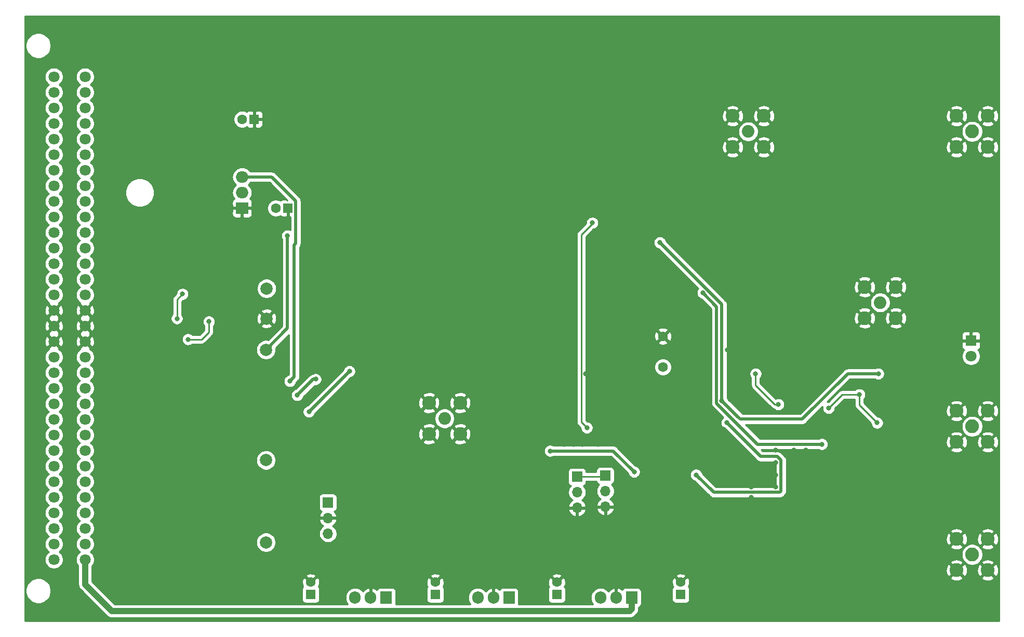
<source format=gbr>
G04 #@! TF.GenerationSoftware,KiCad,Pcbnew,5.1.7*
G04 #@! TF.CreationDate,2020-10-15T00:22:55+02:00*
G04 #@! TF.ProjectId,RF_frequency_modulator,52465f66-7265-4717-9565-6e63795f6d6f,1.2*
G04 #@! TF.SameCoordinates,Original*
G04 #@! TF.FileFunction,Copper,L2,Bot*
G04 #@! TF.FilePolarity,Positive*
%FSLAX46Y46*%
G04 Gerber Fmt 4.6, Leading zero omitted, Abs format (unit mm)*
G04 Created by KiCad (PCBNEW 5.1.7) date 2020-10-15 00:22:55*
%MOMM*%
%LPD*%
G01*
G04 APERTURE LIST*
G04 #@! TA.AperFunction,ComponentPad*
%ADD10C,1.800000*%
G04 #@! TD*
G04 #@! TA.AperFunction,ComponentPad*
%ADD11C,1.600000*%
G04 #@! TD*
G04 #@! TA.AperFunction,ComponentPad*
%ADD12R,1.600000X1.600000*%
G04 #@! TD*
G04 #@! TA.AperFunction,ComponentPad*
%ADD13R,1.800000X1.800000*%
G04 #@! TD*
G04 #@! TA.AperFunction,ComponentPad*
%ADD14O,1.700000X1.700000*%
G04 #@! TD*
G04 #@! TA.AperFunction,ComponentPad*
%ADD15R,1.700000X1.700000*%
G04 #@! TD*
G04 #@! TA.AperFunction,ComponentPad*
%ADD16C,2.250000*%
G04 #@! TD*
G04 #@! TA.AperFunction,ComponentPad*
%ADD17C,2.050000*%
G04 #@! TD*
G04 #@! TA.AperFunction,ComponentPad*
%ADD18C,2.000000*%
G04 #@! TD*
G04 #@! TA.AperFunction,ComponentPad*
%ADD19O,1.905000X2.000000*%
G04 #@! TD*
G04 #@! TA.AperFunction,ComponentPad*
%ADD20R,1.905000X2.000000*%
G04 #@! TD*
G04 #@! TA.AperFunction,ComponentPad*
%ADD21O,2.000000X1.905000*%
G04 #@! TD*
G04 #@! TA.AperFunction,ComponentPad*
%ADD22R,2.000000X1.905000*%
G04 #@! TD*
G04 #@! TA.AperFunction,ViaPad*
%ADD23C,0.600000*%
G04 #@! TD*
G04 #@! TA.AperFunction,ViaPad*
%ADD24C,0.800000*%
G04 #@! TD*
G04 #@! TA.AperFunction,Conductor*
%ADD25C,0.250000*%
G04 #@! TD*
G04 #@! TA.AperFunction,Conductor*
%ADD26C,0.500000*%
G04 #@! TD*
G04 #@! TA.AperFunction,Conductor*
%ADD27C,1.000000*%
G04 #@! TD*
G04 #@! TA.AperFunction,Conductor*
%ADD28C,0.254000*%
G04 #@! TD*
G04 #@! TA.AperFunction,Conductor*
%ADD29C,0.100000*%
G04 #@! TD*
G04 APERTURE END LIST*
D10*
X85340000Y-134320000D03*
X85340000Y-131780000D03*
X85340000Y-126700000D03*
X85340000Y-129240000D03*
X85340000Y-124160000D03*
X85340000Y-121620000D03*
X85340000Y-119080000D03*
X85340000Y-116540000D03*
X85340000Y-114000000D03*
X85340000Y-111460000D03*
X85340000Y-108920000D03*
X85340000Y-106380000D03*
X85340000Y-103840000D03*
X85340000Y-101300000D03*
X85340000Y-98760000D03*
X85340000Y-96220000D03*
X85340000Y-93680000D03*
X85340000Y-91140000D03*
X85340000Y-88600000D03*
X85340000Y-86060000D03*
X85340000Y-83520000D03*
X85340000Y-80980000D03*
X85340000Y-78440000D03*
X85340000Y-75900000D03*
X85340000Y-73360000D03*
X85340000Y-70820000D03*
X85340000Y-68280000D03*
X85340000Y-65740000D03*
X85340000Y-63200000D03*
X85340000Y-60660000D03*
X85340000Y-58120000D03*
X85340000Y-55580000D03*
X90420000Y-134320000D03*
X90420000Y-131780000D03*
X90420000Y-126700000D03*
X90420000Y-129240000D03*
X90420000Y-124160000D03*
X90420000Y-121620000D03*
X90420000Y-119080000D03*
X90420000Y-116540000D03*
X90420000Y-114000000D03*
X90420000Y-111460000D03*
X90420000Y-108920000D03*
X90420000Y-106380000D03*
X90420000Y-103840000D03*
X90420000Y-101300000D03*
X90420000Y-98760000D03*
X90420000Y-96220000D03*
X90420000Y-93680000D03*
X90420000Y-91140000D03*
X90420000Y-88600000D03*
X90420000Y-86060000D03*
X90420000Y-83520000D03*
X90420000Y-80980000D03*
X90420000Y-78440000D03*
X90420000Y-75900000D03*
X90420000Y-73360000D03*
X90420000Y-70820000D03*
X90420000Y-68280000D03*
X90420000Y-65740000D03*
X90420000Y-63200000D03*
X90420000Y-60660000D03*
X90420000Y-58120000D03*
X90420000Y-55580000D03*
D11*
X184600000Y-102900000D03*
X184600000Y-97900000D03*
X187500000Y-138000000D03*
D12*
X187500000Y-140000000D03*
D11*
X167300000Y-138000000D03*
D12*
X167300000Y-140000000D03*
X147500000Y-140000000D03*
D11*
X147500000Y-138000000D03*
X127200000Y-138000000D03*
D12*
X127200000Y-140000000D03*
X123500000Y-77000000D03*
D11*
X121500000Y-77000000D03*
X116000000Y-62500000D03*
D12*
X118000000Y-62500000D03*
D13*
X234800000Y-98600000D03*
D10*
X234800000Y-101140000D03*
D14*
X130000000Y-130080000D03*
X130000000Y-127540000D03*
D15*
X130000000Y-125000000D03*
D16*
X146460000Y-113840000D03*
X146460000Y-108760000D03*
X151540000Y-108760000D03*
X151540000Y-113840000D03*
D17*
X149000000Y-111300000D03*
D16*
X217460000Y-94940000D03*
X217460000Y-89860000D03*
X222540000Y-89860000D03*
X222540000Y-94940000D03*
D17*
X220000000Y-92400000D03*
X198500000Y-64500000D03*
D16*
X201040000Y-67040000D03*
X201040000Y-61960000D03*
X195960000Y-61960000D03*
X195960000Y-67040000D03*
D15*
X170600000Y-120800000D03*
D14*
X170600000Y-123340000D03*
X170600000Y-125880000D03*
X175200000Y-125700000D03*
X175200000Y-123160000D03*
D15*
X175200000Y-120620000D03*
D18*
X119900000Y-100100000D03*
X120000000Y-95000000D03*
X120000000Y-90100000D03*
X119900000Y-118100000D03*
X119900000Y-131500000D03*
D19*
X174420000Y-140500000D03*
X176960000Y-140500000D03*
D20*
X179500000Y-140500000D03*
X159500000Y-140500000D03*
D19*
X156960000Y-140500000D03*
X154420000Y-140500000D03*
X134420000Y-140500000D03*
X136960000Y-140500000D03*
D20*
X139500000Y-140500000D03*
D21*
X116000000Y-71920000D03*
X116000000Y-74460000D03*
D22*
X116000000Y-77000000D03*
D16*
X232460000Y-110060000D03*
X237540000Y-110060000D03*
X237540000Y-115140000D03*
X232460000Y-115140000D03*
X235000000Y-112600000D03*
X232460000Y-130960000D03*
X237540000Y-130960000D03*
X237540000Y-136040000D03*
X232460000Y-136040000D03*
X235000000Y-133500000D03*
X235000000Y-64500000D03*
X232460000Y-67040000D03*
X237540000Y-67040000D03*
X237540000Y-61960000D03*
X232460000Y-61960000D03*
D23*
X108000000Y-96200000D03*
X108000000Y-95400000D03*
D24*
X126500000Y-84000000D03*
X132000000Y-84000000D03*
X126500000Y-89000000D03*
X177000000Y-113225002D03*
X102500000Y-120900000D03*
X103000000Y-134100000D03*
X110500000Y-138000000D03*
X114500000Y-134200000D03*
D23*
X108500000Y-132000000D03*
X108500000Y-131000000D03*
X108500000Y-130000000D03*
D24*
X217800000Y-68500000D03*
X223400000Y-61000000D03*
X209500000Y-59100000D03*
X153800000Y-110000000D03*
X154800000Y-110000000D03*
X155800000Y-110000000D03*
X156800000Y-110000000D03*
X157800000Y-110000000D03*
X158800000Y-110000000D03*
X159800000Y-110000000D03*
X160800000Y-110000000D03*
X161800000Y-110000000D03*
X162800000Y-110000000D03*
X163800000Y-110000000D03*
X164800000Y-110000000D03*
X165800000Y-110000000D03*
X166800000Y-110000000D03*
X167800000Y-110000000D03*
X168800000Y-110000000D03*
X153800000Y-112550000D03*
X154800000Y-112550000D03*
X155800000Y-112550000D03*
X156800000Y-112550000D03*
X157800000Y-112550000D03*
X158800000Y-112550000D03*
X159800000Y-112550000D03*
X160800000Y-112550000D03*
X161800000Y-112550000D03*
X162800000Y-112550000D03*
X163800000Y-112550000D03*
X164800000Y-112550000D03*
X165800000Y-112550000D03*
X166800000Y-112550000D03*
X167800000Y-112550000D03*
X168800000Y-112550000D03*
X170000000Y-104000000D03*
X174600000Y-109400000D03*
X180500000Y-103300000D03*
X178262653Y-110462653D03*
X179262653Y-110462653D03*
X180262653Y-110462653D03*
X181262653Y-110462653D03*
X184262653Y-110462653D03*
X185262653Y-110462653D03*
X186262653Y-110462653D03*
X187262653Y-110462653D03*
X188262653Y-110462653D03*
X189262653Y-110462653D03*
X190262653Y-110462653D03*
X191262653Y-110462653D03*
X192462653Y-111062653D03*
X193462653Y-112100000D03*
X194462653Y-113100000D03*
X195462653Y-114100000D03*
X196462653Y-115100000D03*
X197462653Y-116100000D03*
X198462653Y-117100000D03*
X199462653Y-118100000D03*
X178000000Y-113225002D03*
X179000000Y-113225002D03*
X180000000Y-113225002D03*
X181000000Y-113225002D03*
X184000000Y-113225002D03*
X185000000Y-113225002D03*
X186000000Y-113225002D03*
X187000000Y-113225002D03*
X188000000Y-113225002D03*
X189000000Y-113225002D03*
X190000000Y-113225002D03*
X191200000Y-113500000D03*
X192200000Y-114500000D03*
X193200000Y-115500000D03*
X194200000Y-116500000D03*
X195200000Y-117500000D03*
X196200000Y-118500000D03*
X197200000Y-119500000D03*
X198200000Y-120500000D03*
X199500000Y-121000000D03*
X199000000Y-124200000D03*
X199000000Y-128700000D03*
X208500000Y-105700006D03*
X224000000Y-115800000D03*
X217900000Y-115200000D03*
X221700000Y-101000000D03*
X191300000Y-109300000D03*
X188100000Y-115900000D03*
X181900000Y-124900000D03*
X110500000Y-124300000D03*
X114800000Y-120900000D03*
X225300000Y-132200000D03*
X224300000Y-132200000D03*
X223300000Y-132200000D03*
X222300000Y-132200000D03*
X221300000Y-132200000D03*
X220300000Y-132200000D03*
X219300000Y-132200000D03*
X218300000Y-132200000D03*
X217300000Y-132200000D03*
X216300000Y-132200000D03*
X215300000Y-132200000D03*
X214300000Y-132200000D03*
X213300000Y-132200000D03*
X212300000Y-132200000D03*
X211300000Y-132200000D03*
X210300000Y-132200000D03*
X209300000Y-132200000D03*
X208300000Y-132200000D03*
X207300000Y-132200000D03*
X206300000Y-132200000D03*
X205300000Y-132200000D03*
X204300000Y-132200000D03*
X203300000Y-132200000D03*
X202300000Y-132200000D03*
X201300000Y-132200000D03*
X200300000Y-132200000D03*
X199300000Y-132200000D03*
X198300000Y-131700000D03*
X197300000Y-131000000D03*
X196300000Y-130000000D03*
X195300000Y-129000000D03*
X194300000Y-128000000D03*
X193300000Y-127000000D03*
X192300000Y-126000000D03*
X191300000Y-125000000D03*
X190300000Y-124000000D03*
X189300000Y-123000000D03*
X188300000Y-122000000D03*
X187300000Y-121000000D03*
X186300000Y-120000000D03*
X225300000Y-134800000D03*
X224300000Y-134800000D03*
X223300000Y-134800000D03*
X222300000Y-134800000D03*
X221300000Y-134800000D03*
X220300000Y-134800000D03*
X219300000Y-134800000D03*
X218300000Y-134800000D03*
X217300000Y-134800000D03*
X216300000Y-134800000D03*
X215300000Y-134800000D03*
X214300000Y-134800000D03*
X213300000Y-134800000D03*
X212300000Y-134800000D03*
X211300000Y-134800000D03*
X210300000Y-134800000D03*
X209300000Y-134800000D03*
X208300000Y-134800000D03*
X207300000Y-134800000D03*
X206300000Y-134800000D03*
X205300000Y-134800000D03*
X204300000Y-134800000D03*
X203300000Y-134800000D03*
X202300000Y-134800000D03*
X201300000Y-134800000D03*
X200300000Y-134800000D03*
X199300000Y-134800000D03*
X198300000Y-134800000D03*
X197300000Y-134800000D03*
X196300000Y-134000000D03*
X195300000Y-133000000D03*
X194300000Y-132000000D03*
X193300000Y-131000000D03*
X192300000Y-130000000D03*
X191300000Y-129000000D03*
X190300000Y-128000000D03*
X189300000Y-127000000D03*
X188300000Y-126000000D03*
X187300000Y-125000000D03*
X186300000Y-124000000D03*
X185300000Y-123000000D03*
X184300000Y-122000000D03*
X174000000Y-115500000D03*
X171500000Y-115500000D03*
X170000000Y-115500000D03*
X168500000Y-115500000D03*
X168500000Y-114000000D03*
X177500000Y-115500000D03*
X183000000Y-131500000D03*
X183000000Y-129500000D03*
X183000000Y-127500000D03*
X183000000Y-125500000D03*
X183000000Y-123500000D03*
X183000000Y-121500000D03*
X176800000Y-108900000D03*
X176000000Y-108000000D03*
X175000000Y-107000000D03*
X174000000Y-106000000D03*
X173000000Y-105000000D03*
X172000000Y-104000000D03*
X141500000Y-132000000D03*
X141500000Y-130000000D03*
X141500000Y-128000000D03*
X141500000Y-126000000D03*
X141500000Y-124000000D03*
X141500000Y-122000000D03*
X141500000Y-120000000D03*
X141500000Y-117500000D03*
X141500000Y-115500000D03*
X141500000Y-114000000D03*
X141500000Y-112000000D03*
X141500000Y-110000000D03*
X141500000Y-108000000D03*
X141500000Y-106000000D03*
X141500000Y-104000000D03*
X143500000Y-104000000D03*
X145500000Y-104000000D03*
X147500000Y-104000000D03*
X149500000Y-104000000D03*
X151500000Y-104000000D03*
X153500000Y-104000000D03*
X155500000Y-104000000D03*
X157500000Y-104000000D03*
X159500000Y-104000000D03*
X161500000Y-104000000D03*
X163500000Y-104000000D03*
X165500000Y-104000000D03*
X167500000Y-104000000D03*
X199000000Y-126000000D03*
X199000000Y-122500000D03*
X203000000Y-122500000D03*
X203000000Y-120500000D03*
X203000000Y-118500000D03*
X201500000Y-130500000D03*
X203500000Y-130500000D03*
X206000000Y-118500000D03*
X216500000Y-112600000D03*
X213000000Y-114000000D03*
X213000000Y-111500000D03*
X211000000Y-111500000D03*
X209000000Y-111500000D03*
X221700000Y-118900000D03*
X143500000Y-132000000D03*
X145500000Y-132000000D03*
X147500000Y-132000000D03*
X149500000Y-132000000D03*
X151500000Y-132000000D03*
X153500000Y-132000000D03*
X155500000Y-132000000D03*
X157500000Y-132000000D03*
X159500000Y-132000000D03*
X161500000Y-132000000D03*
X163500000Y-132000000D03*
X165500000Y-132000000D03*
X167500000Y-132000000D03*
X169500000Y-132000000D03*
X171500000Y-132000000D03*
X173500000Y-132000000D03*
X175500000Y-132000000D03*
X177500000Y-132000000D03*
X179500000Y-132000000D03*
X181500000Y-132000000D03*
X137400000Y-136300000D03*
X157300000Y-136300000D03*
X177500000Y-136300000D03*
X182400000Y-136300000D03*
X203000000Y-124600000D03*
X214800000Y-108700000D03*
X215600000Y-110700000D03*
X216500000Y-114600000D03*
X216500000Y-116600000D03*
X216500000Y-118600000D03*
X216500000Y-120600000D03*
X216500000Y-122600000D03*
X216500000Y-124600000D03*
X216500000Y-126600000D03*
X216500000Y-128600000D03*
X216500000Y-130600000D03*
X208000000Y-118500000D03*
X203000000Y-128500000D03*
X206000000Y-128500000D03*
X206000000Y-120500000D03*
X208000000Y-120500000D03*
X208000000Y-126500000D03*
X208000000Y-128500000D03*
X206000000Y-122500000D03*
X208000000Y-122500000D03*
X206000000Y-126500000D03*
X213000000Y-120500000D03*
X206000000Y-124500000D03*
X208000000Y-124500000D03*
X203000000Y-126500000D03*
X213000000Y-123000000D03*
X205900000Y-116500000D03*
X207900000Y-116500000D03*
X203000000Y-116500000D03*
X213000000Y-118000000D03*
D23*
X108500000Y-119000000D03*
X108500000Y-118000000D03*
X108500000Y-117000000D03*
D24*
X190800000Y-102900000D03*
X195100000Y-100100000D03*
X213000000Y-125500000D03*
X100000000Y-91800000D03*
X100000000Y-98000000D03*
X160400000Y-113600000D03*
X230200000Y-128400000D03*
X115000000Y-92100000D03*
X115200000Y-98000000D03*
X110600000Y-95500000D03*
X107200000Y-98400000D03*
X105400000Y-95000000D03*
X106300000Y-91000000D03*
X125000000Y-107500000D03*
X128000000Y-104900000D03*
X172200000Y-112800000D03*
X173100000Y-79400000D03*
X203400000Y-109000002D03*
X199700000Y-104000000D03*
X211600000Y-109600000D03*
X216600000Y-107400000D03*
X219500000Y-112000000D03*
X123798959Y-105201041D03*
X123400000Y-81500000D03*
X179900000Y-120000000D03*
X166200000Y-116600000D03*
X194200000Y-108400000D03*
X184100003Y-82599997D03*
X219700000Y-104000000D03*
X195000000Y-112000000D03*
X190000000Y-120500000D03*
X191103984Y-90806060D03*
X133500000Y-103600000D03*
X126900000Y-110200000D03*
X210500000Y-115500000D03*
D25*
X151540000Y-113840000D02*
X152830000Y-112550000D01*
X152830000Y-112550000D02*
X153800000Y-112550000D01*
X109400000Y-98400000D02*
X107200000Y-98400000D01*
X110600000Y-97200000D02*
X109400000Y-98400000D01*
X110600000Y-95500000D02*
X110600000Y-97200000D01*
X105400000Y-91900000D02*
X106300000Y-91000000D01*
X105400000Y-94434315D02*
X105400000Y-91900000D01*
X105400000Y-95000000D02*
X105400000Y-94434315D01*
D26*
X125000000Y-107500000D02*
X127600000Y-104900000D01*
X127600000Y-104900000D02*
X128000000Y-104900000D01*
D25*
X175020000Y-120800000D02*
X175200000Y-120620000D01*
X170600000Y-120800000D02*
X175020000Y-120800000D01*
X171274999Y-111874999D02*
X171274999Y-81325001D01*
X172200000Y-112800000D02*
X171274999Y-111874999D01*
X173000000Y-79500000D02*
X173100000Y-79400000D01*
X173000000Y-79600000D02*
X173200000Y-79400000D01*
X173000000Y-79600000D02*
X173000000Y-79500000D01*
X171274999Y-81325001D02*
X173000000Y-79600000D01*
X202834315Y-109000002D02*
X199700000Y-105865687D01*
X203400000Y-109000002D02*
X202834315Y-109000002D01*
X199700000Y-105865687D02*
X199700000Y-104000000D01*
X211600000Y-109600000D02*
X213800000Y-107400000D01*
X213800000Y-107400000D02*
X216034315Y-107400000D01*
X216034315Y-107400000D02*
X216600000Y-107400000D01*
X216600000Y-109100000D02*
X216600000Y-107400000D01*
X219500000Y-112000000D02*
X216600000Y-109100000D01*
D27*
X90420000Y-138347978D02*
X94772022Y-142700000D01*
X90420000Y-134320000D02*
X90420000Y-138347978D01*
X179500000Y-142400000D02*
X179500000Y-140500000D01*
X179200000Y-142700000D02*
X179500000Y-142400000D01*
X94772022Y-142700000D02*
X179200000Y-142700000D01*
D26*
X124500000Y-104500000D02*
X123798959Y-105201041D01*
X120830002Y-71920000D02*
X124750001Y-75839999D01*
X116000000Y-71920000D02*
X120830002Y-71920000D01*
X124750001Y-75839999D02*
X124750001Y-82749999D01*
X124750001Y-82749999D02*
X124500000Y-83000000D01*
X124500000Y-83000000D02*
X124500000Y-104500000D01*
X123400000Y-96600000D02*
X119900000Y-100100000D01*
X123400000Y-81500000D02*
X123400000Y-96600000D01*
X179900000Y-120000000D02*
X176500000Y-116600000D01*
X176500000Y-116600000D02*
X166200000Y-116600000D01*
X184500002Y-82999996D02*
X184100003Y-82599997D01*
X194200000Y-92699994D02*
X184500002Y-82999996D01*
X194200000Y-108400000D02*
X194200000Y-92699994D01*
X194200000Y-108400000D02*
X196800000Y-111000000D01*
X196800000Y-111000000D02*
X197200000Y-111400000D01*
X207300000Y-111400000D02*
X214700000Y-104000000D01*
X214700000Y-104000000D02*
X219700000Y-104000000D01*
X204200000Y-111400000D02*
X207300000Y-111400000D01*
X197200000Y-111400000D02*
X201400000Y-111400000D01*
X201400000Y-111400000D02*
X204200000Y-111400000D01*
X195000000Y-112000000D02*
X200500000Y-117500000D01*
X203650000Y-123350000D02*
X192850000Y-123350000D01*
X203850001Y-123149999D02*
X203650000Y-123350000D01*
X203850001Y-118091999D02*
X203850001Y-123149999D01*
X200500000Y-117500000D02*
X203258002Y-117500000D01*
X203258002Y-117500000D02*
X203850001Y-118091999D01*
X192850000Y-123350000D02*
X190000000Y-120500000D01*
X133500000Y-103600000D02*
X126900000Y-110200000D01*
X191103984Y-90806060D02*
X193349999Y-93052075D01*
X193349999Y-108808001D02*
X200041998Y-115500000D01*
X209934315Y-115500000D02*
X210500000Y-115500000D01*
X193349999Y-93052075D02*
X193349999Y-108808001D01*
X200041998Y-115500000D02*
X209934315Y-115500000D01*
D28*
X239340000Y-144340000D02*
X80660000Y-144340000D01*
X80660000Y-139194645D01*
X80715000Y-139194645D01*
X80715000Y-139605355D01*
X80795126Y-140008172D01*
X80952297Y-140387618D01*
X81180475Y-140729110D01*
X81470890Y-141019525D01*
X81812382Y-141247703D01*
X82191828Y-141404874D01*
X82594645Y-141485000D01*
X83005355Y-141485000D01*
X83408172Y-141404874D01*
X83787618Y-141247703D01*
X84129110Y-141019525D01*
X84419525Y-140729110D01*
X84647703Y-140387618D01*
X84804874Y-140008172D01*
X84885000Y-139605355D01*
X84885000Y-139194645D01*
X84804874Y-138791828D01*
X84647703Y-138412382D01*
X84419525Y-138070890D01*
X84129110Y-137780475D01*
X83787618Y-137552297D01*
X83408172Y-137395126D01*
X83005355Y-137315000D01*
X82594645Y-137315000D01*
X82191828Y-137395126D01*
X81812382Y-137552297D01*
X81470890Y-137780475D01*
X81180475Y-138070890D01*
X80952297Y-138412382D01*
X80795126Y-138791828D01*
X80715000Y-139194645D01*
X80660000Y-139194645D01*
X80660000Y-101148816D01*
X83805000Y-101148816D01*
X83805000Y-101451184D01*
X83863989Y-101747743D01*
X83979701Y-102027095D01*
X84147688Y-102278505D01*
X84361495Y-102492312D01*
X84477763Y-102570000D01*
X84361495Y-102647688D01*
X84147688Y-102861495D01*
X83979701Y-103112905D01*
X83863989Y-103392257D01*
X83805000Y-103688816D01*
X83805000Y-103991184D01*
X83863989Y-104287743D01*
X83979701Y-104567095D01*
X84147688Y-104818505D01*
X84361495Y-105032312D01*
X84477763Y-105110000D01*
X84361495Y-105187688D01*
X84147688Y-105401495D01*
X83979701Y-105652905D01*
X83863989Y-105932257D01*
X83805000Y-106228816D01*
X83805000Y-106531184D01*
X83863989Y-106827743D01*
X83979701Y-107107095D01*
X84147688Y-107358505D01*
X84361495Y-107572312D01*
X84477763Y-107650000D01*
X84361495Y-107727688D01*
X84147688Y-107941495D01*
X83979701Y-108192905D01*
X83863989Y-108472257D01*
X83805000Y-108768816D01*
X83805000Y-109071184D01*
X83863989Y-109367743D01*
X83979701Y-109647095D01*
X84147688Y-109898505D01*
X84361495Y-110112312D01*
X84477763Y-110190000D01*
X84361495Y-110267688D01*
X84147688Y-110481495D01*
X83979701Y-110732905D01*
X83863989Y-111012257D01*
X83805000Y-111308816D01*
X83805000Y-111611184D01*
X83863989Y-111907743D01*
X83979701Y-112187095D01*
X84147688Y-112438505D01*
X84361495Y-112652312D01*
X84477763Y-112730000D01*
X84361495Y-112807688D01*
X84147688Y-113021495D01*
X83979701Y-113272905D01*
X83863989Y-113552257D01*
X83805000Y-113848816D01*
X83805000Y-114151184D01*
X83863989Y-114447743D01*
X83979701Y-114727095D01*
X84147688Y-114978505D01*
X84361495Y-115192312D01*
X84477763Y-115270000D01*
X84361495Y-115347688D01*
X84147688Y-115561495D01*
X83979701Y-115812905D01*
X83863989Y-116092257D01*
X83805000Y-116388816D01*
X83805000Y-116691184D01*
X83863989Y-116987743D01*
X83979701Y-117267095D01*
X84147688Y-117518505D01*
X84361495Y-117732312D01*
X84477763Y-117810000D01*
X84361495Y-117887688D01*
X84147688Y-118101495D01*
X83979701Y-118352905D01*
X83863989Y-118632257D01*
X83805000Y-118928816D01*
X83805000Y-119231184D01*
X83863989Y-119527743D01*
X83979701Y-119807095D01*
X84147688Y-120058505D01*
X84361495Y-120272312D01*
X84477763Y-120350000D01*
X84361495Y-120427688D01*
X84147688Y-120641495D01*
X83979701Y-120892905D01*
X83863989Y-121172257D01*
X83805000Y-121468816D01*
X83805000Y-121771184D01*
X83863989Y-122067743D01*
X83979701Y-122347095D01*
X84147688Y-122598505D01*
X84361495Y-122812312D01*
X84477763Y-122890000D01*
X84361495Y-122967688D01*
X84147688Y-123181495D01*
X83979701Y-123432905D01*
X83863989Y-123712257D01*
X83805000Y-124008816D01*
X83805000Y-124311184D01*
X83863989Y-124607743D01*
X83979701Y-124887095D01*
X84147688Y-125138505D01*
X84361495Y-125352312D01*
X84477763Y-125430000D01*
X84361495Y-125507688D01*
X84147688Y-125721495D01*
X83979701Y-125972905D01*
X83863989Y-126252257D01*
X83805000Y-126548816D01*
X83805000Y-126851184D01*
X83863989Y-127147743D01*
X83979701Y-127427095D01*
X84147688Y-127678505D01*
X84361495Y-127892312D01*
X84477763Y-127970000D01*
X84361495Y-128047688D01*
X84147688Y-128261495D01*
X83979701Y-128512905D01*
X83863989Y-128792257D01*
X83805000Y-129088816D01*
X83805000Y-129391184D01*
X83863989Y-129687743D01*
X83979701Y-129967095D01*
X84147688Y-130218505D01*
X84361495Y-130432312D01*
X84477763Y-130510000D01*
X84361495Y-130587688D01*
X84147688Y-130801495D01*
X83979701Y-131052905D01*
X83863989Y-131332257D01*
X83805000Y-131628816D01*
X83805000Y-131931184D01*
X83863989Y-132227743D01*
X83979701Y-132507095D01*
X84147688Y-132758505D01*
X84361495Y-132972312D01*
X84477763Y-133050000D01*
X84361495Y-133127688D01*
X84147688Y-133341495D01*
X83979701Y-133592905D01*
X83863989Y-133872257D01*
X83805000Y-134168816D01*
X83805000Y-134471184D01*
X83863989Y-134767743D01*
X83979701Y-135047095D01*
X84147688Y-135298505D01*
X84361495Y-135512312D01*
X84612905Y-135680299D01*
X84892257Y-135796011D01*
X85188816Y-135855000D01*
X85491184Y-135855000D01*
X85787743Y-135796011D01*
X86067095Y-135680299D01*
X86318505Y-135512312D01*
X86532312Y-135298505D01*
X86700299Y-135047095D01*
X86816011Y-134767743D01*
X86875000Y-134471184D01*
X86875000Y-134168816D01*
X86816011Y-133872257D01*
X86700299Y-133592905D01*
X86532312Y-133341495D01*
X86318505Y-133127688D01*
X86202237Y-133050000D01*
X86318505Y-132972312D01*
X86532312Y-132758505D01*
X86700299Y-132507095D01*
X86816011Y-132227743D01*
X86875000Y-131931184D01*
X86875000Y-131628816D01*
X86816011Y-131332257D01*
X86700299Y-131052905D01*
X86532312Y-130801495D01*
X86318505Y-130587688D01*
X86202237Y-130510000D01*
X86318505Y-130432312D01*
X86532312Y-130218505D01*
X86700299Y-129967095D01*
X86816011Y-129687743D01*
X86875000Y-129391184D01*
X86875000Y-129088816D01*
X86816011Y-128792257D01*
X86700299Y-128512905D01*
X86532312Y-128261495D01*
X86318505Y-128047688D01*
X86202237Y-127970000D01*
X86318505Y-127892312D01*
X86532312Y-127678505D01*
X86700299Y-127427095D01*
X86816011Y-127147743D01*
X86875000Y-126851184D01*
X86875000Y-126548816D01*
X86816011Y-126252257D01*
X86700299Y-125972905D01*
X86532312Y-125721495D01*
X86318505Y-125507688D01*
X86202237Y-125430000D01*
X86318505Y-125352312D01*
X86532312Y-125138505D01*
X86700299Y-124887095D01*
X86816011Y-124607743D01*
X86875000Y-124311184D01*
X86875000Y-124008816D01*
X86816011Y-123712257D01*
X86700299Y-123432905D01*
X86532312Y-123181495D01*
X86318505Y-122967688D01*
X86202237Y-122890000D01*
X86318505Y-122812312D01*
X86532312Y-122598505D01*
X86700299Y-122347095D01*
X86816011Y-122067743D01*
X86875000Y-121771184D01*
X86875000Y-121468816D01*
X86816011Y-121172257D01*
X86700299Y-120892905D01*
X86532312Y-120641495D01*
X86318505Y-120427688D01*
X86202237Y-120350000D01*
X86318505Y-120272312D01*
X86532312Y-120058505D01*
X86700299Y-119807095D01*
X86816011Y-119527743D01*
X86875000Y-119231184D01*
X86875000Y-118928816D01*
X86816011Y-118632257D01*
X86700299Y-118352905D01*
X86532312Y-118101495D01*
X86318505Y-117887688D01*
X86202237Y-117810000D01*
X86318505Y-117732312D01*
X86532312Y-117518505D01*
X86700299Y-117267095D01*
X86816011Y-116987743D01*
X86875000Y-116691184D01*
X86875000Y-116388816D01*
X86816011Y-116092257D01*
X86700299Y-115812905D01*
X86532312Y-115561495D01*
X86318505Y-115347688D01*
X86202237Y-115270000D01*
X86318505Y-115192312D01*
X86532312Y-114978505D01*
X86700299Y-114727095D01*
X86816011Y-114447743D01*
X86875000Y-114151184D01*
X86875000Y-113848816D01*
X86816011Y-113552257D01*
X86700299Y-113272905D01*
X86532312Y-113021495D01*
X86318505Y-112807688D01*
X86202237Y-112730000D01*
X86318505Y-112652312D01*
X86532312Y-112438505D01*
X86700299Y-112187095D01*
X86816011Y-111907743D01*
X86875000Y-111611184D01*
X86875000Y-111308816D01*
X86816011Y-111012257D01*
X86700299Y-110732905D01*
X86532312Y-110481495D01*
X86318505Y-110267688D01*
X86202237Y-110190000D01*
X86318505Y-110112312D01*
X86532312Y-109898505D01*
X86700299Y-109647095D01*
X86816011Y-109367743D01*
X86875000Y-109071184D01*
X86875000Y-108768816D01*
X86816011Y-108472257D01*
X86700299Y-108192905D01*
X86532312Y-107941495D01*
X86318505Y-107727688D01*
X86202237Y-107650000D01*
X86318505Y-107572312D01*
X86532312Y-107358505D01*
X86700299Y-107107095D01*
X86816011Y-106827743D01*
X86875000Y-106531184D01*
X86875000Y-106228816D01*
X86816011Y-105932257D01*
X86700299Y-105652905D01*
X86532312Y-105401495D01*
X86318505Y-105187688D01*
X86202237Y-105110000D01*
X86318505Y-105032312D01*
X86532312Y-104818505D01*
X86700299Y-104567095D01*
X86816011Y-104287743D01*
X86875000Y-103991184D01*
X86875000Y-103688816D01*
X86816011Y-103392257D01*
X86700299Y-103112905D01*
X86532312Y-102861495D01*
X86318505Y-102647688D01*
X86202237Y-102570000D01*
X86318505Y-102492312D01*
X86532312Y-102278505D01*
X86700299Y-102027095D01*
X86816011Y-101747743D01*
X86875000Y-101451184D01*
X86875000Y-101148816D01*
X88885000Y-101148816D01*
X88885000Y-101451184D01*
X88943989Y-101747743D01*
X89059701Y-102027095D01*
X89227688Y-102278505D01*
X89441495Y-102492312D01*
X89557763Y-102570000D01*
X89441495Y-102647688D01*
X89227688Y-102861495D01*
X89059701Y-103112905D01*
X88943989Y-103392257D01*
X88885000Y-103688816D01*
X88885000Y-103991184D01*
X88943989Y-104287743D01*
X89059701Y-104567095D01*
X89227688Y-104818505D01*
X89441495Y-105032312D01*
X89557763Y-105110000D01*
X89441495Y-105187688D01*
X89227688Y-105401495D01*
X89059701Y-105652905D01*
X88943989Y-105932257D01*
X88885000Y-106228816D01*
X88885000Y-106531184D01*
X88943989Y-106827743D01*
X89059701Y-107107095D01*
X89227688Y-107358505D01*
X89441495Y-107572312D01*
X89557763Y-107650000D01*
X89441495Y-107727688D01*
X89227688Y-107941495D01*
X89059701Y-108192905D01*
X88943989Y-108472257D01*
X88885000Y-108768816D01*
X88885000Y-109071184D01*
X88943989Y-109367743D01*
X89059701Y-109647095D01*
X89227688Y-109898505D01*
X89441495Y-110112312D01*
X89557763Y-110190000D01*
X89441495Y-110267688D01*
X89227688Y-110481495D01*
X89059701Y-110732905D01*
X88943989Y-111012257D01*
X88885000Y-111308816D01*
X88885000Y-111611184D01*
X88943989Y-111907743D01*
X89059701Y-112187095D01*
X89227688Y-112438505D01*
X89441495Y-112652312D01*
X89557763Y-112730000D01*
X89441495Y-112807688D01*
X89227688Y-113021495D01*
X89059701Y-113272905D01*
X88943989Y-113552257D01*
X88885000Y-113848816D01*
X88885000Y-114151184D01*
X88943989Y-114447743D01*
X89059701Y-114727095D01*
X89227688Y-114978505D01*
X89441495Y-115192312D01*
X89557763Y-115270000D01*
X89441495Y-115347688D01*
X89227688Y-115561495D01*
X89059701Y-115812905D01*
X88943989Y-116092257D01*
X88885000Y-116388816D01*
X88885000Y-116691184D01*
X88943989Y-116987743D01*
X89059701Y-117267095D01*
X89227688Y-117518505D01*
X89441495Y-117732312D01*
X89557763Y-117810000D01*
X89441495Y-117887688D01*
X89227688Y-118101495D01*
X89059701Y-118352905D01*
X88943989Y-118632257D01*
X88885000Y-118928816D01*
X88885000Y-119231184D01*
X88943989Y-119527743D01*
X89059701Y-119807095D01*
X89227688Y-120058505D01*
X89441495Y-120272312D01*
X89557763Y-120350000D01*
X89441495Y-120427688D01*
X89227688Y-120641495D01*
X89059701Y-120892905D01*
X88943989Y-121172257D01*
X88885000Y-121468816D01*
X88885000Y-121771184D01*
X88943989Y-122067743D01*
X89059701Y-122347095D01*
X89227688Y-122598505D01*
X89441495Y-122812312D01*
X89557763Y-122890000D01*
X89441495Y-122967688D01*
X89227688Y-123181495D01*
X89059701Y-123432905D01*
X88943989Y-123712257D01*
X88885000Y-124008816D01*
X88885000Y-124311184D01*
X88943989Y-124607743D01*
X89059701Y-124887095D01*
X89227688Y-125138505D01*
X89441495Y-125352312D01*
X89557763Y-125430000D01*
X89441495Y-125507688D01*
X89227688Y-125721495D01*
X89059701Y-125972905D01*
X88943989Y-126252257D01*
X88885000Y-126548816D01*
X88885000Y-126851184D01*
X88943989Y-127147743D01*
X89059701Y-127427095D01*
X89227688Y-127678505D01*
X89441495Y-127892312D01*
X89557763Y-127970000D01*
X89441495Y-128047688D01*
X89227688Y-128261495D01*
X89059701Y-128512905D01*
X88943989Y-128792257D01*
X88885000Y-129088816D01*
X88885000Y-129391184D01*
X88943989Y-129687743D01*
X89059701Y-129967095D01*
X89227688Y-130218505D01*
X89441495Y-130432312D01*
X89557763Y-130510000D01*
X89441495Y-130587688D01*
X89227688Y-130801495D01*
X89059701Y-131052905D01*
X88943989Y-131332257D01*
X88885000Y-131628816D01*
X88885000Y-131931184D01*
X88943989Y-132227743D01*
X89059701Y-132507095D01*
X89227688Y-132758505D01*
X89441495Y-132972312D01*
X89557763Y-133050000D01*
X89441495Y-133127688D01*
X89227688Y-133341495D01*
X89059701Y-133592905D01*
X88943989Y-133872257D01*
X88885000Y-134168816D01*
X88885000Y-134471184D01*
X88943989Y-134767743D01*
X89059701Y-135047095D01*
X89227688Y-135298505D01*
X89285000Y-135355817D01*
X89285001Y-138292217D01*
X89279509Y-138347978D01*
X89301423Y-138570476D01*
X89366324Y-138784424D01*
X89366325Y-138784425D01*
X89471717Y-138981601D01*
X89613552Y-139154427D01*
X89656860Y-139189969D01*
X93930035Y-143463146D01*
X93965573Y-143506449D01*
X94008876Y-143541987D01*
X94008878Y-143541989D01*
X94138399Y-143648284D01*
X94335575Y-143753676D01*
X94549523Y-143818577D01*
X94772022Y-143840491D01*
X94827774Y-143835000D01*
X179144249Y-143835000D01*
X179200000Y-143840491D01*
X179255751Y-143835000D01*
X179255752Y-143835000D01*
X179422499Y-143818577D01*
X179636447Y-143753676D01*
X179833623Y-143648284D01*
X180006449Y-143506449D01*
X180041996Y-143463135D01*
X180263135Y-143241996D01*
X180306449Y-143206449D01*
X180448284Y-143033623D01*
X180553676Y-142836447D01*
X180618577Y-142622499D01*
X180635000Y-142455752D01*
X180635000Y-142455751D01*
X180640491Y-142400001D01*
X180635000Y-142344249D01*
X180635000Y-142108212D01*
X180696680Y-142089502D01*
X180806994Y-142030537D01*
X180903685Y-141951185D01*
X180983037Y-141854494D01*
X181042002Y-141744180D01*
X181078312Y-141624482D01*
X181090572Y-141500000D01*
X181090572Y-139500000D01*
X181078312Y-139375518D01*
X181042002Y-139255820D01*
X180983037Y-139145506D01*
X180903685Y-139048815D01*
X180806994Y-138969463D01*
X180696680Y-138910498D01*
X180576982Y-138874188D01*
X180452500Y-138861928D01*
X178547500Y-138861928D01*
X178423018Y-138874188D01*
X178303320Y-138910498D01*
X178193006Y-138969463D01*
X178096315Y-139048815D01*
X178016963Y-139145506D01*
X177967941Y-139237219D01*
X177826923Y-139124031D01*
X177551094Y-138980429D01*
X177332980Y-138909437D01*
X177087000Y-139029406D01*
X177087000Y-140373000D01*
X177107000Y-140373000D01*
X177107000Y-140627000D01*
X177087000Y-140627000D01*
X177087000Y-140647000D01*
X176833000Y-140647000D01*
X176833000Y-140627000D01*
X176813000Y-140627000D01*
X176813000Y-140373000D01*
X176833000Y-140373000D01*
X176833000Y-139029406D01*
X176587020Y-138909437D01*
X176368906Y-138980429D01*
X176093077Y-139124031D01*
X175850563Y-139318685D01*
X175695162Y-139503900D01*
X175547963Y-139324537D01*
X175306235Y-139126155D01*
X175030449Y-138978745D01*
X174731204Y-138887970D01*
X174420000Y-138857319D01*
X174108797Y-138887970D01*
X173809552Y-138978745D01*
X173533766Y-139126155D01*
X173292037Y-139324537D01*
X173093655Y-139566265D01*
X172946245Y-139842051D01*
X172855470Y-140141296D01*
X172832500Y-140374514D01*
X172832500Y-140625485D01*
X172855470Y-140858703D01*
X172946245Y-141157948D01*
X173093655Y-141433734D01*
X173201382Y-141565000D01*
X161084170Y-141565000D01*
X161090572Y-141500000D01*
X161090572Y-139500000D01*
X161078312Y-139375518D01*
X161042002Y-139255820D01*
X160983037Y-139145506D01*
X160903685Y-139048815D01*
X160806994Y-138969463D01*
X160696680Y-138910498D01*
X160576982Y-138874188D01*
X160452500Y-138861928D01*
X158547500Y-138861928D01*
X158423018Y-138874188D01*
X158303320Y-138910498D01*
X158193006Y-138969463D01*
X158096315Y-139048815D01*
X158016963Y-139145506D01*
X157967941Y-139237219D01*
X157826923Y-139124031D01*
X157551094Y-138980429D01*
X157332980Y-138909437D01*
X157087000Y-139029406D01*
X157087000Y-140373000D01*
X157107000Y-140373000D01*
X157107000Y-140627000D01*
X157087000Y-140627000D01*
X157087000Y-140647000D01*
X156833000Y-140647000D01*
X156833000Y-140627000D01*
X156813000Y-140627000D01*
X156813000Y-140373000D01*
X156833000Y-140373000D01*
X156833000Y-139029406D01*
X156587020Y-138909437D01*
X156368906Y-138980429D01*
X156093077Y-139124031D01*
X155850563Y-139318685D01*
X155695162Y-139503900D01*
X155547963Y-139324537D01*
X155306235Y-139126155D01*
X155030449Y-138978745D01*
X154731204Y-138887970D01*
X154420000Y-138857319D01*
X154108797Y-138887970D01*
X153809552Y-138978745D01*
X153533766Y-139126155D01*
X153292037Y-139324537D01*
X153093655Y-139566265D01*
X152946245Y-139842051D01*
X152855470Y-140141296D01*
X152832500Y-140374514D01*
X152832500Y-140625485D01*
X152855470Y-140858703D01*
X152946245Y-141157948D01*
X153093655Y-141433734D01*
X153201382Y-141565000D01*
X141084170Y-141565000D01*
X141090572Y-141500000D01*
X141090572Y-139500000D01*
X141078312Y-139375518D01*
X141042002Y-139255820D01*
X140983037Y-139145506D01*
X140903685Y-139048815D01*
X140806994Y-138969463D01*
X140696680Y-138910498D01*
X140576982Y-138874188D01*
X140452500Y-138861928D01*
X138547500Y-138861928D01*
X138423018Y-138874188D01*
X138303320Y-138910498D01*
X138193006Y-138969463D01*
X138096315Y-139048815D01*
X138016963Y-139145506D01*
X137967941Y-139237219D01*
X137826923Y-139124031D01*
X137551094Y-138980429D01*
X137332980Y-138909437D01*
X137087000Y-139029406D01*
X137087000Y-140373000D01*
X137107000Y-140373000D01*
X137107000Y-140627000D01*
X137087000Y-140627000D01*
X137087000Y-140647000D01*
X136833000Y-140647000D01*
X136833000Y-140627000D01*
X136813000Y-140627000D01*
X136813000Y-140373000D01*
X136833000Y-140373000D01*
X136833000Y-139029406D01*
X136587020Y-138909437D01*
X136368906Y-138980429D01*
X136093077Y-139124031D01*
X135850563Y-139318685D01*
X135695162Y-139503900D01*
X135547963Y-139324537D01*
X135306235Y-139126155D01*
X135030449Y-138978745D01*
X134731204Y-138887970D01*
X134420000Y-138857319D01*
X134108797Y-138887970D01*
X133809552Y-138978745D01*
X133533766Y-139126155D01*
X133292037Y-139324537D01*
X133093655Y-139566265D01*
X132946245Y-139842051D01*
X132855470Y-140141296D01*
X132832500Y-140374514D01*
X132832500Y-140625485D01*
X132855470Y-140858703D01*
X132946245Y-141157948D01*
X133093655Y-141433734D01*
X133201382Y-141565000D01*
X95242155Y-141565000D01*
X91747666Y-138070512D01*
X125759783Y-138070512D01*
X125801213Y-138350130D01*
X125896397Y-138616292D01*
X125961616Y-138738309D01*
X125948815Y-138748815D01*
X125869463Y-138845506D01*
X125810498Y-138955820D01*
X125774188Y-139075518D01*
X125761928Y-139200000D01*
X125761928Y-140800000D01*
X125774188Y-140924482D01*
X125810498Y-141044180D01*
X125869463Y-141154494D01*
X125948815Y-141251185D01*
X126045506Y-141330537D01*
X126155820Y-141389502D01*
X126275518Y-141425812D01*
X126400000Y-141438072D01*
X128000000Y-141438072D01*
X128124482Y-141425812D01*
X128244180Y-141389502D01*
X128354494Y-141330537D01*
X128451185Y-141251185D01*
X128530537Y-141154494D01*
X128589502Y-141044180D01*
X128625812Y-140924482D01*
X128638072Y-140800000D01*
X128638072Y-139200000D01*
X128625812Y-139075518D01*
X128589502Y-138955820D01*
X128530537Y-138845506D01*
X128451185Y-138748815D01*
X128438242Y-138738193D01*
X128557571Y-138486004D01*
X128626300Y-138211816D01*
X128633265Y-138070512D01*
X146059783Y-138070512D01*
X146101213Y-138350130D01*
X146196397Y-138616292D01*
X146261616Y-138738309D01*
X146248815Y-138748815D01*
X146169463Y-138845506D01*
X146110498Y-138955820D01*
X146074188Y-139075518D01*
X146061928Y-139200000D01*
X146061928Y-140800000D01*
X146074188Y-140924482D01*
X146110498Y-141044180D01*
X146169463Y-141154494D01*
X146248815Y-141251185D01*
X146345506Y-141330537D01*
X146455820Y-141389502D01*
X146575518Y-141425812D01*
X146700000Y-141438072D01*
X148300000Y-141438072D01*
X148424482Y-141425812D01*
X148544180Y-141389502D01*
X148654494Y-141330537D01*
X148751185Y-141251185D01*
X148830537Y-141154494D01*
X148889502Y-141044180D01*
X148925812Y-140924482D01*
X148938072Y-140800000D01*
X148938072Y-139200000D01*
X148925812Y-139075518D01*
X148889502Y-138955820D01*
X148830537Y-138845506D01*
X148751185Y-138748815D01*
X148738242Y-138738193D01*
X148857571Y-138486004D01*
X148926300Y-138211816D01*
X148933265Y-138070512D01*
X165859783Y-138070512D01*
X165901213Y-138350130D01*
X165996397Y-138616292D01*
X166061616Y-138738309D01*
X166048815Y-138748815D01*
X165969463Y-138845506D01*
X165910498Y-138955820D01*
X165874188Y-139075518D01*
X165861928Y-139200000D01*
X165861928Y-140800000D01*
X165874188Y-140924482D01*
X165910498Y-141044180D01*
X165969463Y-141154494D01*
X166048815Y-141251185D01*
X166145506Y-141330537D01*
X166255820Y-141389502D01*
X166375518Y-141425812D01*
X166500000Y-141438072D01*
X168100000Y-141438072D01*
X168224482Y-141425812D01*
X168344180Y-141389502D01*
X168454494Y-141330537D01*
X168551185Y-141251185D01*
X168630537Y-141154494D01*
X168689502Y-141044180D01*
X168725812Y-140924482D01*
X168738072Y-140800000D01*
X168738072Y-139200000D01*
X168725812Y-139075518D01*
X168689502Y-138955820D01*
X168630537Y-138845506D01*
X168551185Y-138748815D01*
X168538242Y-138738193D01*
X168657571Y-138486004D01*
X168726300Y-138211816D01*
X168733265Y-138070512D01*
X186059783Y-138070512D01*
X186101213Y-138350130D01*
X186196397Y-138616292D01*
X186261616Y-138738309D01*
X186248815Y-138748815D01*
X186169463Y-138845506D01*
X186110498Y-138955820D01*
X186074188Y-139075518D01*
X186061928Y-139200000D01*
X186061928Y-140800000D01*
X186074188Y-140924482D01*
X186110498Y-141044180D01*
X186169463Y-141154494D01*
X186248815Y-141251185D01*
X186345506Y-141330537D01*
X186455820Y-141389502D01*
X186575518Y-141425812D01*
X186700000Y-141438072D01*
X188300000Y-141438072D01*
X188424482Y-141425812D01*
X188544180Y-141389502D01*
X188654494Y-141330537D01*
X188751185Y-141251185D01*
X188830537Y-141154494D01*
X188889502Y-141044180D01*
X188925812Y-140924482D01*
X188938072Y-140800000D01*
X188938072Y-139200000D01*
X188925812Y-139075518D01*
X188889502Y-138955820D01*
X188830537Y-138845506D01*
X188751185Y-138748815D01*
X188738242Y-138738193D01*
X188857571Y-138486004D01*
X188926300Y-138211816D01*
X188940217Y-137929488D01*
X188898787Y-137649870D01*
X188803603Y-137383708D01*
X188739903Y-137264531D01*
X231415074Y-137264531D01*
X231525921Y-137541714D01*
X231836840Y-137695089D01*
X232171705Y-137784860D01*
X232517650Y-137807576D01*
X232861380Y-137762366D01*
X233189685Y-137650966D01*
X233394079Y-137541714D01*
X233504926Y-137264531D01*
X236495074Y-137264531D01*
X236605921Y-137541714D01*
X236916840Y-137695089D01*
X237251705Y-137784860D01*
X237597650Y-137807576D01*
X237941380Y-137762366D01*
X238269685Y-137650966D01*
X238474079Y-137541714D01*
X238584926Y-137264531D01*
X237540000Y-136219605D01*
X236495074Y-137264531D01*
X233504926Y-137264531D01*
X232460000Y-136219605D01*
X231415074Y-137264531D01*
X188739903Y-137264531D01*
X188736671Y-137258486D01*
X188492702Y-137186903D01*
X187679605Y-138000000D01*
X187693748Y-138014143D01*
X187514143Y-138193748D01*
X187500000Y-138179605D01*
X187485858Y-138193748D01*
X187306253Y-138014143D01*
X187320395Y-138000000D01*
X186507298Y-137186903D01*
X186263329Y-137258486D01*
X186142429Y-137513996D01*
X186073700Y-137788184D01*
X186059783Y-138070512D01*
X168733265Y-138070512D01*
X168740217Y-137929488D01*
X168698787Y-137649870D01*
X168603603Y-137383708D01*
X168536671Y-137258486D01*
X168292702Y-137186903D01*
X167479605Y-138000000D01*
X167493748Y-138014143D01*
X167314143Y-138193748D01*
X167300000Y-138179605D01*
X167285858Y-138193748D01*
X167106253Y-138014143D01*
X167120395Y-138000000D01*
X166307298Y-137186903D01*
X166063329Y-137258486D01*
X165942429Y-137513996D01*
X165873700Y-137788184D01*
X165859783Y-138070512D01*
X148933265Y-138070512D01*
X148940217Y-137929488D01*
X148898787Y-137649870D01*
X148803603Y-137383708D01*
X148736671Y-137258486D01*
X148492702Y-137186903D01*
X147679605Y-138000000D01*
X147693748Y-138014143D01*
X147514143Y-138193748D01*
X147500000Y-138179605D01*
X147485858Y-138193748D01*
X147306253Y-138014143D01*
X147320395Y-138000000D01*
X146507298Y-137186903D01*
X146263329Y-137258486D01*
X146142429Y-137513996D01*
X146073700Y-137788184D01*
X146059783Y-138070512D01*
X128633265Y-138070512D01*
X128640217Y-137929488D01*
X128598787Y-137649870D01*
X128503603Y-137383708D01*
X128436671Y-137258486D01*
X128192702Y-137186903D01*
X127379605Y-138000000D01*
X127393748Y-138014143D01*
X127214143Y-138193748D01*
X127200000Y-138179605D01*
X127185858Y-138193748D01*
X127006253Y-138014143D01*
X127020395Y-138000000D01*
X126207298Y-137186903D01*
X125963329Y-137258486D01*
X125842429Y-137513996D01*
X125773700Y-137788184D01*
X125759783Y-138070512D01*
X91747666Y-138070512D01*
X91555000Y-137877847D01*
X91555000Y-137007298D01*
X126386903Y-137007298D01*
X127200000Y-137820395D01*
X128013097Y-137007298D01*
X146686903Y-137007298D01*
X147500000Y-137820395D01*
X148313097Y-137007298D01*
X166486903Y-137007298D01*
X167300000Y-137820395D01*
X168113097Y-137007298D01*
X186686903Y-137007298D01*
X187500000Y-137820395D01*
X188313097Y-137007298D01*
X188241514Y-136763329D01*
X187986004Y-136642429D01*
X187711816Y-136573700D01*
X187429488Y-136559783D01*
X187149870Y-136601213D01*
X186883708Y-136696397D01*
X186758486Y-136763329D01*
X186686903Y-137007298D01*
X168113097Y-137007298D01*
X168041514Y-136763329D01*
X167786004Y-136642429D01*
X167511816Y-136573700D01*
X167229488Y-136559783D01*
X166949870Y-136601213D01*
X166683708Y-136696397D01*
X166558486Y-136763329D01*
X166486903Y-137007298D01*
X148313097Y-137007298D01*
X148241514Y-136763329D01*
X147986004Y-136642429D01*
X147711816Y-136573700D01*
X147429488Y-136559783D01*
X147149870Y-136601213D01*
X146883708Y-136696397D01*
X146758486Y-136763329D01*
X146686903Y-137007298D01*
X128013097Y-137007298D01*
X127941514Y-136763329D01*
X127686004Y-136642429D01*
X127411816Y-136573700D01*
X127129488Y-136559783D01*
X126849870Y-136601213D01*
X126583708Y-136696397D01*
X126458486Y-136763329D01*
X126386903Y-137007298D01*
X91555000Y-137007298D01*
X91555000Y-136097650D01*
X230692424Y-136097650D01*
X230737634Y-136441380D01*
X230849034Y-136769685D01*
X230958286Y-136974079D01*
X231235469Y-137084926D01*
X232280395Y-136040000D01*
X232639605Y-136040000D01*
X233684531Y-137084926D01*
X233961714Y-136974079D01*
X234115089Y-136663160D01*
X234204860Y-136328295D01*
X234220004Y-136097650D01*
X235772424Y-136097650D01*
X235817634Y-136441380D01*
X235929034Y-136769685D01*
X236038286Y-136974079D01*
X236315469Y-137084926D01*
X237360395Y-136040000D01*
X237719605Y-136040000D01*
X238764531Y-137084926D01*
X239041714Y-136974079D01*
X239195089Y-136663160D01*
X239284860Y-136328295D01*
X239307576Y-135982350D01*
X239262366Y-135638620D01*
X239150966Y-135310315D01*
X239041714Y-135105921D01*
X238764531Y-134995074D01*
X237719605Y-136040000D01*
X237360395Y-136040000D01*
X236315469Y-134995074D01*
X236038286Y-135105921D01*
X235884911Y-135416840D01*
X235795140Y-135751705D01*
X235772424Y-136097650D01*
X234220004Y-136097650D01*
X234227576Y-135982350D01*
X234182366Y-135638620D01*
X234070966Y-135310315D01*
X233961714Y-135105921D01*
X233684531Y-134995074D01*
X232639605Y-136040000D01*
X232280395Y-136040000D01*
X231235469Y-134995074D01*
X230958286Y-135105921D01*
X230804911Y-135416840D01*
X230715140Y-135751705D01*
X230692424Y-136097650D01*
X91555000Y-136097650D01*
X91555000Y-135355817D01*
X91612312Y-135298505D01*
X91780299Y-135047095D01*
X91876242Y-134815469D01*
X231415074Y-134815469D01*
X232460000Y-135860395D01*
X233504926Y-134815469D01*
X233394079Y-134538286D01*
X233083160Y-134384911D01*
X232748295Y-134295140D01*
X232402350Y-134272424D01*
X232058620Y-134317634D01*
X231730315Y-134429034D01*
X231525921Y-134538286D01*
X231415074Y-134815469D01*
X91876242Y-134815469D01*
X91896011Y-134767743D01*
X91955000Y-134471184D01*
X91955000Y-134168816D01*
X91896011Y-133872257D01*
X91780299Y-133592905D01*
X91612312Y-133341495D01*
X91597472Y-133326655D01*
X233240000Y-133326655D01*
X233240000Y-133673345D01*
X233307636Y-134013373D01*
X233440308Y-134333673D01*
X233632919Y-134621935D01*
X233878065Y-134867081D01*
X234166327Y-135059692D01*
X234486627Y-135192364D01*
X234826655Y-135260000D01*
X235173345Y-135260000D01*
X235513373Y-135192364D01*
X235833673Y-135059692D01*
X236121935Y-134867081D01*
X236173547Y-134815469D01*
X236495074Y-134815469D01*
X237540000Y-135860395D01*
X238584926Y-134815469D01*
X238474079Y-134538286D01*
X238163160Y-134384911D01*
X237828295Y-134295140D01*
X237482350Y-134272424D01*
X237138620Y-134317634D01*
X236810315Y-134429034D01*
X236605921Y-134538286D01*
X236495074Y-134815469D01*
X236173547Y-134815469D01*
X236367081Y-134621935D01*
X236559692Y-134333673D01*
X236692364Y-134013373D01*
X236760000Y-133673345D01*
X236760000Y-133326655D01*
X236692364Y-132986627D01*
X236559692Y-132666327D01*
X236367081Y-132378065D01*
X236173547Y-132184531D01*
X236495074Y-132184531D01*
X236605921Y-132461714D01*
X236916840Y-132615089D01*
X237251705Y-132704860D01*
X237597650Y-132727576D01*
X237941380Y-132682366D01*
X238269685Y-132570966D01*
X238474079Y-132461714D01*
X238584926Y-132184531D01*
X237540000Y-131139605D01*
X236495074Y-132184531D01*
X236173547Y-132184531D01*
X236121935Y-132132919D01*
X235833673Y-131940308D01*
X235513373Y-131807636D01*
X235173345Y-131740000D01*
X234826655Y-131740000D01*
X234486627Y-131807636D01*
X234166327Y-131940308D01*
X233878065Y-132132919D01*
X233632919Y-132378065D01*
X233440308Y-132666327D01*
X233307636Y-132986627D01*
X233240000Y-133326655D01*
X91597472Y-133326655D01*
X91398505Y-133127688D01*
X91282237Y-133050000D01*
X91398505Y-132972312D01*
X91612312Y-132758505D01*
X91780299Y-132507095D01*
X91896011Y-132227743D01*
X91955000Y-131931184D01*
X91955000Y-131628816D01*
X91897346Y-131338967D01*
X118265000Y-131338967D01*
X118265000Y-131661033D01*
X118327832Y-131976912D01*
X118451082Y-132274463D01*
X118630013Y-132542252D01*
X118857748Y-132769987D01*
X119125537Y-132948918D01*
X119423088Y-133072168D01*
X119738967Y-133135000D01*
X120061033Y-133135000D01*
X120376912Y-133072168D01*
X120674463Y-132948918D01*
X120942252Y-132769987D01*
X121169987Y-132542252D01*
X121348918Y-132274463D01*
X121386169Y-132184531D01*
X231415074Y-132184531D01*
X231525921Y-132461714D01*
X231836840Y-132615089D01*
X232171705Y-132704860D01*
X232517650Y-132727576D01*
X232861380Y-132682366D01*
X233189685Y-132570966D01*
X233394079Y-132461714D01*
X233504926Y-132184531D01*
X232460000Y-131139605D01*
X231415074Y-132184531D01*
X121386169Y-132184531D01*
X121472168Y-131976912D01*
X121535000Y-131661033D01*
X121535000Y-131338967D01*
X121472168Y-131023088D01*
X121348918Y-130725537D01*
X121169987Y-130457748D01*
X120942252Y-130230013D01*
X120674463Y-130051082D01*
X120391176Y-129933740D01*
X128515000Y-129933740D01*
X128515000Y-130226260D01*
X128572068Y-130513158D01*
X128684010Y-130783411D01*
X128846525Y-131026632D01*
X129053368Y-131233475D01*
X129296589Y-131395990D01*
X129566842Y-131507932D01*
X129853740Y-131565000D01*
X130146260Y-131565000D01*
X130433158Y-131507932D01*
X130703411Y-131395990D01*
X130946632Y-131233475D01*
X131153475Y-131026632D01*
X131159476Y-131017650D01*
X230692424Y-131017650D01*
X230737634Y-131361380D01*
X230849034Y-131689685D01*
X230958286Y-131894079D01*
X231235469Y-132004926D01*
X232280395Y-130960000D01*
X232639605Y-130960000D01*
X233684531Y-132004926D01*
X233961714Y-131894079D01*
X234115089Y-131583160D01*
X234204860Y-131248295D01*
X234220004Y-131017650D01*
X235772424Y-131017650D01*
X235817634Y-131361380D01*
X235929034Y-131689685D01*
X236038286Y-131894079D01*
X236315469Y-132004926D01*
X237360395Y-130960000D01*
X237719605Y-130960000D01*
X238764531Y-132004926D01*
X239041714Y-131894079D01*
X239195089Y-131583160D01*
X239284860Y-131248295D01*
X239307576Y-130902350D01*
X239262366Y-130558620D01*
X239150966Y-130230315D01*
X239041714Y-130025921D01*
X238764531Y-129915074D01*
X237719605Y-130960000D01*
X237360395Y-130960000D01*
X236315469Y-129915074D01*
X236038286Y-130025921D01*
X235884911Y-130336840D01*
X235795140Y-130671705D01*
X235772424Y-131017650D01*
X234220004Y-131017650D01*
X234227576Y-130902350D01*
X234182366Y-130558620D01*
X234070966Y-130230315D01*
X233961714Y-130025921D01*
X233684531Y-129915074D01*
X232639605Y-130960000D01*
X232280395Y-130960000D01*
X231235469Y-129915074D01*
X230958286Y-130025921D01*
X230804911Y-130336840D01*
X230715140Y-130671705D01*
X230692424Y-131017650D01*
X131159476Y-131017650D01*
X131315990Y-130783411D01*
X131427932Y-130513158D01*
X131485000Y-130226260D01*
X131485000Y-129933740D01*
X131445562Y-129735469D01*
X231415074Y-129735469D01*
X232460000Y-130780395D01*
X233504926Y-129735469D01*
X236495074Y-129735469D01*
X237540000Y-130780395D01*
X238584926Y-129735469D01*
X238474079Y-129458286D01*
X238163160Y-129304911D01*
X237828295Y-129215140D01*
X237482350Y-129192424D01*
X237138620Y-129237634D01*
X236810315Y-129349034D01*
X236605921Y-129458286D01*
X236495074Y-129735469D01*
X233504926Y-129735469D01*
X233394079Y-129458286D01*
X233083160Y-129304911D01*
X232748295Y-129215140D01*
X232402350Y-129192424D01*
X232058620Y-129237634D01*
X231730315Y-129349034D01*
X231525921Y-129458286D01*
X231415074Y-129735469D01*
X131445562Y-129735469D01*
X131427932Y-129646842D01*
X131315990Y-129376589D01*
X131153475Y-129133368D01*
X130946632Y-128926525D01*
X130764466Y-128804805D01*
X130881355Y-128735178D01*
X131097588Y-128540269D01*
X131271641Y-128306920D01*
X131396825Y-128044099D01*
X131441476Y-127896890D01*
X131320155Y-127667000D01*
X130127000Y-127667000D01*
X130127000Y-127687000D01*
X129873000Y-127687000D01*
X129873000Y-127667000D01*
X128679845Y-127667000D01*
X128558524Y-127896890D01*
X128603175Y-128044099D01*
X128728359Y-128306920D01*
X128902412Y-128540269D01*
X129118645Y-128735178D01*
X129235534Y-128804805D01*
X129053368Y-128926525D01*
X128846525Y-129133368D01*
X128684010Y-129376589D01*
X128572068Y-129646842D01*
X128515000Y-129933740D01*
X120391176Y-129933740D01*
X120376912Y-129927832D01*
X120061033Y-129865000D01*
X119738967Y-129865000D01*
X119423088Y-129927832D01*
X119125537Y-130051082D01*
X118857748Y-130230013D01*
X118630013Y-130457748D01*
X118451082Y-130725537D01*
X118327832Y-131023088D01*
X118265000Y-131338967D01*
X91897346Y-131338967D01*
X91896011Y-131332257D01*
X91780299Y-131052905D01*
X91612312Y-130801495D01*
X91398505Y-130587688D01*
X91282237Y-130510000D01*
X91398505Y-130432312D01*
X91612312Y-130218505D01*
X91780299Y-129967095D01*
X91896011Y-129687743D01*
X91955000Y-129391184D01*
X91955000Y-129088816D01*
X91896011Y-128792257D01*
X91780299Y-128512905D01*
X91612312Y-128261495D01*
X91398505Y-128047688D01*
X91282237Y-127970000D01*
X91398505Y-127892312D01*
X91612312Y-127678505D01*
X91780299Y-127427095D01*
X91896011Y-127147743D01*
X91955000Y-126851184D01*
X91955000Y-126548816D01*
X91896011Y-126252257D01*
X91780299Y-125972905D01*
X91612312Y-125721495D01*
X91398505Y-125507688D01*
X91282237Y-125430000D01*
X91398505Y-125352312D01*
X91612312Y-125138505D01*
X91780299Y-124887095D01*
X91896011Y-124607743D01*
X91955000Y-124311184D01*
X91955000Y-124150000D01*
X128511928Y-124150000D01*
X128511928Y-125850000D01*
X128524188Y-125974482D01*
X128560498Y-126094180D01*
X128619463Y-126204494D01*
X128698815Y-126301185D01*
X128795506Y-126380537D01*
X128905820Y-126439502D01*
X128986466Y-126463966D01*
X128902412Y-126539731D01*
X128728359Y-126773080D01*
X128603175Y-127035901D01*
X128558524Y-127183110D01*
X128679845Y-127413000D01*
X129873000Y-127413000D01*
X129873000Y-127393000D01*
X130127000Y-127393000D01*
X130127000Y-127413000D01*
X131320155Y-127413000D01*
X131441476Y-127183110D01*
X131396825Y-127035901D01*
X131271641Y-126773080D01*
X131097588Y-126539731D01*
X131013534Y-126463966D01*
X131094180Y-126439502D01*
X131204494Y-126380537D01*
X131301185Y-126301185D01*
X131353950Y-126236890D01*
X169158524Y-126236890D01*
X169203175Y-126384099D01*
X169328359Y-126646920D01*
X169502412Y-126880269D01*
X169718645Y-127075178D01*
X169968748Y-127224157D01*
X170243109Y-127321481D01*
X170473000Y-127200814D01*
X170473000Y-126007000D01*
X170727000Y-126007000D01*
X170727000Y-127200814D01*
X170956891Y-127321481D01*
X171231252Y-127224157D01*
X171481355Y-127075178D01*
X171697588Y-126880269D01*
X171871641Y-126646920D01*
X171996825Y-126384099D01*
X172041476Y-126236890D01*
X171946484Y-126056890D01*
X173758524Y-126056890D01*
X173803175Y-126204099D01*
X173928359Y-126466920D01*
X174102412Y-126700269D01*
X174318645Y-126895178D01*
X174568748Y-127044157D01*
X174843109Y-127141481D01*
X175073000Y-127020814D01*
X175073000Y-125827000D01*
X175327000Y-125827000D01*
X175327000Y-127020814D01*
X175556891Y-127141481D01*
X175831252Y-127044157D01*
X176081355Y-126895178D01*
X176297588Y-126700269D01*
X176471641Y-126466920D01*
X176596825Y-126204099D01*
X176641476Y-126056890D01*
X176520155Y-125827000D01*
X175327000Y-125827000D01*
X175073000Y-125827000D01*
X173879845Y-125827000D01*
X173758524Y-126056890D01*
X171946484Y-126056890D01*
X171920155Y-126007000D01*
X170727000Y-126007000D01*
X170473000Y-126007000D01*
X169279845Y-126007000D01*
X169158524Y-126236890D01*
X131353950Y-126236890D01*
X131380537Y-126204494D01*
X131439502Y-126094180D01*
X131475812Y-125974482D01*
X131488072Y-125850000D01*
X131488072Y-124150000D01*
X131475812Y-124025518D01*
X131439502Y-123905820D01*
X131380537Y-123795506D01*
X131301185Y-123698815D01*
X131204494Y-123619463D01*
X131094180Y-123560498D01*
X130974482Y-123524188D01*
X130850000Y-123511928D01*
X129150000Y-123511928D01*
X129025518Y-123524188D01*
X128905820Y-123560498D01*
X128795506Y-123619463D01*
X128698815Y-123698815D01*
X128619463Y-123795506D01*
X128560498Y-123905820D01*
X128524188Y-124025518D01*
X128511928Y-124150000D01*
X91955000Y-124150000D01*
X91955000Y-124008816D01*
X91896011Y-123712257D01*
X91780299Y-123432905D01*
X91612312Y-123181495D01*
X91398505Y-122967688D01*
X91282237Y-122890000D01*
X91398505Y-122812312D01*
X91612312Y-122598505D01*
X91780299Y-122347095D01*
X91896011Y-122067743D01*
X91955000Y-121771184D01*
X91955000Y-121468816D01*
X91896011Y-121172257D01*
X91780299Y-120892905D01*
X91612312Y-120641495D01*
X91398505Y-120427688D01*
X91282237Y-120350000D01*
X91398505Y-120272312D01*
X91612312Y-120058505D01*
X91684812Y-119950000D01*
X169111928Y-119950000D01*
X169111928Y-121650000D01*
X169124188Y-121774482D01*
X169160498Y-121894180D01*
X169219463Y-122004494D01*
X169298815Y-122101185D01*
X169395506Y-122180537D01*
X169505820Y-122239502D01*
X169578380Y-122261513D01*
X169446525Y-122393368D01*
X169284010Y-122636589D01*
X169172068Y-122906842D01*
X169115000Y-123193740D01*
X169115000Y-123486260D01*
X169172068Y-123773158D01*
X169284010Y-124043411D01*
X169446525Y-124286632D01*
X169653368Y-124493475D01*
X169835534Y-124615195D01*
X169718645Y-124684822D01*
X169502412Y-124879731D01*
X169328359Y-125113080D01*
X169203175Y-125375901D01*
X169158524Y-125523110D01*
X169279845Y-125753000D01*
X170473000Y-125753000D01*
X170473000Y-125733000D01*
X170727000Y-125733000D01*
X170727000Y-125753000D01*
X171920155Y-125753000D01*
X172041476Y-125523110D01*
X171996825Y-125375901D01*
X171871641Y-125113080D01*
X171697588Y-124879731D01*
X171481355Y-124684822D01*
X171364466Y-124615195D01*
X171546632Y-124493475D01*
X171753475Y-124286632D01*
X171915990Y-124043411D01*
X172027932Y-123773158D01*
X172085000Y-123486260D01*
X172085000Y-123193740D01*
X172027932Y-122906842D01*
X171915990Y-122636589D01*
X171753475Y-122393368D01*
X171621620Y-122261513D01*
X171694180Y-122239502D01*
X171804494Y-122180537D01*
X171901185Y-122101185D01*
X171980537Y-122004494D01*
X172039502Y-121894180D01*
X172075812Y-121774482D01*
X172088072Y-121650000D01*
X172088072Y-121560000D01*
X173720792Y-121560000D01*
X173724188Y-121594482D01*
X173760498Y-121714180D01*
X173819463Y-121824494D01*
X173898815Y-121921185D01*
X173995506Y-122000537D01*
X174105820Y-122059502D01*
X174178380Y-122081513D01*
X174046525Y-122213368D01*
X173884010Y-122456589D01*
X173772068Y-122726842D01*
X173715000Y-123013740D01*
X173715000Y-123306260D01*
X173772068Y-123593158D01*
X173884010Y-123863411D01*
X174046525Y-124106632D01*
X174253368Y-124313475D01*
X174435534Y-124435195D01*
X174318645Y-124504822D01*
X174102412Y-124699731D01*
X173928359Y-124933080D01*
X173803175Y-125195901D01*
X173758524Y-125343110D01*
X173879845Y-125573000D01*
X175073000Y-125573000D01*
X175073000Y-125553000D01*
X175327000Y-125553000D01*
X175327000Y-125573000D01*
X176520155Y-125573000D01*
X176641476Y-125343110D01*
X176596825Y-125195901D01*
X176471641Y-124933080D01*
X176297588Y-124699731D01*
X176081355Y-124504822D01*
X175964466Y-124435195D01*
X176146632Y-124313475D01*
X176353475Y-124106632D01*
X176515990Y-123863411D01*
X176627932Y-123593158D01*
X176685000Y-123306260D01*
X176685000Y-123013740D01*
X176627932Y-122726842D01*
X176515990Y-122456589D01*
X176353475Y-122213368D01*
X176221620Y-122081513D01*
X176294180Y-122059502D01*
X176404494Y-122000537D01*
X176501185Y-121921185D01*
X176580537Y-121824494D01*
X176639502Y-121714180D01*
X176675812Y-121594482D01*
X176688072Y-121470000D01*
X176688072Y-119770000D01*
X176675812Y-119645518D01*
X176639502Y-119525820D01*
X176580537Y-119415506D01*
X176501185Y-119318815D01*
X176404494Y-119239463D01*
X176294180Y-119180498D01*
X176174482Y-119144188D01*
X176050000Y-119131928D01*
X174350000Y-119131928D01*
X174225518Y-119144188D01*
X174105820Y-119180498D01*
X173995506Y-119239463D01*
X173898815Y-119318815D01*
X173819463Y-119415506D01*
X173760498Y-119525820D01*
X173724188Y-119645518D01*
X173711928Y-119770000D01*
X173711928Y-120040000D01*
X172088072Y-120040000D01*
X172088072Y-119950000D01*
X172075812Y-119825518D01*
X172039502Y-119705820D01*
X171980537Y-119595506D01*
X171901185Y-119498815D01*
X171804494Y-119419463D01*
X171694180Y-119360498D01*
X171574482Y-119324188D01*
X171450000Y-119311928D01*
X169750000Y-119311928D01*
X169625518Y-119324188D01*
X169505820Y-119360498D01*
X169395506Y-119419463D01*
X169298815Y-119498815D01*
X169219463Y-119595506D01*
X169160498Y-119705820D01*
X169124188Y-119825518D01*
X169111928Y-119950000D01*
X91684812Y-119950000D01*
X91780299Y-119807095D01*
X91896011Y-119527743D01*
X91955000Y-119231184D01*
X91955000Y-118928816D01*
X91896011Y-118632257D01*
X91780299Y-118352905D01*
X91612312Y-118101495D01*
X91449784Y-117938967D01*
X118265000Y-117938967D01*
X118265000Y-118261033D01*
X118327832Y-118576912D01*
X118451082Y-118874463D01*
X118630013Y-119142252D01*
X118857748Y-119369987D01*
X119125537Y-119548918D01*
X119423088Y-119672168D01*
X119738967Y-119735000D01*
X120061033Y-119735000D01*
X120376912Y-119672168D01*
X120674463Y-119548918D01*
X120942252Y-119369987D01*
X121169987Y-119142252D01*
X121348918Y-118874463D01*
X121472168Y-118576912D01*
X121535000Y-118261033D01*
X121535000Y-117938967D01*
X121472168Y-117623088D01*
X121348918Y-117325537D01*
X121169987Y-117057748D01*
X120942252Y-116830013D01*
X120674463Y-116651082D01*
X120376912Y-116527832D01*
X120227243Y-116498061D01*
X165165000Y-116498061D01*
X165165000Y-116701939D01*
X165204774Y-116901898D01*
X165282795Y-117090256D01*
X165396063Y-117259774D01*
X165540226Y-117403937D01*
X165709744Y-117517205D01*
X165898102Y-117595226D01*
X166098061Y-117635000D01*
X166301939Y-117635000D01*
X166501898Y-117595226D01*
X166690256Y-117517205D01*
X166738454Y-117485000D01*
X176133422Y-117485000D01*
X178893465Y-120245044D01*
X178904774Y-120301898D01*
X178982795Y-120490256D01*
X179096063Y-120659774D01*
X179240226Y-120803937D01*
X179409744Y-120917205D01*
X179598102Y-120995226D01*
X179798061Y-121035000D01*
X180001939Y-121035000D01*
X180201898Y-120995226D01*
X180390256Y-120917205D01*
X180559774Y-120803937D01*
X180703937Y-120659774D01*
X180817205Y-120490256D01*
X180895226Y-120301898D01*
X180935000Y-120101939D01*
X180935000Y-119898061D01*
X180895226Y-119698102D01*
X180817205Y-119509744D01*
X180703937Y-119340226D01*
X180559774Y-119196063D01*
X180390256Y-119082795D01*
X180201898Y-119004774D01*
X180145044Y-118993465D01*
X177156534Y-116004956D01*
X177128817Y-115971183D01*
X176994059Y-115860589D01*
X176840313Y-115778411D01*
X176673490Y-115727805D01*
X176543477Y-115715000D01*
X176543469Y-115715000D01*
X176500000Y-115710719D01*
X176456531Y-115715000D01*
X166738454Y-115715000D01*
X166690256Y-115682795D01*
X166501898Y-115604774D01*
X166301939Y-115565000D01*
X166098061Y-115565000D01*
X165898102Y-115604774D01*
X165709744Y-115682795D01*
X165540226Y-115796063D01*
X165396063Y-115940226D01*
X165282795Y-116109744D01*
X165204774Y-116298102D01*
X165165000Y-116498061D01*
X120227243Y-116498061D01*
X120061033Y-116465000D01*
X119738967Y-116465000D01*
X119423088Y-116527832D01*
X119125537Y-116651082D01*
X118857748Y-116830013D01*
X118630013Y-117057748D01*
X118451082Y-117325537D01*
X118327832Y-117623088D01*
X118265000Y-117938967D01*
X91449784Y-117938967D01*
X91398505Y-117887688D01*
X91282237Y-117810000D01*
X91398505Y-117732312D01*
X91612312Y-117518505D01*
X91780299Y-117267095D01*
X91896011Y-116987743D01*
X91955000Y-116691184D01*
X91955000Y-116388816D01*
X91896011Y-116092257D01*
X91780299Y-115812905D01*
X91612312Y-115561495D01*
X91398505Y-115347688D01*
X91282237Y-115270000D01*
X91398505Y-115192312D01*
X91526286Y-115064531D01*
X145415074Y-115064531D01*
X145525921Y-115341714D01*
X145836840Y-115495089D01*
X146171705Y-115584860D01*
X146517650Y-115607576D01*
X146861380Y-115562366D01*
X147189685Y-115450966D01*
X147394079Y-115341714D01*
X147504926Y-115064531D01*
X150495074Y-115064531D01*
X150605921Y-115341714D01*
X150916840Y-115495089D01*
X151251705Y-115584860D01*
X151597650Y-115607576D01*
X151941380Y-115562366D01*
X152269685Y-115450966D01*
X152474079Y-115341714D01*
X152584926Y-115064531D01*
X151540000Y-114019605D01*
X150495074Y-115064531D01*
X147504926Y-115064531D01*
X146460000Y-114019605D01*
X145415074Y-115064531D01*
X91526286Y-115064531D01*
X91612312Y-114978505D01*
X91780299Y-114727095D01*
X91896011Y-114447743D01*
X91955000Y-114151184D01*
X91955000Y-113897650D01*
X144692424Y-113897650D01*
X144737634Y-114241380D01*
X144849034Y-114569685D01*
X144958286Y-114774079D01*
X145235469Y-114884926D01*
X146280395Y-113840000D01*
X146639605Y-113840000D01*
X147684531Y-114884926D01*
X147961714Y-114774079D01*
X148115089Y-114463160D01*
X148204860Y-114128295D01*
X148220004Y-113897650D01*
X149772424Y-113897650D01*
X149817634Y-114241380D01*
X149929034Y-114569685D01*
X150038286Y-114774079D01*
X150315469Y-114884926D01*
X151360395Y-113840000D01*
X151719605Y-113840000D01*
X152764531Y-114884926D01*
X153041714Y-114774079D01*
X153195089Y-114463160D01*
X153284860Y-114128295D01*
X153307576Y-113782350D01*
X153262366Y-113438620D01*
X153150966Y-113110315D01*
X153041714Y-112905921D01*
X152764531Y-112795074D01*
X151719605Y-113840000D01*
X151360395Y-113840000D01*
X150315469Y-112795074D01*
X150038286Y-112905921D01*
X149884911Y-113216840D01*
X149795140Y-113551705D01*
X149772424Y-113897650D01*
X148220004Y-113897650D01*
X148227576Y-113782350D01*
X148182366Y-113438620D01*
X148070966Y-113110315D01*
X147961714Y-112905921D01*
X147684531Y-112795074D01*
X146639605Y-113840000D01*
X146280395Y-113840000D01*
X145235469Y-112795074D01*
X144958286Y-112905921D01*
X144804911Y-113216840D01*
X144715140Y-113551705D01*
X144692424Y-113897650D01*
X91955000Y-113897650D01*
X91955000Y-113848816D01*
X91896011Y-113552257D01*
X91780299Y-113272905D01*
X91612312Y-113021495D01*
X91398505Y-112807688D01*
X91282237Y-112730000D01*
X91398505Y-112652312D01*
X91435348Y-112615469D01*
X145415074Y-112615469D01*
X146460000Y-113660395D01*
X147504926Y-112615469D01*
X147394079Y-112338286D01*
X147083160Y-112184911D01*
X146748295Y-112095140D01*
X146402350Y-112072424D01*
X146058620Y-112117634D01*
X145730315Y-112229034D01*
X145525921Y-112338286D01*
X145415074Y-112615469D01*
X91435348Y-112615469D01*
X91612312Y-112438505D01*
X91780299Y-112187095D01*
X91896011Y-111907743D01*
X91955000Y-111611184D01*
X91955000Y-111308816D01*
X91896011Y-111012257D01*
X91780299Y-110732905D01*
X91612312Y-110481495D01*
X91398505Y-110267688D01*
X91282237Y-110190000D01*
X91398505Y-110112312D01*
X91412756Y-110098061D01*
X125865000Y-110098061D01*
X125865000Y-110301939D01*
X125904774Y-110501898D01*
X125982795Y-110690256D01*
X126096063Y-110859774D01*
X126240226Y-111003937D01*
X126409744Y-111117205D01*
X126598102Y-111195226D01*
X126798061Y-111235000D01*
X127001939Y-111235000D01*
X127201898Y-111195226D01*
X127343664Y-111136504D01*
X147340000Y-111136504D01*
X147340000Y-111463496D01*
X147403793Y-111784204D01*
X147528927Y-112086305D01*
X147710594Y-112358188D01*
X147941812Y-112589406D01*
X148213695Y-112771073D01*
X148515796Y-112896207D01*
X148836504Y-112960000D01*
X149163496Y-112960000D01*
X149484204Y-112896207D01*
X149786305Y-112771073D01*
X150019182Y-112615469D01*
X150495074Y-112615469D01*
X151540000Y-113660395D01*
X152584926Y-112615469D01*
X152474079Y-112338286D01*
X152163160Y-112184911D01*
X151828295Y-112095140D01*
X151482350Y-112072424D01*
X151138620Y-112117634D01*
X150810315Y-112229034D01*
X150605921Y-112338286D01*
X150495074Y-112615469D01*
X150019182Y-112615469D01*
X150058188Y-112589406D01*
X150289406Y-112358188D01*
X150471073Y-112086305D01*
X150596207Y-111784204D01*
X150660000Y-111463496D01*
X150660000Y-111136504D01*
X150596207Y-110815796D01*
X150471073Y-110513695D01*
X150289406Y-110241812D01*
X150058188Y-110010594D01*
X150019183Y-109984531D01*
X150495074Y-109984531D01*
X150605921Y-110261714D01*
X150916840Y-110415089D01*
X151251705Y-110504860D01*
X151597650Y-110527576D01*
X151941380Y-110482366D01*
X152269685Y-110370966D01*
X152474079Y-110261714D01*
X152584926Y-109984531D01*
X151540000Y-108939605D01*
X150495074Y-109984531D01*
X150019183Y-109984531D01*
X149786305Y-109828927D01*
X149484204Y-109703793D01*
X149163496Y-109640000D01*
X148836504Y-109640000D01*
X148515796Y-109703793D01*
X148213695Y-109828927D01*
X147941812Y-110010594D01*
X147710594Y-110241812D01*
X147528927Y-110513695D01*
X147403793Y-110815796D01*
X147340000Y-111136504D01*
X127343664Y-111136504D01*
X127390256Y-111117205D01*
X127559774Y-111003937D01*
X127703937Y-110859774D01*
X127817205Y-110690256D01*
X127895226Y-110501898D01*
X127906535Y-110445043D01*
X128367047Y-109984531D01*
X145415074Y-109984531D01*
X145525921Y-110261714D01*
X145836840Y-110415089D01*
X146171705Y-110504860D01*
X146517650Y-110527576D01*
X146861380Y-110482366D01*
X147189685Y-110370966D01*
X147394079Y-110261714D01*
X147504926Y-109984531D01*
X146460000Y-108939605D01*
X145415074Y-109984531D01*
X128367047Y-109984531D01*
X129533928Y-108817650D01*
X144692424Y-108817650D01*
X144737634Y-109161380D01*
X144849034Y-109489685D01*
X144958286Y-109694079D01*
X145235469Y-109804926D01*
X146280395Y-108760000D01*
X146639605Y-108760000D01*
X147684531Y-109804926D01*
X147961714Y-109694079D01*
X148115089Y-109383160D01*
X148204860Y-109048295D01*
X148220004Y-108817650D01*
X149772424Y-108817650D01*
X149817634Y-109161380D01*
X149929034Y-109489685D01*
X150038286Y-109694079D01*
X150315469Y-109804926D01*
X151360395Y-108760000D01*
X151719605Y-108760000D01*
X152764531Y-109804926D01*
X153041714Y-109694079D01*
X153195089Y-109383160D01*
X153284860Y-109048295D01*
X153307576Y-108702350D01*
X153262366Y-108358620D01*
X153150966Y-108030315D01*
X153041714Y-107825921D01*
X152764531Y-107715074D01*
X151719605Y-108760000D01*
X151360395Y-108760000D01*
X150315469Y-107715074D01*
X150038286Y-107825921D01*
X149884911Y-108136840D01*
X149795140Y-108471705D01*
X149772424Y-108817650D01*
X148220004Y-108817650D01*
X148227576Y-108702350D01*
X148182366Y-108358620D01*
X148070966Y-108030315D01*
X147961714Y-107825921D01*
X147684531Y-107715074D01*
X146639605Y-108760000D01*
X146280395Y-108760000D01*
X145235469Y-107715074D01*
X144958286Y-107825921D01*
X144804911Y-108136840D01*
X144715140Y-108471705D01*
X144692424Y-108817650D01*
X129533928Y-108817650D01*
X130816109Y-107535469D01*
X145415074Y-107535469D01*
X146460000Y-108580395D01*
X147504926Y-107535469D01*
X150495074Y-107535469D01*
X151540000Y-108580395D01*
X152584926Y-107535469D01*
X152474079Y-107258286D01*
X152163160Y-107104911D01*
X151828295Y-107015140D01*
X151482350Y-106992424D01*
X151138620Y-107037634D01*
X150810315Y-107149034D01*
X150605921Y-107258286D01*
X150495074Y-107535469D01*
X147504926Y-107535469D01*
X147394079Y-107258286D01*
X147083160Y-107104911D01*
X146748295Y-107015140D01*
X146402350Y-106992424D01*
X146058620Y-107037634D01*
X145730315Y-107149034D01*
X145525921Y-107258286D01*
X145415074Y-107535469D01*
X130816109Y-107535469D01*
X133745044Y-104606535D01*
X133801898Y-104595226D01*
X133990256Y-104517205D01*
X134159774Y-104403937D01*
X134303937Y-104259774D01*
X134417205Y-104090256D01*
X134495226Y-103901898D01*
X134535000Y-103701939D01*
X134535000Y-103498061D01*
X134495226Y-103298102D01*
X134417205Y-103109744D01*
X134303937Y-102940226D01*
X134159774Y-102796063D01*
X133990256Y-102682795D01*
X133801898Y-102604774D01*
X133601939Y-102565000D01*
X133398061Y-102565000D01*
X133198102Y-102604774D01*
X133009744Y-102682795D01*
X132840226Y-102796063D01*
X132696063Y-102940226D01*
X132582795Y-103109744D01*
X132504774Y-103298102D01*
X132493465Y-103354956D01*
X126654957Y-109193465D01*
X126598102Y-109204774D01*
X126409744Y-109282795D01*
X126240226Y-109396063D01*
X126096063Y-109540226D01*
X125982795Y-109709744D01*
X125904774Y-109898102D01*
X125865000Y-110098061D01*
X91412756Y-110098061D01*
X91612312Y-109898505D01*
X91780299Y-109647095D01*
X91896011Y-109367743D01*
X91955000Y-109071184D01*
X91955000Y-108768816D01*
X91896011Y-108472257D01*
X91780299Y-108192905D01*
X91612312Y-107941495D01*
X91398505Y-107727688D01*
X91282237Y-107650000D01*
X91398505Y-107572312D01*
X91572756Y-107398061D01*
X123965000Y-107398061D01*
X123965000Y-107601939D01*
X124004774Y-107801898D01*
X124082795Y-107990256D01*
X124196063Y-108159774D01*
X124340226Y-108303937D01*
X124509744Y-108417205D01*
X124698102Y-108495226D01*
X124898061Y-108535000D01*
X125101939Y-108535000D01*
X125301898Y-108495226D01*
X125490256Y-108417205D01*
X125659774Y-108303937D01*
X125803937Y-108159774D01*
X125917205Y-107990256D01*
X125995226Y-107801898D01*
X126006535Y-107745043D01*
X127830098Y-105921481D01*
X127898061Y-105935000D01*
X128101939Y-105935000D01*
X128301898Y-105895226D01*
X128490256Y-105817205D01*
X128659774Y-105703937D01*
X128803937Y-105559774D01*
X128917205Y-105390256D01*
X128995226Y-105201898D01*
X129035000Y-105001939D01*
X129035000Y-104798061D01*
X128995226Y-104598102D01*
X128917205Y-104409744D01*
X128803937Y-104240226D01*
X128659774Y-104096063D01*
X128490256Y-103982795D01*
X128301898Y-103904774D01*
X128101939Y-103865000D01*
X127898061Y-103865000D01*
X127698102Y-103904774D01*
X127509744Y-103982795D01*
X127445126Y-104025972D01*
X127426510Y-104027805D01*
X127259687Y-104078411D01*
X127105941Y-104160589D01*
X127105939Y-104160590D01*
X127105940Y-104160590D01*
X127004953Y-104243468D01*
X127004951Y-104243470D01*
X126971183Y-104271183D01*
X126943470Y-104304951D01*
X124754957Y-106493465D01*
X124698102Y-106504774D01*
X124509744Y-106582795D01*
X124340226Y-106696063D01*
X124196063Y-106840226D01*
X124082795Y-107009744D01*
X124004774Y-107198102D01*
X123965000Y-107398061D01*
X91572756Y-107398061D01*
X91612312Y-107358505D01*
X91780299Y-107107095D01*
X91896011Y-106827743D01*
X91955000Y-106531184D01*
X91955000Y-106228816D01*
X91896011Y-105932257D01*
X91780299Y-105652905D01*
X91612312Y-105401495D01*
X91398505Y-105187688D01*
X91282237Y-105110000D01*
X91398505Y-105032312D01*
X91612312Y-104818505D01*
X91780299Y-104567095D01*
X91896011Y-104287743D01*
X91955000Y-103991184D01*
X91955000Y-103688816D01*
X91896011Y-103392257D01*
X91780299Y-103112905D01*
X91612312Y-102861495D01*
X91398505Y-102647688D01*
X91282237Y-102570000D01*
X91398505Y-102492312D01*
X91612312Y-102278505D01*
X91780299Y-102027095D01*
X91896011Y-101747743D01*
X91955000Y-101451184D01*
X91955000Y-101148816D01*
X91896011Y-100852257D01*
X91780299Y-100572905D01*
X91612312Y-100321495D01*
X91398505Y-100107688D01*
X91244895Y-100005049D01*
X91304475Y-99824080D01*
X90420000Y-98939605D01*
X89535525Y-99824080D01*
X89595105Y-100005049D01*
X89441495Y-100107688D01*
X89227688Y-100321495D01*
X89059701Y-100572905D01*
X88943989Y-100852257D01*
X88885000Y-101148816D01*
X86875000Y-101148816D01*
X86816011Y-100852257D01*
X86700299Y-100572905D01*
X86532312Y-100321495D01*
X86318505Y-100107688D01*
X86164895Y-100005049D01*
X86224475Y-99824080D01*
X85340000Y-98939605D01*
X84455525Y-99824080D01*
X84515105Y-100005049D01*
X84361495Y-100107688D01*
X84147688Y-100321495D01*
X83979701Y-100572905D01*
X83863989Y-100852257D01*
X83805000Y-101148816D01*
X80660000Y-101148816D01*
X80660000Y-98826553D01*
X83799009Y-98826553D01*
X83841603Y-99125907D01*
X83941778Y-99411199D01*
X84021739Y-99560792D01*
X84275920Y-99644475D01*
X85160395Y-98760000D01*
X85519605Y-98760000D01*
X86404080Y-99644475D01*
X86658261Y-99560792D01*
X86789158Y-99288225D01*
X86864365Y-98995358D01*
X86873660Y-98826553D01*
X88879009Y-98826553D01*
X88921603Y-99125907D01*
X89021778Y-99411199D01*
X89101739Y-99560792D01*
X89355920Y-99644475D01*
X90240395Y-98760000D01*
X90599605Y-98760000D01*
X91484080Y-99644475D01*
X91738261Y-99560792D01*
X91869158Y-99288225D01*
X91944365Y-98995358D01*
X91960991Y-98693447D01*
X91918397Y-98394093D01*
X91884678Y-98298061D01*
X106165000Y-98298061D01*
X106165000Y-98501939D01*
X106204774Y-98701898D01*
X106282795Y-98890256D01*
X106396063Y-99059774D01*
X106540226Y-99203937D01*
X106709744Y-99317205D01*
X106898102Y-99395226D01*
X107098061Y-99435000D01*
X107301939Y-99435000D01*
X107501898Y-99395226D01*
X107690256Y-99317205D01*
X107859774Y-99203937D01*
X107903711Y-99160000D01*
X109362678Y-99160000D01*
X109400000Y-99163676D01*
X109437322Y-99160000D01*
X109437333Y-99160000D01*
X109548986Y-99149003D01*
X109692247Y-99105546D01*
X109824276Y-99034974D01*
X109940001Y-98940001D01*
X109963804Y-98910997D01*
X111111003Y-97763799D01*
X111140001Y-97740001D01*
X111234974Y-97624276D01*
X111305546Y-97492247D01*
X111349003Y-97348986D01*
X111360000Y-97237333D01*
X111360000Y-97237324D01*
X111363676Y-97200001D01*
X111360000Y-97162678D01*
X111360000Y-96203711D01*
X111403937Y-96159774D01*
X111420214Y-96135413D01*
X119044192Y-96135413D01*
X119139956Y-96399814D01*
X119429571Y-96540704D01*
X119741108Y-96622384D01*
X120062595Y-96641718D01*
X120381675Y-96597961D01*
X120686088Y-96492795D01*
X120860044Y-96399814D01*
X120955808Y-96135413D01*
X120000000Y-95179605D01*
X119044192Y-96135413D01*
X111420214Y-96135413D01*
X111517205Y-95990256D01*
X111595226Y-95801898D01*
X111635000Y-95601939D01*
X111635000Y-95398061D01*
X111595226Y-95198102D01*
X111539097Y-95062595D01*
X118358282Y-95062595D01*
X118402039Y-95381675D01*
X118507205Y-95686088D01*
X118600186Y-95860044D01*
X118864587Y-95955808D01*
X119820395Y-95000000D01*
X120179605Y-95000000D01*
X121135413Y-95955808D01*
X121399814Y-95860044D01*
X121540704Y-95570429D01*
X121622384Y-95258892D01*
X121641718Y-94937405D01*
X121597961Y-94618325D01*
X121492795Y-94313912D01*
X121399814Y-94139956D01*
X121135413Y-94044192D01*
X120179605Y-95000000D01*
X119820395Y-95000000D01*
X118864587Y-94044192D01*
X118600186Y-94139956D01*
X118459296Y-94429571D01*
X118377616Y-94741108D01*
X118358282Y-95062595D01*
X111539097Y-95062595D01*
X111517205Y-95009744D01*
X111403937Y-94840226D01*
X111259774Y-94696063D01*
X111090256Y-94582795D01*
X110901898Y-94504774D01*
X110701939Y-94465000D01*
X110498061Y-94465000D01*
X110298102Y-94504774D01*
X110109744Y-94582795D01*
X109940226Y-94696063D01*
X109796063Y-94840226D01*
X109682795Y-95009744D01*
X109604774Y-95198102D01*
X109565000Y-95398061D01*
X109565000Y-95601939D01*
X109604774Y-95801898D01*
X109682795Y-95990256D01*
X109796063Y-96159774D01*
X109840000Y-96203711D01*
X109840001Y-96885197D01*
X109085199Y-97640000D01*
X107903711Y-97640000D01*
X107859774Y-97596063D01*
X107690256Y-97482795D01*
X107501898Y-97404774D01*
X107301939Y-97365000D01*
X107098061Y-97365000D01*
X106898102Y-97404774D01*
X106709744Y-97482795D01*
X106540226Y-97596063D01*
X106396063Y-97740226D01*
X106282795Y-97909744D01*
X106204774Y-98098102D01*
X106165000Y-98298061D01*
X91884678Y-98298061D01*
X91818222Y-98108801D01*
X91738261Y-97959208D01*
X91484080Y-97875525D01*
X90599605Y-98760000D01*
X90240395Y-98760000D01*
X89355920Y-97875525D01*
X89101739Y-97959208D01*
X88970842Y-98231775D01*
X88895635Y-98524642D01*
X88879009Y-98826553D01*
X86873660Y-98826553D01*
X86880991Y-98693447D01*
X86838397Y-98394093D01*
X86738222Y-98108801D01*
X86658261Y-97959208D01*
X86404080Y-97875525D01*
X85519605Y-98760000D01*
X85160395Y-98760000D01*
X84275920Y-97875525D01*
X84021739Y-97959208D01*
X83890842Y-98231775D01*
X83815635Y-98524642D01*
X83799009Y-98826553D01*
X80660000Y-98826553D01*
X80660000Y-97284080D01*
X84455525Y-97284080D01*
X84523319Y-97490000D01*
X84455525Y-97695920D01*
X85340000Y-98580395D01*
X86224475Y-97695920D01*
X86156681Y-97490000D01*
X86224475Y-97284080D01*
X89535525Y-97284080D01*
X89603319Y-97490000D01*
X89535525Y-97695920D01*
X90420000Y-98580395D01*
X91304475Y-97695920D01*
X91236681Y-97490000D01*
X91304475Y-97284080D01*
X90420000Y-96399605D01*
X89535525Y-97284080D01*
X86224475Y-97284080D01*
X85340000Y-96399605D01*
X84455525Y-97284080D01*
X80660000Y-97284080D01*
X80660000Y-96286553D01*
X83799009Y-96286553D01*
X83841603Y-96585907D01*
X83941778Y-96871199D01*
X84021739Y-97020792D01*
X84275920Y-97104475D01*
X85160395Y-96220000D01*
X85519605Y-96220000D01*
X86404080Y-97104475D01*
X86658261Y-97020792D01*
X86789158Y-96748225D01*
X86864365Y-96455358D01*
X86873660Y-96286553D01*
X88879009Y-96286553D01*
X88921603Y-96585907D01*
X89021778Y-96871199D01*
X89101739Y-97020792D01*
X89355920Y-97104475D01*
X90240395Y-96220000D01*
X90599605Y-96220000D01*
X91484080Y-97104475D01*
X91738261Y-97020792D01*
X91869158Y-96748225D01*
X91944365Y-96455358D01*
X91960991Y-96153447D01*
X91918397Y-95854093D01*
X91818222Y-95568801D01*
X91738261Y-95419208D01*
X91484080Y-95335525D01*
X90599605Y-96220000D01*
X90240395Y-96220000D01*
X89355920Y-95335525D01*
X89101739Y-95419208D01*
X88970842Y-95691775D01*
X88895635Y-95984642D01*
X88879009Y-96286553D01*
X86873660Y-96286553D01*
X86880991Y-96153447D01*
X86838397Y-95854093D01*
X86738222Y-95568801D01*
X86658261Y-95419208D01*
X86404080Y-95335525D01*
X85519605Y-96220000D01*
X85160395Y-96220000D01*
X84275920Y-95335525D01*
X84021739Y-95419208D01*
X83890842Y-95691775D01*
X83815635Y-95984642D01*
X83799009Y-96286553D01*
X80660000Y-96286553D01*
X80660000Y-94744080D01*
X84455525Y-94744080D01*
X84523319Y-94950000D01*
X84455525Y-95155920D01*
X85340000Y-96040395D01*
X86224475Y-95155920D01*
X86156681Y-94950000D01*
X86224475Y-94744080D01*
X89535525Y-94744080D01*
X89603319Y-94950000D01*
X89535525Y-95155920D01*
X90420000Y-96040395D01*
X91304475Y-95155920D01*
X91236681Y-94950000D01*
X91253780Y-94898061D01*
X104365000Y-94898061D01*
X104365000Y-95101939D01*
X104404774Y-95301898D01*
X104482795Y-95490256D01*
X104596063Y-95659774D01*
X104740226Y-95803937D01*
X104909744Y-95917205D01*
X105098102Y-95995226D01*
X105298061Y-96035000D01*
X105501939Y-96035000D01*
X105701898Y-95995226D01*
X105890256Y-95917205D01*
X106059774Y-95803937D01*
X106203937Y-95659774D01*
X106317205Y-95490256D01*
X106395226Y-95301898D01*
X106435000Y-95101939D01*
X106435000Y-94898061D01*
X106395226Y-94698102D01*
X106317205Y-94509744D01*
X106203937Y-94340226D01*
X106160000Y-94296289D01*
X106160000Y-93864587D01*
X119044192Y-93864587D01*
X120000000Y-94820395D01*
X120955808Y-93864587D01*
X120860044Y-93600186D01*
X120570429Y-93459296D01*
X120258892Y-93377616D01*
X119937405Y-93358282D01*
X119618325Y-93402039D01*
X119313912Y-93507205D01*
X119139956Y-93600186D01*
X119044192Y-93864587D01*
X106160000Y-93864587D01*
X106160000Y-92214801D01*
X106339801Y-92035000D01*
X106401939Y-92035000D01*
X106601898Y-91995226D01*
X106790256Y-91917205D01*
X106959774Y-91803937D01*
X107103937Y-91659774D01*
X107217205Y-91490256D01*
X107295226Y-91301898D01*
X107335000Y-91101939D01*
X107335000Y-90898061D01*
X107295226Y-90698102D01*
X107217205Y-90509744D01*
X107103937Y-90340226D01*
X106959774Y-90196063D01*
X106790256Y-90082795D01*
X106601898Y-90004774D01*
X106401939Y-89965000D01*
X106198061Y-89965000D01*
X105998102Y-90004774D01*
X105809744Y-90082795D01*
X105640226Y-90196063D01*
X105496063Y-90340226D01*
X105382795Y-90509744D01*
X105304774Y-90698102D01*
X105265000Y-90898061D01*
X105265000Y-90960199D01*
X104888998Y-91336201D01*
X104860000Y-91359999D01*
X104836202Y-91388997D01*
X104836201Y-91388998D01*
X104765026Y-91475724D01*
X104694454Y-91607754D01*
X104678675Y-91659774D01*
X104650998Y-91751014D01*
X104645118Y-91810712D01*
X104636324Y-91900000D01*
X104640001Y-91937332D01*
X104640000Y-94296289D01*
X104596063Y-94340226D01*
X104482795Y-94509744D01*
X104404774Y-94698102D01*
X104365000Y-94898061D01*
X91253780Y-94898061D01*
X91304475Y-94744080D01*
X90420000Y-93859605D01*
X89535525Y-94744080D01*
X86224475Y-94744080D01*
X85340000Y-93859605D01*
X84455525Y-94744080D01*
X80660000Y-94744080D01*
X80660000Y-93746553D01*
X83799009Y-93746553D01*
X83841603Y-94045907D01*
X83941778Y-94331199D01*
X84021739Y-94480792D01*
X84275920Y-94564475D01*
X85160395Y-93680000D01*
X85519605Y-93680000D01*
X86404080Y-94564475D01*
X86658261Y-94480792D01*
X86789158Y-94208225D01*
X86864365Y-93915358D01*
X86873660Y-93746553D01*
X88879009Y-93746553D01*
X88921603Y-94045907D01*
X89021778Y-94331199D01*
X89101739Y-94480792D01*
X89355920Y-94564475D01*
X90240395Y-93680000D01*
X90599605Y-93680000D01*
X91484080Y-94564475D01*
X91738261Y-94480792D01*
X91869158Y-94208225D01*
X91944365Y-93915358D01*
X91960991Y-93613447D01*
X91918397Y-93314093D01*
X91818222Y-93028801D01*
X91738261Y-92879208D01*
X91484080Y-92795525D01*
X90599605Y-93680000D01*
X90240395Y-93680000D01*
X89355920Y-92795525D01*
X89101739Y-92879208D01*
X88970842Y-93151775D01*
X88895635Y-93444642D01*
X88879009Y-93746553D01*
X86873660Y-93746553D01*
X86880991Y-93613447D01*
X86838397Y-93314093D01*
X86738222Y-93028801D01*
X86658261Y-92879208D01*
X86404080Y-92795525D01*
X85519605Y-93680000D01*
X85160395Y-93680000D01*
X84275920Y-92795525D01*
X84021739Y-92879208D01*
X83890842Y-93151775D01*
X83815635Y-93444642D01*
X83799009Y-93746553D01*
X80660000Y-93746553D01*
X80660000Y-55428816D01*
X83805000Y-55428816D01*
X83805000Y-55731184D01*
X83863989Y-56027743D01*
X83979701Y-56307095D01*
X84147688Y-56558505D01*
X84361495Y-56772312D01*
X84477763Y-56850000D01*
X84361495Y-56927688D01*
X84147688Y-57141495D01*
X83979701Y-57392905D01*
X83863989Y-57672257D01*
X83805000Y-57968816D01*
X83805000Y-58271184D01*
X83863989Y-58567743D01*
X83979701Y-58847095D01*
X84147688Y-59098505D01*
X84361495Y-59312312D01*
X84477763Y-59390000D01*
X84361495Y-59467688D01*
X84147688Y-59681495D01*
X83979701Y-59932905D01*
X83863989Y-60212257D01*
X83805000Y-60508816D01*
X83805000Y-60811184D01*
X83863989Y-61107743D01*
X83979701Y-61387095D01*
X84147688Y-61638505D01*
X84361495Y-61852312D01*
X84477763Y-61930000D01*
X84361495Y-62007688D01*
X84147688Y-62221495D01*
X83979701Y-62472905D01*
X83863989Y-62752257D01*
X83805000Y-63048816D01*
X83805000Y-63351184D01*
X83863989Y-63647743D01*
X83979701Y-63927095D01*
X84147688Y-64178505D01*
X84361495Y-64392312D01*
X84477763Y-64470000D01*
X84361495Y-64547688D01*
X84147688Y-64761495D01*
X83979701Y-65012905D01*
X83863989Y-65292257D01*
X83805000Y-65588816D01*
X83805000Y-65891184D01*
X83863989Y-66187743D01*
X83979701Y-66467095D01*
X84147688Y-66718505D01*
X84361495Y-66932312D01*
X84477763Y-67010000D01*
X84361495Y-67087688D01*
X84147688Y-67301495D01*
X83979701Y-67552905D01*
X83863989Y-67832257D01*
X83805000Y-68128816D01*
X83805000Y-68431184D01*
X83863989Y-68727743D01*
X83979701Y-69007095D01*
X84147688Y-69258505D01*
X84361495Y-69472312D01*
X84477763Y-69550000D01*
X84361495Y-69627688D01*
X84147688Y-69841495D01*
X83979701Y-70092905D01*
X83863989Y-70372257D01*
X83805000Y-70668816D01*
X83805000Y-70971184D01*
X83863989Y-71267743D01*
X83979701Y-71547095D01*
X84147688Y-71798505D01*
X84361495Y-72012312D01*
X84477763Y-72090000D01*
X84361495Y-72167688D01*
X84147688Y-72381495D01*
X83979701Y-72632905D01*
X83863989Y-72912257D01*
X83805000Y-73208816D01*
X83805000Y-73511184D01*
X83863989Y-73807743D01*
X83979701Y-74087095D01*
X84147688Y-74338505D01*
X84361495Y-74552312D01*
X84477763Y-74630000D01*
X84361495Y-74707688D01*
X84147688Y-74921495D01*
X83979701Y-75172905D01*
X83863989Y-75452257D01*
X83805000Y-75748816D01*
X83805000Y-76051184D01*
X83863989Y-76347743D01*
X83979701Y-76627095D01*
X84147688Y-76878505D01*
X84361495Y-77092312D01*
X84477763Y-77170000D01*
X84361495Y-77247688D01*
X84147688Y-77461495D01*
X83979701Y-77712905D01*
X83863989Y-77992257D01*
X83805000Y-78288816D01*
X83805000Y-78591184D01*
X83863989Y-78887743D01*
X83979701Y-79167095D01*
X84147688Y-79418505D01*
X84361495Y-79632312D01*
X84477763Y-79710000D01*
X84361495Y-79787688D01*
X84147688Y-80001495D01*
X83979701Y-80252905D01*
X83863989Y-80532257D01*
X83805000Y-80828816D01*
X83805000Y-81131184D01*
X83863989Y-81427743D01*
X83979701Y-81707095D01*
X84147688Y-81958505D01*
X84361495Y-82172312D01*
X84477763Y-82250000D01*
X84361495Y-82327688D01*
X84147688Y-82541495D01*
X83979701Y-82792905D01*
X83863989Y-83072257D01*
X83805000Y-83368816D01*
X83805000Y-83671184D01*
X83863989Y-83967743D01*
X83979701Y-84247095D01*
X84147688Y-84498505D01*
X84361495Y-84712312D01*
X84477763Y-84790000D01*
X84361495Y-84867688D01*
X84147688Y-85081495D01*
X83979701Y-85332905D01*
X83863989Y-85612257D01*
X83805000Y-85908816D01*
X83805000Y-86211184D01*
X83863989Y-86507743D01*
X83979701Y-86787095D01*
X84147688Y-87038505D01*
X84361495Y-87252312D01*
X84477763Y-87330000D01*
X84361495Y-87407688D01*
X84147688Y-87621495D01*
X83979701Y-87872905D01*
X83863989Y-88152257D01*
X83805000Y-88448816D01*
X83805000Y-88751184D01*
X83863989Y-89047743D01*
X83979701Y-89327095D01*
X84147688Y-89578505D01*
X84361495Y-89792312D01*
X84477763Y-89870000D01*
X84361495Y-89947688D01*
X84147688Y-90161495D01*
X83979701Y-90412905D01*
X83863989Y-90692257D01*
X83805000Y-90988816D01*
X83805000Y-91291184D01*
X83863989Y-91587743D01*
X83979701Y-91867095D01*
X84147688Y-92118505D01*
X84361495Y-92332312D01*
X84515105Y-92434951D01*
X84455525Y-92615920D01*
X85340000Y-93500395D01*
X86224475Y-92615920D01*
X86164895Y-92434951D01*
X86318505Y-92332312D01*
X86532312Y-92118505D01*
X86700299Y-91867095D01*
X86816011Y-91587743D01*
X86875000Y-91291184D01*
X86875000Y-90988816D01*
X86816011Y-90692257D01*
X86700299Y-90412905D01*
X86532312Y-90161495D01*
X86318505Y-89947688D01*
X86202237Y-89870000D01*
X86318505Y-89792312D01*
X86532312Y-89578505D01*
X86700299Y-89327095D01*
X86816011Y-89047743D01*
X86875000Y-88751184D01*
X86875000Y-88448816D01*
X86816011Y-88152257D01*
X86700299Y-87872905D01*
X86532312Y-87621495D01*
X86318505Y-87407688D01*
X86202237Y-87330000D01*
X86318505Y-87252312D01*
X86532312Y-87038505D01*
X86700299Y-86787095D01*
X86816011Y-86507743D01*
X86875000Y-86211184D01*
X86875000Y-85908816D01*
X86816011Y-85612257D01*
X86700299Y-85332905D01*
X86532312Y-85081495D01*
X86318505Y-84867688D01*
X86202237Y-84790000D01*
X86318505Y-84712312D01*
X86532312Y-84498505D01*
X86700299Y-84247095D01*
X86816011Y-83967743D01*
X86875000Y-83671184D01*
X86875000Y-83368816D01*
X86816011Y-83072257D01*
X86700299Y-82792905D01*
X86532312Y-82541495D01*
X86318505Y-82327688D01*
X86202237Y-82250000D01*
X86318505Y-82172312D01*
X86532312Y-81958505D01*
X86700299Y-81707095D01*
X86816011Y-81427743D01*
X86875000Y-81131184D01*
X86875000Y-80828816D01*
X86816011Y-80532257D01*
X86700299Y-80252905D01*
X86532312Y-80001495D01*
X86318505Y-79787688D01*
X86202237Y-79710000D01*
X86318505Y-79632312D01*
X86532312Y-79418505D01*
X86700299Y-79167095D01*
X86816011Y-78887743D01*
X86875000Y-78591184D01*
X86875000Y-78288816D01*
X86816011Y-77992257D01*
X86700299Y-77712905D01*
X86532312Y-77461495D01*
X86318505Y-77247688D01*
X86202237Y-77170000D01*
X86318505Y-77092312D01*
X86532312Y-76878505D01*
X86700299Y-76627095D01*
X86816011Y-76347743D01*
X86875000Y-76051184D01*
X86875000Y-75748816D01*
X86816011Y-75452257D01*
X86700299Y-75172905D01*
X86532312Y-74921495D01*
X86318505Y-74707688D01*
X86202237Y-74630000D01*
X86318505Y-74552312D01*
X86532312Y-74338505D01*
X86700299Y-74087095D01*
X86816011Y-73807743D01*
X86875000Y-73511184D01*
X86875000Y-73208816D01*
X86816011Y-72912257D01*
X86700299Y-72632905D01*
X86532312Y-72381495D01*
X86318505Y-72167688D01*
X86202237Y-72090000D01*
X86318505Y-72012312D01*
X86532312Y-71798505D01*
X86700299Y-71547095D01*
X86816011Y-71267743D01*
X86875000Y-70971184D01*
X86875000Y-70668816D01*
X86816011Y-70372257D01*
X86700299Y-70092905D01*
X86532312Y-69841495D01*
X86318505Y-69627688D01*
X86202237Y-69550000D01*
X86318505Y-69472312D01*
X86532312Y-69258505D01*
X86700299Y-69007095D01*
X86816011Y-68727743D01*
X86875000Y-68431184D01*
X86875000Y-68128816D01*
X86816011Y-67832257D01*
X86700299Y-67552905D01*
X86532312Y-67301495D01*
X86318505Y-67087688D01*
X86202237Y-67010000D01*
X86318505Y-66932312D01*
X86532312Y-66718505D01*
X86700299Y-66467095D01*
X86816011Y-66187743D01*
X86875000Y-65891184D01*
X86875000Y-65588816D01*
X86816011Y-65292257D01*
X86700299Y-65012905D01*
X86532312Y-64761495D01*
X86318505Y-64547688D01*
X86202237Y-64470000D01*
X86318505Y-64392312D01*
X86532312Y-64178505D01*
X86700299Y-63927095D01*
X86816011Y-63647743D01*
X86875000Y-63351184D01*
X86875000Y-63048816D01*
X86816011Y-62752257D01*
X86700299Y-62472905D01*
X86532312Y-62221495D01*
X86318505Y-62007688D01*
X86202237Y-61930000D01*
X86318505Y-61852312D01*
X86532312Y-61638505D01*
X86700299Y-61387095D01*
X86816011Y-61107743D01*
X86875000Y-60811184D01*
X86875000Y-60508816D01*
X86816011Y-60212257D01*
X86700299Y-59932905D01*
X86532312Y-59681495D01*
X86318505Y-59467688D01*
X86202237Y-59390000D01*
X86318505Y-59312312D01*
X86532312Y-59098505D01*
X86700299Y-58847095D01*
X86816011Y-58567743D01*
X86875000Y-58271184D01*
X86875000Y-57968816D01*
X86816011Y-57672257D01*
X86700299Y-57392905D01*
X86532312Y-57141495D01*
X86318505Y-56927688D01*
X86202237Y-56850000D01*
X86318505Y-56772312D01*
X86532312Y-56558505D01*
X86700299Y-56307095D01*
X86816011Y-56027743D01*
X86875000Y-55731184D01*
X86875000Y-55428816D01*
X88885000Y-55428816D01*
X88885000Y-55731184D01*
X88943989Y-56027743D01*
X89059701Y-56307095D01*
X89227688Y-56558505D01*
X89441495Y-56772312D01*
X89557763Y-56850000D01*
X89441495Y-56927688D01*
X89227688Y-57141495D01*
X89059701Y-57392905D01*
X88943989Y-57672257D01*
X88885000Y-57968816D01*
X88885000Y-58271184D01*
X88943989Y-58567743D01*
X89059701Y-58847095D01*
X89227688Y-59098505D01*
X89441495Y-59312312D01*
X89557763Y-59390000D01*
X89441495Y-59467688D01*
X89227688Y-59681495D01*
X89059701Y-59932905D01*
X88943989Y-60212257D01*
X88885000Y-60508816D01*
X88885000Y-60811184D01*
X88943989Y-61107743D01*
X89059701Y-61387095D01*
X89227688Y-61638505D01*
X89441495Y-61852312D01*
X89557763Y-61930000D01*
X89441495Y-62007688D01*
X89227688Y-62221495D01*
X89059701Y-62472905D01*
X88943989Y-62752257D01*
X88885000Y-63048816D01*
X88885000Y-63351184D01*
X88943989Y-63647743D01*
X89059701Y-63927095D01*
X89227688Y-64178505D01*
X89441495Y-64392312D01*
X89557763Y-64470000D01*
X89441495Y-64547688D01*
X89227688Y-64761495D01*
X89059701Y-65012905D01*
X88943989Y-65292257D01*
X88885000Y-65588816D01*
X88885000Y-65891184D01*
X88943989Y-66187743D01*
X89059701Y-66467095D01*
X89227688Y-66718505D01*
X89441495Y-66932312D01*
X89557763Y-67010000D01*
X89441495Y-67087688D01*
X89227688Y-67301495D01*
X89059701Y-67552905D01*
X88943989Y-67832257D01*
X88885000Y-68128816D01*
X88885000Y-68431184D01*
X88943989Y-68727743D01*
X89059701Y-69007095D01*
X89227688Y-69258505D01*
X89441495Y-69472312D01*
X89557763Y-69550000D01*
X89441495Y-69627688D01*
X89227688Y-69841495D01*
X89059701Y-70092905D01*
X88943989Y-70372257D01*
X88885000Y-70668816D01*
X88885000Y-70971184D01*
X88943989Y-71267743D01*
X89059701Y-71547095D01*
X89227688Y-71798505D01*
X89441495Y-72012312D01*
X89557763Y-72090000D01*
X89441495Y-72167688D01*
X89227688Y-72381495D01*
X89059701Y-72632905D01*
X88943989Y-72912257D01*
X88885000Y-73208816D01*
X88885000Y-73511184D01*
X88943989Y-73807743D01*
X89059701Y-74087095D01*
X89227688Y-74338505D01*
X89441495Y-74552312D01*
X89557763Y-74630000D01*
X89441495Y-74707688D01*
X89227688Y-74921495D01*
X89059701Y-75172905D01*
X88943989Y-75452257D01*
X88885000Y-75748816D01*
X88885000Y-76051184D01*
X88943989Y-76347743D01*
X89059701Y-76627095D01*
X89227688Y-76878505D01*
X89441495Y-77092312D01*
X89557763Y-77170000D01*
X89441495Y-77247688D01*
X89227688Y-77461495D01*
X89059701Y-77712905D01*
X88943989Y-77992257D01*
X88885000Y-78288816D01*
X88885000Y-78591184D01*
X88943989Y-78887743D01*
X89059701Y-79167095D01*
X89227688Y-79418505D01*
X89441495Y-79632312D01*
X89557763Y-79710000D01*
X89441495Y-79787688D01*
X89227688Y-80001495D01*
X89059701Y-80252905D01*
X88943989Y-80532257D01*
X88885000Y-80828816D01*
X88885000Y-81131184D01*
X88943989Y-81427743D01*
X89059701Y-81707095D01*
X89227688Y-81958505D01*
X89441495Y-82172312D01*
X89557763Y-82250000D01*
X89441495Y-82327688D01*
X89227688Y-82541495D01*
X89059701Y-82792905D01*
X88943989Y-83072257D01*
X88885000Y-83368816D01*
X88885000Y-83671184D01*
X88943989Y-83967743D01*
X89059701Y-84247095D01*
X89227688Y-84498505D01*
X89441495Y-84712312D01*
X89557763Y-84790000D01*
X89441495Y-84867688D01*
X89227688Y-85081495D01*
X89059701Y-85332905D01*
X88943989Y-85612257D01*
X88885000Y-85908816D01*
X88885000Y-86211184D01*
X88943989Y-86507743D01*
X89059701Y-86787095D01*
X89227688Y-87038505D01*
X89441495Y-87252312D01*
X89557763Y-87330000D01*
X89441495Y-87407688D01*
X89227688Y-87621495D01*
X89059701Y-87872905D01*
X88943989Y-88152257D01*
X88885000Y-88448816D01*
X88885000Y-88751184D01*
X88943989Y-89047743D01*
X89059701Y-89327095D01*
X89227688Y-89578505D01*
X89441495Y-89792312D01*
X89557763Y-89870000D01*
X89441495Y-89947688D01*
X89227688Y-90161495D01*
X89059701Y-90412905D01*
X88943989Y-90692257D01*
X88885000Y-90988816D01*
X88885000Y-91291184D01*
X88943989Y-91587743D01*
X89059701Y-91867095D01*
X89227688Y-92118505D01*
X89441495Y-92332312D01*
X89595105Y-92434951D01*
X89535525Y-92615920D01*
X90420000Y-93500395D01*
X91304475Y-92615920D01*
X91244895Y-92434951D01*
X91398505Y-92332312D01*
X91612312Y-92118505D01*
X91780299Y-91867095D01*
X91896011Y-91587743D01*
X91955000Y-91291184D01*
X91955000Y-90988816D01*
X91896011Y-90692257D01*
X91780299Y-90412905D01*
X91612312Y-90161495D01*
X91398505Y-89947688D01*
X91385454Y-89938967D01*
X118365000Y-89938967D01*
X118365000Y-90261033D01*
X118427832Y-90576912D01*
X118551082Y-90874463D01*
X118730013Y-91142252D01*
X118957748Y-91369987D01*
X119225537Y-91548918D01*
X119523088Y-91672168D01*
X119838967Y-91735000D01*
X120161033Y-91735000D01*
X120476912Y-91672168D01*
X120774463Y-91548918D01*
X121042252Y-91369987D01*
X121269987Y-91142252D01*
X121448918Y-90874463D01*
X121572168Y-90576912D01*
X121635000Y-90261033D01*
X121635000Y-89938967D01*
X121572168Y-89623088D01*
X121448918Y-89325537D01*
X121269987Y-89057748D01*
X121042252Y-88830013D01*
X120774463Y-88651082D01*
X120476912Y-88527832D01*
X120161033Y-88465000D01*
X119838967Y-88465000D01*
X119523088Y-88527832D01*
X119225537Y-88651082D01*
X118957748Y-88830013D01*
X118730013Y-89057748D01*
X118551082Y-89325537D01*
X118427832Y-89623088D01*
X118365000Y-89938967D01*
X91385454Y-89938967D01*
X91282237Y-89870000D01*
X91398505Y-89792312D01*
X91612312Y-89578505D01*
X91780299Y-89327095D01*
X91896011Y-89047743D01*
X91955000Y-88751184D01*
X91955000Y-88448816D01*
X91896011Y-88152257D01*
X91780299Y-87872905D01*
X91612312Y-87621495D01*
X91398505Y-87407688D01*
X91282237Y-87330000D01*
X91398505Y-87252312D01*
X91612312Y-87038505D01*
X91780299Y-86787095D01*
X91896011Y-86507743D01*
X91955000Y-86211184D01*
X91955000Y-85908816D01*
X91896011Y-85612257D01*
X91780299Y-85332905D01*
X91612312Y-85081495D01*
X91398505Y-84867688D01*
X91282237Y-84790000D01*
X91398505Y-84712312D01*
X91612312Y-84498505D01*
X91780299Y-84247095D01*
X91896011Y-83967743D01*
X91955000Y-83671184D01*
X91955000Y-83368816D01*
X91896011Y-83072257D01*
X91780299Y-82792905D01*
X91612312Y-82541495D01*
X91398505Y-82327688D01*
X91282237Y-82250000D01*
X91398505Y-82172312D01*
X91612312Y-81958505D01*
X91780299Y-81707095D01*
X91896011Y-81427743D01*
X91955000Y-81131184D01*
X91955000Y-80828816D01*
X91896011Y-80532257D01*
X91780299Y-80252905D01*
X91612312Y-80001495D01*
X91398505Y-79787688D01*
X91282237Y-79710000D01*
X91398505Y-79632312D01*
X91612312Y-79418505D01*
X91780299Y-79167095D01*
X91896011Y-78887743D01*
X91955000Y-78591184D01*
X91955000Y-78288816D01*
X91896011Y-77992257D01*
X91879544Y-77952500D01*
X114361928Y-77952500D01*
X114374188Y-78076982D01*
X114410498Y-78196680D01*
X114469463Y-78306994D01*
X114548815Y-78403685D01*
X114645506Y-78483037D01*
X114755820Y-78542002D01*
X114875518Y-78578312D01*
X115000000Y-78590572D01*
X115714250Y-78587500D01*
X115873000Y-78428750D01*
X115873000Y-77127000D01*
X116127000Y-77127000D01*
X116127000Y-78428750D01*
X116285750Y-78587500D01*
X117000000Y-78590572D01*
X117124482Y-78578312D01*
X117244180Y-78542002D01*
X117354494Y-78483037D01*
X117451185Y-78403685D01*
X117530537Y-78306994D01*
X117589502Y-78196680D01*
X117625812Y-78076982D01*
X117638072Y-77952500D01*
X117635000Y-77285750D01*
X117476250Y-77127000D01*
X116127000Y-77127000D01*
X115873000Y-77127000D01*
X114523750Y-77127000D01*
X114365000Y-77285750D01*
X114361928Y-77952500D01*
X91879544Y-77952500D01*
X91780299Y-77712905D01*
X91612312Y-77461495D01*
X91398505Y-77247688D01*
X91282237Y-77170000D01*
X91398505Y-77092312D01*
X91612312Y-76878505D01*
X91780299Y-76627095D01*
X91896011Y-76347743D01*
X91955000Y-76051184D01*
X91955000Y-75748816D01*
X91896011Y-75452257D01*
X91780299Y-75172905D01*
X91612312Y-74921495D01*
X91398505Y-74707688D01*
X91282237Y-74630000D01*
X91398505Y-74552312D01*
X91612312Y-74338505D01*
X91688088Y-74225098D01*
X96955000Y-74225098D01*
X96955000Y-74694902D01*
X97046654Y-75155679D01*
X97226440Y-75589721D01*
X97487450Y-75980349D01*
X97819651Y-76312550D01*
X98210279Y-76573560D01*
X98644321Y-76753346D01*
X99105098Y-76845000D01*
X99574902Y-76845000D01*
X100035679Y-76753346D01*
X100469721Y-76573560D01*
X100860349Y-76312550D01*
X101192550Y-75980349D01*
X101453560Y-75589721D01*
X101633346Y-75155679D01*
X101725000Y-74694902D01*
X101725000Y-74225098D01*
X101633346Y-73764321D01*
X101453560Y-73330279D01*
X101192550Y-72939651D01*
X100860349Y-72607450D01*
X100469721Y-72346440D01*
X100035679Y-72166654D01*
X99574902Y-72075000D01*
X99105098Y-72075000D01*
X98644321Y-72166654D01*
X98210279Y-72346440D01*
X97819651Y-72607450D01*
X97487450Y-72939651D01*
X97226440Y-73330279D01*
X97046654Y-73764321D01*
X96955000Y-74225098D01*
X91688088Y-74225098D01*
X91780299Y-74087095D01*
X91896011Y-73807743D01*
X91955000Y-73511184D01*
X91955000Y-73208816D01*
X91896011Y-72912257D01*
X91780299Y-72632905D01*
X91612312Y-72381495D01*
X91398505Y-72167688D01*
X91282237Y-72090000D01*
X91398505Y-72012312D01*
X91490817Y-71920000D01*
X114357319Y-71920000D01*
X114387970Y-72231204D01*
X114478745Y-72530449D01*
X114626155Y-72806235D01*
X114824537Y-73047963D01*
X114997609Y-73190000D01*
X114824537Y-73332037D01*
X114626155Y-73573765D01*
X114478745Y-73849551D01*
X114387970Y-74148796D01*
X114357319Y-74460000D01*
X114387970Y-74771204D01*
X114478745Y-75070449D01*
X114626155Y-75346235D01*
X114729446Y-75472095D01*
X114645506Y-75516963D01*
X114548815Y-75596315D01*
X114469463Y-75693006D01*
X114410498Y-75803320D01*
X114374188Y-75923018D01*
X114361928Y-76047500D01*
X114365000Y-76714250D01*
X114523750Y-76873000D01*
X115873000Y-76873000D01*
X115873000Y-76853000D01*
X116127000Y-76853000D01*
X116127000Y-76873000D01*
X117476250Y-76873000D01*
X117635000Y-76714250D01*
X117638072Y-76047500D01*
X117625812Y-75923018D01*
X117589502Y-75803320D01*
X117530537Y-75693006D01*
X117451185Y-75596315D01*
X117354494Y-75516963D01*
X117270554Y-75472095D01*
X117373845Y-75346235D01*
X117521255Y-75070449D01*
X117612030Y-74771204D01*
X117642681Y-74460000D01*
X117612030Y-74148796D01*
X117521255Y-73849551D01*
X117373845Y-73573765D01*
X117175463Y-73332037D01*
X117002391Y-73190000D01*
X117175463Y-73047963D01*
X117373845Y-72806235D01*
X117374505Y-72805000D01*
X120463424Y-72805000D01*
X123372998Y-75714575D01*
X123372998Y-75723748D01*
X123214250Y-75565000D01*
X122700000Y-75561928D01*
X122575518Y-75574188D01*
X122455820Y-75610498D01*
X122345506Y-75669463D01*
X122248815Y-75748815D01*
X122235210Y-75765393D01*
X122179727Y-75728320D01*
X121918574Y-75620147D01*
X121641335Y-75565000D01*
X121358665Y-75565000D01*
X121081426Y-75620147D01*
X120820273Y-75728320D01*
X120585241Y-75885363D01*
X120385363Y-76085241D01*
X120228320Y-76320273D01*
X120120147Y-76581426D01*
X120065000Y-76858665D01*
X120065000Y-77141335D01*
X120120147Y-77418574D01*
X120228320Y-77679727D01*
X120385363Y-77914759D01*
X120585241Y-78114637D01*
X120820273Y-78271680D01*
X121081426Y-78379853D01*
X121358665Y-78435000D01*
X121641335Y-78435000D01*
X121918574Y-78379853D01*
X122179727Y-78271680D01*
X122235210Y-78234607D01*
X122248815Y-78251185D01*
X122345506Y-78330537D01*
X122455820Y-78389502D01*
X122575518Y-78425812D01*
X122700000Y-78438072D01*
X123214250Y-78435000D01*
X123373000Y-78276250D01*
X123373000Y-77127000D01*
X123353000Y-77127000D01*
X123353000Y-76873000D01*
X123373000Y-76873000D01*
X123373000Y-76853000D01*
X123627000Y-76853000D01*
X123627000Y-76873000D01*
X123647000Y-76873000D01*
X123647000Y-77127000D01*
X123627000Y-77127000D01*
X123627000Y-78276250D01*
X123785750Y-78435000D01*
X123865001Y-78435473D01*
X123865002Y-80572334D01*
X123701898Y-80504774D01*
X123501939Y-80465000D01*
X123298061Y-80465000D01*
X123098102Y-80504774D01*
X122909744Y-80582795D01*
X122740226Y-80696063D01*
X122596063Y-80840226D01*
X122482795Y-81009744D01*
X122404774Y-81198102D01*
X122365000Y-81398061D01*
X122365000Y-81601939D01*
X122404774Y-81801898D01*
X122482795Y-81990256D01*
X122515000Y-82038454D01*
X122515001Y-96233420D01*
X120246525Y-98501897D01*
X120061033Y-98465000D01*
X119738967Y-98465000D01*
X119423088Y-98527832D01*
X119125537Y-98651082D01*
X118857748Y-98830013D01*
X118630013Y-99057748D01*
X118451082Y-99325537D01*
X118327832Y-99623088D01*
X118265000Y-99938967D01*
X118265000Y-100261033D01*
X118327832Y-100576912D01*
X118451082Y-100874463D01*
X118630013Y-101142252D01*
X118857748Y-101369987D01*
X119125537Y-101548918D01*
X119423088Y-101672168D01*
X119738967Y-101735000D01*
X120061033Y-101735000D01*
X120376912Y-101672168D01*
X120674463Y-101548918D01*
X120942252Y-101369987D01*
X121169987Y-101142252D01*
X121348918Y-100874463D01*
X121472168Y-100576912D01*
X121535000Y-100261033D01*
X121535000Y-99938967D01*
X121498103Y-99753475D01*
X123615001Y-97636578D01*
X123615001Y-104133420D01*
X123553915Y-104194506D01*
X123497061Y-104205815D01*
X123308703Y-104283836D01*
X123139185Y-104397104D01*
X122995022Y-104541267D01*
X122881754Y-104710785D01*
X122803733Y-104899143D01*
X122763959Y-105099102D01*
X122763959Y-105302980D01*
X122803733Y-105502939D01*
X122881754Y-105691297D01*
X122995022Y-105860815D01*
X123139185Y-106004978D01*
X123308703Y-106118246D01*
X123497061Y-106196267D01*
X123697020Y-106236041D01*
X123900898Y-106236041D01*
X124100857Y-106196267D01*
X124289215Y-106118246D01*
X124458733Y-106004978D01*
X124602896Y-105860815D01*
X124716164Y-105691297D01*
X124794185Y-105502939D01*
X124805494Y-105446085D01*
X125095049Y-105156530D01*
X125128817Y-105128817D01*
X125174223Y-105073491D01*
X125239411Y-104994059D01*
X125321589Y-104840314D01*
X125372195Y-104673490D01*
X125376595Y-104628817D01*
X125385000Y-104543477D01*
X125385000Y-104543469D01*
X125389281Y-104500000D01*
X125385000Y-104456531D01*
X125385000Y-83371283D01*
X125489412Y-83244058D01*
X125571590Y-83090312D01*
X125622196Y-82923489D01*
X125635001Y-82793476D01*
X125635001Y-82793468D01*
X125639282Y-82749999D01*
X125635001Y-82706530D01*
X125635001Y-81325001D01*
X170511323Y-81325001D01*
X170515000Y-81362334D01*
X170514999Y-111837677D01*
X170511323Y-111874999D01*
X170514999Y-111912321D01*
X170514999Y-111912331D01*
X170525996Y-112023984D01*
X170561010Y-112139411D01*
X170569453Y-112167245D01*
X170640025Y-112299275D01*
X170679870Y-112347825D01*
X170734998Y-112415000D01*
X170764001Y-112438802D01*
X171165000Y-112839801D01*
X171165000Y-112901939D01*
X171204774Y-113101898D01*
X171282795Y-113290256D01*
X171396063Y-113459774D01*
X171540226Y-113603937D01*
X171709744Y-113717205D01*
X171898102Y-113795226D01*
X172098061Y-113835000D01*
X172301939Y-113835000D01*
X172501898Y-113795226D01*
X172690256Y-113717205D01*
X172859774Y-113603937D01*
X173003937Y-113459774D01*
X173117205Y-113290256D01*
X173195226Y-113101898D01*
X173235000Y-112901939D01*
X173235000Y-112698061D01*
X173195226Y-112498102D01*
X173117205Y-112309744D01*
X173003937Y-112140226D01*
X172859774Y-111996063D01*
X172690256Y-111882795D01*
X172501898Y-111804774D01*
X172301939Y-111765000D01*
X172239801Y-111765000D01*
X172034999Y-111560198D01*
X172034999Y-102758665D01*
X183165000Y-102758665D01*
X183165000Y-103041335D01*
X183220147Y-103318574D01*
X183328320Y-103579727D01*
X183485363Y-103814759D01*
X183685241Y-104014637D01*
X183920273Y-104171680D01*
X184181426Y-104279853D01*
X184458665Y-104335000D01*
X184741335Y-104335000D01*
X185018574Y-104279853D01*
X185279727Y-104171680D01*
X185514759Y-104014637D01*
X185714637Y-103814759D01*
X185871680Y-103579727D01*
X185979853Y-103318574D01*
X186035000Y-103041335D01*
X186035000Y-102758665D01*
X185979853Y-102481426D01*
X185871680Y-102220273D01*
X185714637Y-101985241D01*
X185514759Y-101785363D01*
X185279727Y-101628320D01*
X185018574Y-101520147D01*
X184741335Y-101465000D01*
X184458665Y-101465000D01*
X184181426Y-101520147D01*
X183920273Y-101628320D01*
X183685241Y-101785363D01*
X183485363Y-101985241D01*
X183328320Y-102220273D01*
X183220147Y-102481426D01*
X183165000Y-102758665D01*
X172034999Y-102758665D01*
X172034999Y-98892702D01*
X183786903Y-98892702D01*
X183858486Y-99136671D01*
X184113996Y-99257571D01*
X184388184Y-99326300D01*
X184670512Y-99340217D01*
X184950130Y-99298787D01*
X185216292Y-99203603D01*
X185341514Y-99136671D01*
X185413097Y-98892702D01*
X184600000Y-98079605D01*
X183786903Y-98892702D01*
X172034999Y-98892702D01*
X172034999Y-97970512D01*
X183159783Y-97970512D01*
X183201213Y-98250130D01*
X183296397Y-98516292D01*
X183363329Y-98641514D01*
X183607298Y-98713097D01*
X184420395Y-97900000D01*
X184779605Y-97900000D01*
X185592702Y-98713097D01*
X185836671Y-98641514D01*
X185957571Y-98386004D01*
X186026300Y-98111816D01*
X186040217Y-97829488D01*
X185998787Y-97549870D01*
X185903603Y-97283708D01*
X185836671Y-97158486D01*
X185592702Y-97086903D01*
X184779605Y-97900000D01*
X184420395Y-97900000D01*
X183607298Y-97086903D01*
X183363329Y-97158486D01*
X183242429Y-97413996D01*
X183173700Y-97688184D01*
X183159783Y-97970512D01*
X172034999Y-97970512D01*
X172034999Y-96907298D01*
X183786903Y-96907298D01*
X184600000Y-97720395D01*
X185413097Y-96907298D01*
X185341514Y-96663329D01*
X185086004Y-96542429D01*
X184811816Y-96473700D01*
X184529488Y-96459783D01*
X184249870Y-96501213D01*
X183983708Y-96596397D01*
X183858486Y-96663329D01*
X183786903Y-96907298D01*
X172034999Y-96907298D01*
X172034999Y-82498058D01*
X183065003Y-82498058D01*
X183065003Y-82701936D01*
X183104777Y-82901895D01*
X183182798Y-83090253D01*
X183296066Y-83259771D01*
X183440229Y-83403934D01*
X183609747Y-83517202D01*
X183798105Y-83595223D01*
X183854960Y-83606532D01*
X190347380Y-90098953D01*
X190300047Y-90146286D01*
X190186779Y-90315804D01*
X190108758Y-90504162D01*
X190068984Y-90704121D01*
X190068984Y-90907999D01*
X190108758Y-91107958D01*
X190186779Y-91296316D01*
X190300047Y-91465834D01*
X190444210Y-91609997D01*
X190613728Y-91723265D01*
X190802086Y-91801286D01*
X190858941Y-91812595D01*
X192464999Y-93418654D01*
X192465000Y-108764522D01*
X192460718Y-108808001D01*
X192477804Y-108981491D01*
X192528411Y-109148314D01*
X192610589Y-109302060D01*
X192693467Y-109403047D01*
X192693470Y-109403050D01*
X192721183Y-109436818D01*
X192754951Y-109464531D01*
X194427901Y-111137481D01*
X194340226Y-111196063D01*
X194196063Y-111340226D01*
X194082795Y-111509744D01*
X194004774Y-111698102D01*
X193965000Y-111898061D01*
X193965000Y-112101939D01*
X194004774Y-112301898D01*
X194082795Y-112490256D01*
X194196063Y-112659774D01*
X194340226Y-112803937D01*
X194509744Y-112917205D01*
X194698102Y-112995226D01*
X194754957Y-113006535D01*
X199843470Y-118095049D01*
X199871183Y-118128817D01*
X199904951Y-118156530D01*
X199904953Y-118156532D01*
X200005941Y-118239411D01*
X200159686Y-118321589D01*
X200262920Y-118352905D01*
X200326510Y-118372195D01*
X200456523Y-118385000D01*
X200456531Y-118385000D01*
X200500000Y-118389281D01*
X200543469Y-118385000D01*
X202891424Y-118385000D01*
X202965001Y-118458577D01*
X202965002Y-122465000D01*
X193216579Y-122465000D01*
X191006535Y-120254957D01*
X190995226Y-120198102D01*
X190917205Y-120009744D01*
X190803937Y-119840226D01*
X190659774Y-119696063D01*
X190490256Y-119582795D01*
X190301898Y-119504774D01*
X190101939Y-119465000D01*
X189898061Y-119465000D01*
X189698102Y-119504774D01*
X189509744Y-119582795D01*
X189340226Y-119696063D01*
X189196063Y-119840226D01*
X189082795Y-120009744D01*
X189004774Y-120198102D01*
X188965000Y-120398061D01*
X188965000Y-120601939D01*
X189004774Y-120801898D01*
X189082795Y-120990256D01*
X189196063Y-121159774D01*
X189340226Y-121303937D01*
X189509744Y-121417205D01*
X189698102Y-121495226D01*
X189754957Y-121506535D01*
X192193470Y-123945049D01*
X192221183Y-123978817D01*
X192254951Y-124006530D01*
X192254953Y-124006532D01*
X192355941Y-124089411D01*
X192509686Y-124171589D01*
X192676510Y-124222195D01*
X192806523Y-124235000D01*
X192806531Y-124235000D01*
X192850000Y-124239281D01*
X192893469Y-124235000D01*
X203606531Y-124235000D01*
X203650000Y-124239281D01*
X203693469Y-124235000D01*
X203693477Y-124235000D01*
X203823490Y-124222195D01*
X203990313Y-124171589D01*
X204144059Y-124089411D01*
X204278817Y-123978817D01*
X204306534Y-123945044D01*
X204445045Y-123806533D01*
X204478818Y-123778816D01*
X204589412Y-123644058D01*
X204671590Y-123490312D01*
X204722196Y-123323489D01*
X204735001Y-123193476D01*
X204735001Y-123193466D01*
X204739282Y-123150000D01*
X204735001Y-123106534D01*
X204735001Y-118135465D01*
X204739282Y-118091998D01*
X204735001Y-118048532D01*
X204735001Y-118048522D01*
X204722196Y-117918509D01*
X204671590Y-117751686D01*
X204589412Y-117597940D01*
X204478818Y-117463182D01*
X204445046Y-117435466D01*
X203914536Y-116904956D01*
X203886819Y-116871183D01*
X203752061Y-116760589D01*
X203598315Y-116678411D01*
X203431492Y-116627805D01*
X203301479Y-116615000D01*
X203301471Y-116615000D01*
X203258002Y-116610719D01*
X203214533Y-116615000D01*
X200866579Y-116615000D01*
X200636579Y-116385000D01*
X209961546Y-116385000D01*
X210009744Y-116417205D01*
X210198102Y-116495226D01*
X210398061Y-116535000D01*
X210601939Y-116535000D01*
X210801898Y-116495226D01*
X210990256Y-116417205D01*
X211069088Y-116364531D01*
X231415074Y-116364531D01*
X231525921Y-116641714D01*
X231836840Y-116795089D01*
X232171705Y-116884860D01*
X232517650Y-116907576D01*
X232861380Y-116862366D01*
X233189685Y-116750966D01*
X233394079Y-116641714D01*
X233504926Y-116364531D01*
X236495074Y-116364531D01*
X236605921Y-116641714D01*
X236916840Y-116795089D01*
X237251705Y-116884860D01*
X237597650Y-116907576D01*
X237941380Y-116862366D01*
X238269685Y-116750966D01*
X238474079Y-116641714D01*
X238584926Y-116364531D01*
X237540000Y-115319605D01*
X236495074Y-116364531D01*
X233504926Y-116364531D01*
X232460000Y-115319605D01*
X231415074Y-116364531D01*
X211069088Y-116364531D01*
X211159774Y-116303937D01*
X211303937Y-116159774D01*
X211417205Y-115990256D01*
X211495226Y-115801898D01*
X211535000Y-115601939D01*
X211535000Y-115398061D01*
X211495226Y-115198102D01*
X211495039Y-115197650D01*
X230692424Y-115197650D01*
X230737634Y-115541380D01*
X230849034Y-115869685D01*
X230958286Y-116074079D01*
X231235469Y-116184926D01*
X232280395Y-115140000D01*
X232639605Y-115140000D01*
X233684531Y-116184926D01*
X233961714Y-116074079D01*
X234115089Y-115763160D01*
X234204860Y-115428295D01*
X234220004Y-115197650D01*
X235772424Y-115197650D01*
X235817634Y-115541380D01*
X235929034Y-115869685D01*
X236038286Y-116074079D01*
X236315469Y-116184926D01*
X237360395Y-115140000D01*
X237719605Y-115140000D01*
X238764531Y-116184926D01*
X239041714Y-116074079D01*
X239195089Y-115763160D01*
X239284860Y-115428295D01*
X239307576Y-115082350D01*
X239262366Y-114738620D01*
X239150966Y-114410315D01*
X239041714Y-114205921D01*
X238764531Y-114095074D01*
X237719605Y-115140000D01*
X237360395Y-115140000D01*
X236315469Y-114095074D01*
X236038286Y-114205921D01*
X235884911Y-114516840D01*
X235795140Y-114851705D01*
X235772424Y-115197650D01*
X234220004Y-115197650D01*
X234227576Y-115082350D01*
X234182366Y-114738620D01*
X234070966Y-114410315D01*
X233961714Y-114205921D01*
X233684531Y-114095074D01*
X232639605Y-115140000D01*
X232280395Y-115140000D01*
X231235469Y-114095074D01*
X230958286Y-114205921D01*
X230804911Y-114516840D01*
X230715140Y-114851705D01*
X230692424Y-115197650D01*
X211495039Y-115197650D01*
X211417205Y-115009744D01*
X211303937Y-114840226D01*
X211159774Y-114696063D01*
X210990256Y-114582795D01*
X210801898Y-114504774D01*
X210601939Y-114465000D01*
X210398061Y-114465000D01*
X210198102Y-114504774D01*
X210009744Y-114582795D01*
X209961546Y-114615000D01*
X200408577Y-114615000D01*
X199709046Y-113915469D01*
X231415074Y-113915469D01*
X232460000Y-114960395D01*
X233504926Y-113915469D01*
X233394079Y-113638286D01*
X233083160Y-113484911D01*
X232748295Y-113395140D01*
X232402350Y-113372424D01*
X232058620Y-113417634D01*
X231730315Y-113529034D01*
X231525921Y-113638286D01*
X231415074Y-113915469D01*
X199709046Y-113915469D01*
X198078577Y-112285000D01*
X207256531Y-112285000D01*
X207300000Y-112289281D01*
X207343469Y-112285000D01*
X207343477Y-112285000D01*
X207473490Y-112272195D01*
X207640313Y-112221589D01*
X207794059Y-112139411D01*
X207928817Y-112028817D01*
X207956534Y-111995044D01*
X210592681Y-109358897D01*
X210565000Y-109498061D01*
X210565000Y-109701939D01*
X210604774Y-109901898D01*
X210682795Y-110090256D01*
X210796063Y-110259774D01*
X210940226Y-110403937D01*
X211109744Y-110517205D01*
X211298102Y-110595226D01*
X211498061Y-110635000D01*
X211701939Y-110635000D01*
X211901898Y-110595226D01*
X212090256Y-110517205D01*
X212259774Y-110403937D01*
X212403937Y-110259774D01*
X212517205Y-110090256D01*
X212595226Y-109901898D01*
X212635000Y-109701939D01*
X212635000Y-109639801D01*
X214114802Y-108160000D01*
X215840001Y-108160000D01*
X215840000Y-109062677D01*
X215836324Y-109100000D01*
X215840000Y-109137322D01*
X215840000Y-109137332D01*
X215850997Y-109248985D01*
X215871691Y-109317205D01*
X215894454Y-109392246D01*
X215965026Y-109524276D01*
X215997464Y-109563801D01*
X216059999Y-109640001D01*
X216089003Y-109663804D01*
X218465000Y-112039802D01*
X218465000Y-112101939D01*
X218504774Y-112301898D01*
X218582795Y-112490256D01*
X218696063Y-112659774D01*
X218840226Y-112803937D01*
X219009744Y-112917205D01*
X219198102Y-112995226D01*
X219398061Y-113035000D01*
X219601939Y-113035000D01*
X219801898Y-112995226D01*
X219990256Y-112917205D01*
X220159774Y-112803937D01*
X220303937Y-112659774D01*
X220417205Y-112490256D01*
X220443549Y-112426655D01*
X233240000Y-112426655D01*
X233240000Y-112773345D01*
X233307636Y-113113373D01*
X233440308Y-113433673D01*
X233632919Y-113721935D01*
X233878065Y-113967081D01*
X234166327Y-114159692D01*
X234486627Y-114292364D01*
X234826655Y-114360000D01*
X235173345Y-114360000D01*
X235513373Y-114292364D01*
X235833673Y-114159692D01*
X236121935Y-113967081D01*
X236173547Y-113915469D01*
X236495074Y-113915469D01*
X237540000Y-114960395D01*
X238584926Y-113915469D01*
X238474079Y-113638286D01*
X238163160Y-113484911D01*
X237828295Y-113395140D01*
X237482350Y-113372424D01*
X237138620Y-113417634D01*
X236810315Y-113529034D01*
X236605921Y-113638286D01*
X236495074Y-113915469D01*
X236173547Y-113915469D01*
X236367081Y-113721935D01*
X236559692Y-113433673D01*
X236692364Y-113113373D01*
X236760000Y-112773345D01*
X236760000Y-112426655D01*
X236692364Y-112086627D01*
X236559692Y-111766327D01*
X236367081Y-111478065D01*
X236173547Y-111284531D01*
X236495074Y-111284531D01*
X236605921Y-111561714D01*
X236916840Y-111715089D01*
X237251705Y-111804860D01*
X237597650Y-111827576D01*
X237941380Y-111782366D01*
X238269685Y-111670966D01*
X238474079Y-111561714D01*
X238584926Y-111284531D01*
X237540000Y-110239605D01*
X236495074Y-111284531D01*
X236173547Y-111284531D01*
X236121935Y-111232919D01*
X235833673Y-111040308D01*
X235513373Y-110907636D01*
X235173345Y-110840000D01*
X234826655Y-110840000D01*
X234486627Y-110907636D01*
X234166327Y-111040308D01*
X233878065Y-111232919D01*
X233632919Y-111478065D01*
X233440308Y-111766327D01*
X233307636Y-112086627D01*
X233240000Y-112426655D01*
X220443549Y-112426655D01*
X220495226Y-112301898D01*
X220535000Y-112101939D01*
X220535000Y-111898061D01*
X220495226Y-111698102D01*
X220417205Y-111509744D01*
X220303937Y-111340226D01*
X220248242Y-111284531D01*
X231415074Y-111284531D01*
X231525921Y-111561714D01*
X231836840Y-111715089D01*
X232171705Y-111804860D01*
X232517650Y-111827576D01*
X232861380Y-111782366D01*
X233189685Y-111670966D01*
X233394079Y-111561714D01*
X233504926Y-111284531D01*
X232460000Y-110239605D01*
X231415074Y-111284531D01*
X220248242Y-111284531D01*
X220159774Y-111196063D01*
X219990256Y-111082795D01*
X219801898Y-111004774D01*
X219601939Y-110965000D01*
X219539802Y-110965000D01*
X218692452Y-110117650D01*
X230692424Y-110117650D01*
X230737634Y-110461380D01*
X230849034Y-110789685D01*
X230958286Y-110994079D01*
X231235469Y-111104926D01*
X232280395Y-110060000D01*
X232639605Y-110060000D01*
X233684531Y-111104926D01*
X233961714Y-110994079D01*
X234115089Y-110683160D01*
X234204860Y-110348295D01*
X234220004Y-110117650D01*
X235772424Y-110117650D01*
X235817634Y-110461380D01*
X235929034Y-110789685D01*
X236038286Y-110994079D01*
X236315469Y-111104926D01*
X237360395Y-110060000D01*
X237719605Y-110060000D01*
X238764531Y-111104926D01*
X239041714Y-110994079D01*
X239195089Y-110683160D01*
X239284860Y-110348295D01*
X239307576Y-110002350D01*
X239262366Y-109658620D01*
X239150966Y-109330315D01*
X239041714Y-109125921D01*
X238764531Y-109015074D01*
X237719605Y-110060000D01*
X237360395Y-110060000D01*
X236315469Y-109015074D01*
X236038286Y-109125921D01*
X235884911Y-109436840D01*
X235795140Y-109771705D01*
X235772424Y-110117650D01*
X234220004Y-110117650D01*
X234227576Y-110002350D01*
X234182366Y-109658620D01*
X234070966Y-109330315D01*
X233961714Y-109125921D01*
X233684531Y-109015074D01*
X232639605Y-110060000D01*
X232280395Y-110060000D01*
X231235469Y-109015074D01*
X230958286Y-109125921D01*
X230804911Y-109436840D01*
X230715140Y-109771705D01*
X230692424Y-110117650D01*
X218692452Y-110117650D01*
X217410271Y-108835469D01*
X231415074Y-108835469D01*
X232460000Y-109880395D01*
X233504926Y-108835469D01*
X236495074Y-108835469D01*
X237540000Y-109880395D01*
X238584926Y-108835469D01*
X238474079Y-108558286D01*
X238163160Y-108404911D01*
X237828295Y-108315140D01*
X237482350Y-108292424D01*
X237138620Y-108337634D01*
X236810315Y-108449034D01*
X236605921Y-108558286D01*
X236495074Y-108835469D01*
X233504926Y-108835469D01*
X233394079Y-108558286D01*
X233083160Y-108404911D01*
X232748295Y-108315140D01*
X232402350Y-108292424D01*
X232058620Y-108337634D01*
X231730315Y-108449034D01*
X231525921Y-108558286D01*
X231415074Y-108835469D01*
X217410271Y-108835469D01*
X217360000Y-108785199D01*
X217360000Y-108103711D01*
X217403937Y-108059774D01*
X217517205Y-107890256D01*
X217595226Y-107701898D01*
X217635000Y-107501939D01*
X217635000Y-107298061D01*
X217595226Y-107098102D01*
X217517205Y-106909744D01*
X217403937Y-106740226D01*
X217259774Y-106596063D01*
X217090256Y-106482795D01*
X216901898Y-106404774D01*
X216701939Y-106365000D01*
X216498061Y-106365000D01*
X216298102Y-106404774D01*
X216109744Y-106482795D01*
X215940226Y-106596063D01*
X215896289Y-106640000D01*
X213837323Y-106640000D01*
X213800000Y-106636324D01*
X213762677Y-106640000D01*
X213762667Y-106640000D01*
X213651014Y-106650997D01*
X213507753Y-106694454D01*
X213375724Y-106765026D01*
X213259999Y-106859999D01*
X213236201Y-106888997D01*
X211560199Y-108565000D01*
X211498061Y-108565000D01*
X211358897Y-108592681D01*
X215066579Y-104885000D01*
X219161546Y-104885000D01*
X219209744Y-104917205D01*
X219398102Y-104995226D01*
X219598061Y-105035000D01*
X219801939Y-105035000D01*
X220001898Y-104995226D01*
X220190256Y-104917205D01*
X220359774Y-104803937D01*
X220503937Y-104659774D01*
X220617205Y-104490256D01*
X220695226Y-104301898D01*
X220735000Y-104101939D01*
X220735000Y-103898061D01*
X220695226Y-103698102D01*
X220617205Y-103509744D01*
X220503937Y-103340226D01*
X220359774Y-103196063D01*
X220190256Y-103082795D01*
X220001898Y-103004774D01*
X219801939Y-102965000D01*
X219598061Y-102965000D01*
X219398102Y-103004774D01*
X219209744Y-103082795D01*
X219161546Y-103115000D01*
X214743465Y-103115000D01*
X214699999Y-103110719D01*
X214656533Y-103115000D01*
X214656523Y-103115000D01*
X214526510Y-103127805D01*
X214359687Y-103178411D01*
X214205941Y-103260589D01*
X214205939Y-103260590D01*
X214205940Y-103260590D01*
X214104953Y-103343468D01*
X214104951Y-103343470D01*
X214071183Y-103371183D01*
X214043470Y-103404951D01*
X206933422Y-110515000D01*
X197566578Y-110515000D01*
X197456537Y-110404959D01*
X197456532Y-110404953D01*
X195206535Y-108154957D01*
X195195226Y-108098102D01*
X195117205Y-107909744D01*
X195085000Y-107861546D01*
X195085000Y-103898061D01*
X198665000Y-103898061D01*
X198665000Y-104101939D01*
X198704774Y-104301898D01*
X198782795Y-104490256D01*
X198896063Y-104659774D01*
X198940001Y-104703712D01*
X198940000Y-105828364D01*
X198936324Y-105865687D01*
X198940000Y-105903009D01*
X198940000Y-105903019D01*
X198950997Y-106014672D01*
X198994454Y-106157933D01*
X199065026Y-106289963D01*
X199104871Y-106338513D01*
X199159999Y-106405688D01*
X199189003Y-106429491D01*
X202270516Y-109511005D01*
X202294314Y-109540003D01*
X202410039Y-109634976D01*
X202542068Y-109705548D01*
X202685276Y-109748989D01*
X202740226Y-109803939D01*
X202909744Y-109917207D01*
X203098102Y-109995228D01*
X203298061Y-110035002D01*
X203501939Y-110035002D01*
X203701898Y-109995228D01*
X203890256Y-109917207D01*
X204059774Y-109803939D01*
X204203937Y-109659776D01*
X204317205Y-109490258D01*
X204395226Y-109301900D01*
X204435000Y-109101941D01*
X204435000Y-108898063D01*
X204395226Y-108698104D01*
X204317205Y-108509746D01*
X204203937Y-108340228D01*
X204059774Y-108196065D01*
X203890256Y-108082797D01*
X203701898Y-108004776D01*
X203501939Y-107965002D01*
X203298061Y-107965002D01*
X203098102Y-108004776D01*
X202967845Y-108058730D01*
X200460000Y-105550886D01*
X200460000Y-104703711D01*
X200503937Y-104659774D01*
X200617205Y-104490256D01*
X200695226Y-104301898D01*
X200735000Y-104101939D01*
X200735000Y-103898061D01*
X200695226Y-103698102D01*
X200617205Y-103509744D01*
X200503937Y-103340226D01*
X200359774Y-103196063D01*
X200190256Y-103082795D01*
X200001898Y-103004774D01*
X199801939Y-102965000D01*
X199598061Y-102965000D01*
X199398102Y-103004774D01*
X199209744Y-103082795D01*
X199040226Y-103196063D01*
X198896063Y-103340226D01*
X198782795Y-103509744D01*
X198704774Y-103698102D01*
X198665000Y-103898061D01*
X195085000Y-103898061D01*
X195085000Y-99500000D01*
X233261928Y-99500000D01*
X233274188Y-99624482D01*
X233310498Y-99744180D01*
X233369463Y-99854494D01*
X233448815Y-99951185D01*
X233545506Y-100030537D01*
X233655820Y-100089502D01*
X233674127Y-100095056D01*
X233607688Y-100161495D01*
X233439701Y-100412905D01*
X233323989Y-100692257D01*
X233265000Y-100988816D01*
X233265000Y-101291184D01*
X233323989Y-101587743D01*
X233439701Y-101867095D01*
X233607688Y-102118505D01*
X233821495Y-102332312D01*
X234072905Y-102500299D01*
X234352257Y-102616011D01*
X234648816Y-102675000D01*
X234951184Y-102675000D01*
X235247743Y-102616011D01*
X235527095Y-102500299D01*
X235778505Y-102332312D01*
X235992312Y-102118505D01*
X236160299Y-101867095D01*
X236276011Y-101587743D01*
X236335000Y-101291184D01*
X236335000Y-100988816D01*
X236276011Y-100692257D01*
X236160299Y-100412905D01*
X235992312Y-100161495D01*
X235925873Y-100095056D01*
X235944180Y-100089502D01*
X236054494Y-100030537D01*
X236151185Y-99951185D01*
X236230537Y-99854494D01*
X236289502Y-99744180D01*
X236325812Y-99624482D01*
X236338072Y-99500000D01*
X236335000Y-98885750D01*
X236176250Y-98727000D01*
X234927000Y-98727000D01*
X234927000Y-98747000D01*
X234673000Y-98747000D01*
X234673000Y-98727000D01*
X233423750Y-98727000D01*
X233265000Y-98885750D01*
X233261928Y-99500000D01*
X195085000Y-99500000D01*
X195085000Y-97700000D01*
X233261928Y-97700000D01*
X233265000Y-98314250D01*
X233423750Y-98473000D01*
X234673000Y-98473000D01*
X234673000Y-97223750D01*
X234927000Y-97223750D01*
X234927000Y-98473000D01*
X236176250Y-98473000D01*
X236335000Y-98314250D01*
X236338072Y-97700000D01*
X236325812Y-97575518D01*
X236289502Y-97455820D01*
X236230537Y-97345506D01*
X236151185Y-97248815D01*
X236054494Y-97169463D01*
X235944180Y-97110498D01*
X235824482Y-97074188D01*
X235700000Y-97061928D01*
X235085750Y-97065000D01*
X234927000Y-97223750D01*
X234673000Y-97223750D01*
X234514250Y-97065000D01*
X233900000Y-97061928D01*
X233775518Y-97074188D01*
X233655820Y-97110498D01*
X233545506Y-97169463D01*
X233448815Y-97248815D01*
X233369463Y-97345506D01*
X233310498Y-97455820D01*
X233274188Y-97575518D01*
X233261928Y-97700000D01*
X195085000Y-97700000D01*
X195085000Y-96164531D01*
X216415074Y-96164531D01*
X216525921Y-96441714D01*
X216836840Y-96595089D01*
X217171705Y-96684860D01*
X217517650Y-96707576D01*
X217861380Y-96662366D01*
X218189685Y-96550966D01*
X218394079Y-96441714D01*
X218504926Y-96164531D01*
X221495074Y-96164531D01*
X221605921Y-96441714D01*
X221916840Y-96595089D01*
X222251705Y-96684860D01*
X222597650Y-96707576D01*
X222941380Y-96662366D01*
X223269685Y-96550966D01*
X223474079Y-96441714D01*
X223584926Y-96164531D01*
X222540000Y-95119605D01*
X221495074Y-96164531D01*
X218504926Y-96164531D01*
X217460000Y-95119605D01*
X216415074Y-96164531D01*
X195085000Y-96164531D01*
X195085000Y-94997650D01*
X215692424Y-94997650D01*
X215737634Y-95341380D01*
X215849034Y-95669685D01*
X215958286Y-95874079D01*
X216235469Y-95984926D01*
X217280395Y-94940000D01*
X217639605Y-94940000D01*
X218684531Y-95984926D01*
X218961714Y-95874079D01*
X219115089Y-95563160D01*
X219204860Y-95228295D01*
X219220004Y-94997650D01*
X220772424Y-94997650D01*
X220817634Y-95341380D01*
X220929034Y-95669685D01*
X221038286Y-95874079D01*
X221315469Y-95984926D01*
X222360395Y-94940000D01*
X222719605Y-94940000D01*
X223764531Y-95984926D01*
X224041714Y-95874079D01*
X224195089Y-95563160D01*
X224284860Y-95228295D01*
X224307576Y-94882350D01*
X224262366Y-94538620D01*
X224150966Y-94210315D01*
X224041714Y-94005921D01*
X223764531Y-93895074D01*
X222719605Y-94940000D01*
X222360395Y-94940000D01*
X221315469Y-93895074D01*
X221038286Y-94005921D01*
X220884911Y-94316840D01*
X220795140Y-94651705D01*
X220772424Y-94997650D01*
X219220004Y-94997650D01*
X219227576Y-94882350D01*
X219182366Y-94538620D01*
X219070966Y-94210315D01*
X218961714Y-94005921D01*
X218684531Y-93895074D01*
X217639605Y-94940000D01*
X217280395Y-94940000D01*
X216235469Y-93895074D01*
X215958286Y-94005921D01*
X215804911Y-94316840D01*
X215715140Y-94651705D01*
X215692424Y-94997650D01*
X195085000Y-94997650D01*
X195085000Y-93715469D01*
X216415074Y-93715469D01*
X217460000Y-94760395D01*
X218504926Y-93715469D01*
X218394079Y-93438286D01*
X218083160Y-93284911D01*
X217748295Y-93195140D01*
X217402350Y-93172424D01*
X217058620Y-93217634D01*
X216730315Y-93329034D01*
X216525921Y-93438286D01*
X216415074Y-93715469D01*
X195085000Y-93715469D01*
X195085000Y-92743463D01*
X195089281Y-92699994D01*
X195085000Y-92656525D01*
X195085000Y-92656517D01*
X195072195Y-92526504D01*
X195021589Y-92359681D01*
X194955751Y-92236504D01*
X218340000Y-92236504D01*
X218340000Y-92563496D01*
X218403793Y-92884204D01*
X218528927Y-93186305D01*
X218710594Y-93458188D01*
X218941812Y-93689406D01*
X219213695Y-93871073D01*
X219515796Y-93996207D01*
X219836504Y-94060000D01*
X220163496Y-94060000D01*
X220484204Y-93996207D01*
X220786305Y-93871073D01*
X221019182Y-93715469D01*
X221495074Y-93715469D01*
X222540000Y-94760395D01*
X223584926Y-93715469D01*
X223474079Y-93438286D01*
X223163160Y-93284911D01*
X222828295Y-93195140D01*
X222482350Y-93172424D01*
X222138620Y-93217634D01*
X221810315Y-93329034D01*
X221605921Y-93438286D01*
X221495074Y-93715469D01*
X221019182Y-93715469D01*
X221058188Y-93689406D01*
X221289406Y-93458188D01*
X221471073Y-93186305D01*
X221596207Y-92884204D01*
X221660000Y-92563496D01*
X221660000Y-92236504D01*
X221596207Y-91915796D01*
X221471073Y-91613695D01*
X221289406Y-91341812D01*
X221058188Y-91110594D01*
X221019183Y-91084531D01*
X221495074Y-91084531D01*
X221605921Y-91361714D01*
X221916840Y-91515089D01*
X222251705Y-91604860D01*
X222597650Y-91627576D01*
X222941380Y-91582366D01*
X223269685Y-91470966D01*
X223474079Y-91361714D01*
X223584926Y-91084531D01*
X222540000Y-90039605D01*
X221495074Y-91084531D01*
X221019183Y-91084531D01*
X220786305Y-90928927D01*
X220484204Y-90803793D01*
X220163496Y-90740000D01*
X219836504Y-90740000D01*
X219515796Y-90803793D01*
X219213695Y-90928927D01*
X218941812Y-91110594D01*
X218710594Y-91341812D01*
X218528927Y-91613695D01*
X218403793Y-91915796D01*
X218340000Y-92236504D01*
X194955751Y-92236504D01*
X194939411Y-92205935D01*
X194904005Y-92162793D01*
X194856532Y-92104947D01*
X194856530Y-92104945D01*
X194828817Y-92071177D01*
X194795049Y-92043464D01*
X193836116Y-91084531D01*
X216415074Y-91084531D01*
X216525921Y-91361714D01*
X216836840Y-91515089D01*
X217171705Y-91604860D01*
X217517650Y-91627576D01*
X217861380Y-91582366D01*
X218189685Y-91470966D01*
X218394079Y-91361714D01*
X218504926Y-91084531D01*
X217460000Y-90039605D01*
X216415074Y-91084531D01*
X193836116Y-91084531D01*
X192669235Y-89917650D01*
X215692424Y-89917650D01*
X215737634Y-90261380D01*
X215849034Y-90589685D01*
X215958286Y-90794079D01*
X216235469Y-90904926D01*
X217280395Y-89860000D01*
X217639605Y-89860000D01*
X218684531Y-90904926D01*
X218961714Y-90794079D01*
X219115089Y-90483160D01*
X219204860Y-90148295D01*
X219220004Y-89917650D01*
X220772424Y-89917650D01*
X220817634Y-90261380D01*
X220929034Y-90589685D01*
X221038286Y-90794079D01*
X221315469Y-90904926D01*
X222360395Y-89860000D01*
X222719605Y-89860000D01*
X223764531Y-90904926D01*
X224041714Y-90794079D01*
X224195089Y-90483160D01*
X224284860Y-90148295D01*
X224307576Y-89802350D01*
X224262366Y-89458620D01*
X224150966Y-89130315D01*
X224041714Y-88925921D01*
X223764531Y-88815074D01*
X222719605Y-89860000D01*
X222360395Y-89860000D01*
X221315469Y-88815074D01*
X221038286Y-88925921D01*
X220884911Y-89236840D01*
X220795140Y-89571705D01*
X220772424Y-89917650D01*
X219220004Y-89917650D01*
X219227576Y-89802350D01*
X219182366Y-89458620D01*
X219070966Y-89130315D01*
X218961714Y-88925921D01*
X218684531Y-88815074D01*
X217639605Y-89860000D01*
X217280395Y-89860000D01*
X216235469Y-88815074D01*
X215958286Y-88925921D01*
X215804911Y-89236840D01*
X215715140Y-89571705D01*
X215692424Y-89917650D01*
X192669235Y-89917650D01*
X191387054Y-88635469D01*
X216415074Y-88635469D01*
X217460000Y-89680395D01*
X218504926Y-88635469D01*
X221495074Y-88635469D01*
X222540000Y-89680395D01*
X223584926Y-88635469D01*
X223474079Y-88358286D01*
X223163160Y-88204911D01*
X222828295Y-88115140D01*
X222482350Y-88092424D01*
X222138620Y-88137634D01*
X221810315Y-88249034D01*
X221605921Y-88358286D01*
X221495074Y-88635469D01*
X218504926Y-88635469D01*
X218394079Y-88358286D01*
X218083160Y-88204911D01*
X217748295Y-88115140D01*
X217402350Y-88092424D01*
X217058620Y-88137634D01*
X216730315Y-88249034D01*
X216525921Y-88358286D01*
X216415074Y-88635469D01*
X191387054Y-88635469D01*
X185106538Y-82354954D01*
X185095229Y-82298099D01*
X185017208Y-82109741D01*
X184903940Y-81940223D01*
X184759777Y-81796060D01*
X184590259Y-81682792D01*
X184401901Y-81604771D01*
X184201942Y-81564997D01*
X183998064Y-81564997D01*
X183798105Y-81604771D01*
X183609747Y-81682792D01*
X183440229Y-81796060D01*
X183296066Y-81940223D01*
X183182798Y-82109741D01*
X183104777Y-82298099D01*
X183065003Y-82498058D01*
X172034999Y-82498058D01*
X172034999Y-81639802D01*
X173249203Y-80425599D01*
X173401898Y-80395226D01*
X173590256Y-80317205D01*
X173759774Y-80203937D01*
X173903937Y-80059774D01*
X174017205Y-79890256D01*
X174095226Y-79701898D01*
X174135000Y-79501939D01*
X174135000Y-79298061D01*
X174095226Y-79098102D01*
X174017205Y-78909744D01*
X173903937Y-78740226D01*
X173759774Y-78596063D01*
X173590256Y-78482795D01*
X173401898Y-78404774D01*
X173201939Y-78365000D01*
X172998061Y-78365000D01*
X172798102Y-78404774D01*
X172609744Y-78482795D01*
X172440226Y-78596063D01*
X172296063Y-78740226D01*
X172182795Y-78909744D01*
X172104774Y-79098102D01*
X172065000Y-79298061D01*
X172065000Y-79460198D01*
X170763997Y-80761202D01*
X170734999Y-80785000D01*
X170711201Y-80813998D01*
X170711200Y-80813999D01*
X170640025Y-80900725D01*
X170569453Y-81032755D01*
X170525997Y-81176016D01*
X170511323Y-81325001D01*
X125635001Y-81325001D01*
X125635001Y-75883468D01*
X125639282Y-75839999D01*
X125635001Y-75796530D01*
X125635001Y-75796522D01*
X125622196Y-75666509D01*
X125571590Y-75499686D01*
X125489412Y-75345940D01*
X125378818Y-75211182D01*
X125345051Y-75183471D01*
X121486536Y-71324956D01*
X121458819Y-71291183D01*
X121324061Y-71180589D01*
X121170315Y-71098411D01*
X121003492Y-71047805D01*
X120873479Y-71035000D01*
X120873471Y-71035000D01*
X120830002Y-71030719D01*
X120786533Y-71035000D01*
X117374505Y-71035000D01*
X117373845Y-71033765D01*
X117175463Y-70792037D01*
X116933735Y-70593655D01*
X116657949Y-70446245D01*
X116358704Y-70355470D01*
X116125486Y-70332500D01*
X115874514Y-70332500D01*
X115641296Y-70355470D01*
X115342051Y-70446245D01*
X115066265Y-70593655D01*
X114824537Y-70792037D01*
X114626155Y-71033765D01*
X114478745Y-71309551D01*
X114387970Y-71608796D01*
X114357319Y-71920000D01*
X91490817Y-71920000D01*
X91612312Y-71798505D01*
X91780299Y-71547095D01*
X91896011Y-71267743D01*
X91955000Y-70971184D01*
X91955000Y-70668816D01*
X91896011Y-70372257D01*
X91780299Y-70092905D01*
X91612312Y-69841495D01*
X91398505Y-69627688D01*
X91282237Y-69550000D01*
X91398505Y-69472312D01*
X91612312Y-69258505D01*
X91780299Y-69007095D01*
X91896011Y-68727743D01*
X91955000Y-68431184D01*
X91955000Y-68264531D01*
X194915074Y-68264531D01*
X195025921Y-68541714D01*
X195336840Y-68695089D01*
X195671705Y-68784860D01*
X196017650Y-68807576D01*
X196361380Y-68762366D01*
X196689685Y-68650966D01*
X196894079Y-68541714D01*
X197004926Y-68264531D01*
X199995074Y-68264531D01*
X200105921Y-68541714D01*
X200416840Y-68695089D01*
X200751705Y-68784860D01*
X201097650Y-68807576D01*
X201441380Y-68762366D01*
X201769685Y-68650966D01*
X201974079Y-68541714D01*
X202084926Y-68264531D01*
X231415074Y-68264531D01*
X231525921Y-68541714D01*
X231836840Y-68695089D01*
X232171705Y-68784860D01*
X232517650Y-68807576D01*
X232861380Y-68762366D01*
X233189685Y-68650966D01*
X233394079Y-68541714D01*
X233504926Y-68264531D01*
X236495074Y-68264531D01*
X236605921Y-68541714D01*
X236916840Y-68695089D01*
X237251705Y-68784860D01*
X237597650Y-68807576D01*
X237941380Y-68762366D01*
X238269685Y-68650966D01*
X238474079Y-68541714D01*
X238584926Y-68264531D01*
X237540000Y-67219605D01*
X236495074Y-68264531D01*
X233504926Y-68264531D01*
X232460000Y-67219605D01*
X231415074Y-68264531D01*
X202084926Y-68264531D01*
X201040000Y-67219605D01*
X199995074Y-68264531D01*
X197004926Y-68264531D01*
X195960000Y-67219605D01*
X194915074Y-68264531D01*
X91955000Y-68264531D01*
X91955000Y-68128816D01*
X91896011Y-67832257D01*
X91780299Y-67552905D01*
X91612312Y-67301495D01*
X91408467Y-67097650D01*
X194192424Y-67097650D01*
X194237634Y-67441380D01*
X194349034Y-67769685D01*
X194458286Y-67974079D01*
X194735469Y-68084926D01*
X195780395Y-67040000D01*
X196139605Y-67040000D01*
X197184531Y-68084926D01*
X197461714Y-67974079D01*
X197615089Y-67663160D01*
X197704860Y-67328295D01*
X197720004Y-67097650D01*
X199272424Y-67097650D01*
X199317634Y-67441380D01*
X199429034Y-67769685D01*
X199538286Y-67974079D01*
X199815469Y-68084926D01*
X200860395Y-67040000D01*
X201219605Y-67040000D01*
X202264531Y-68084926D01*
X202541714Y-67974079D01*
X202695089Y-67663160D01*
X202784860Y-67328295D01*
X202800004Y-67097650D01*
X230692424Y-67097650D01*
X230737634Y-67441380D01*
X230849034Y-67769685D01*
X230958286Y-67974079D01*
X231235469Y-68084926D01*
X232280395Y-67040000D01*
X232639605Y-67040000D01*
X233684531Y-68084926D01*
X233961714Y-67974079D01*
X234115089Y-67663160D01*
X234204860Y-67328295D01*
X234220004Y-67097650D01*
X235772424Y-67097650D01*
X235817634Y-67441380D01*
X235929034Y-67769685D01*
X236038286Y-67974079D01*
X236315469Y-68084926D01*
X237360395Y-67040000D01*
X237719605Y-67040000D01*
X238764531Y-68084926D01*
X239041714Y-67974079D01*
X239195089Y-67663160D01*
X239284860Y-67328295D01*
X239307576Y-66982350D01*
X239262366Y-66638620D01*
X239150966Y-66310315D01*
X239041714Y-66105921D01*
X238764531Y-65995074D01*
X237719605Y-67040000D01*
X237360395Y-67040000D01*
X236315469Y-65995074D01*
X236038286Y-66105921D01*
X235884911Y-66416840D01*
X235795140Y-66751705D01*
X235772424Y-67097650D01*
X234220004Y-67097650D01*
X234227576Y-66982350D01*
X234182366Y-66638620D01*
X234070966Y-66310315D01*
X233961714Y-66105921D01*
X233684531Y-65995074D01*
X232639605Y-67040000D01*
X232280395Y-67040000D01*
X231235469Y-65995074D01*
X230958286Y-66105921D01*
X230804911Y-66416840D01*
X230715140Y-66751705D01*
X230692424Y-67097650D01*
X202800004Y-67097650D01*
X202807576Y-66982350D01*
X202762366Y-66638620D01*
X202650966Y-66310315D01*
X202541714Y-66105921D01*
X202264531Y-65995074D01*
X201219605Y-67040000D01*
X200860395Y-67040000D01*
X199815469Y-65995074D01*
X199538286Y-66105921D01*
X199384911Y-66416840D01*
X199295140Y-66751705D01*
X199272424Y-67097650D01*
X197720004Y-67097650D01*
X197727576Y-66982350D01*
X197682366Y-66638620D01*
X197570966Y-66310315D01*
X197461714Y-66105921D01*
X197184531Y-65995074D01*
X196139605Y-67040000D01*
X195780395Y-67040000D01*
X194735469Y-65995074D01*
X194458286Y-66105921D01*
X194304911Y-66416840D01*
X194215140Y-66751705D01*
X194192424Y-67097650D01*
X91408467Y-67097650D01*
X91398505Y-67087688D01*
X91282237Y-67010000D01*
X91398505Y-66932312D01*
X91612312Y-66718505D01*
X91780299Y-66467095D01*
X91896011Y-66187743D01*
X91955000Y-65891184D01*
X91955000Y-65815469D01*
X194915074Y-65815469D01*
X195960000Y-66860395D01*
X197004926Y-65815469D01*
X196894079Y-65538286D01*
X196583160Y-65384911D01*
X196248295Y-65295140D01*
X195902350Y-65272424D01*
X195558620Y-65317634D01*
X195230315Y-65429034D01*
X195025921Y-65538286D01*
X194915074Y-65815469D01*
X91955000Y-65815469D01*
X91955000Y-65588816D01*
X91896011Y-65292257D01*
X91780299Y-65012905D01*
X91612312Y-64761495D01*
X91398505Y-64547688D01*
X91282237Y-64470000D01*
X91398505Y-64392312D01*
X91454313Y-64336504D01*
X196840000Y-64336504D01*
X196840000Y-64663496D01*
X196903793Y-64984204D01*
X197028927Y-65286305D01*
X197210594Y-65558188D01*
X197441812Y-65789406D01*
X197713695Y-65971073D01*
X198015796Y-66096207D01*
X198336504Y-66160000D01*
X198663496Y-66160000D01*
X198984204Y-66096207D01*
X199286305Y-65971073D01*
X199519182Y-65815469D01*
X199995074Y-65815469D01*
X201040000Y-66860395D01*
X202084926Y-65815469D01*
X231415074Y-65815469D01*
X232460000Y-66860395D01*
X233504926Y-65815469D01*
X233394079Y-65538286D01*
X233083160Y-65384911D01*
X232748295Y-65295140D01*
X232402350Y-65272424D01*
X232058620Y-65317634D01*
X231730315Y-65429034D01*
X231525921Y-65538286D01*
X231415074Y-65815469D01*
X202084926Y-65815469D01*
X201974079Y-65538286D01*
X201663160Y-65384911D01*
X201328295Y-65295140D01*
X200982350Y-65272424D01*
X200638620Y-65317634D01*
X200310315Y-65429034D01*
X200105921Y-65538286D01*
X199995074Y-65815469D01*
X199519182Y-65815469D01*
X199558188Y-65789406D01*
X199789406Y-65558188D01*
X199971073Y-65286305D01*
X200096207Y-64984204D01*
X200160000Y-64663496D01*
X200160000Y-64336504D01*
X200158041Y-64326655D01*
X233240000Y-64326655D01*
X233240000Y-64673345D01*
X233307636Y-65013373D01*
X233440308Y-65333673D01*
X233632919Y-65621935D01*
X233878065Y-65867081D01*
X234166327Y-66059692D01*
X234486627Y-66192364D01*
X234826655Y-66260000D01*
X235173345Y-66260000D01*
X235513373Y-66192364D01*
X235833673Y-66059692D01*
X236121935Y-65867081D01*
X236173547Y-65815469D01*
X236495074Y-65815469D01*
X237540000Y-66860395D01*
X238584926Y-65815469D01*
X238474079Y-65538286D01*
X238163160Y-65384911D01*
X237828295Y-65295140D01*
X237482350Y-65272424D01*
X237138620Y-65317634D01*
X236810315Y-65429034D01*
X236605921Y-65538286D01*
X236495074Y-65815469D01*
X236173547Y-65815469D01*
X236367081Y-65621935D01*
X236559692Y-65333673D01*
X236692364Y-65013373D01*
X236760000Y-64673345D01*
X236760000Y-64326655D01*
X236692364Y-63986627D01*
X236559692Y-63666327D01*
X236367081Y-63378065D01*
X236173547Y-63184531D01*
X236495074Y-63184531D01*
X236605921Y-63461714D01*
X236916840Y-63615089D01*
X237251705Y-63704860D01*
X237597650Y-63727576D01*
X237941380Y-63682366D01*
X238269685Y-63570966D01*
X238474079Y-63461714D01*
X238584926Y-63184531D01*
X237540000Y-62139605D01*
X236495074Y-63184531D01*
X236173547Y-63184531D01*
X236121935Y-63132919D01*
X235833673Y-62940308D01*
X235513373Y-62807636D01*
X235173345Y-62740000D01*
X234826655Y-62740000D01*
X234486627Y-62807636D01*
X234166327Y-62940308D01*
X233878065Y-63132919D01*
X233632919Y-63378065D01*
X233440308Y-63666327D01*
X233307636Y-63986627D01*
X233240000Y-64326655D01*
X200158041Y-64326655D01*
X200096207Y-64015796D01*
X199971073Y-63713695D01*
X199789406Y-63441812D01*
X199558188Y-63210594D01*
X199519183Y-63184531D01*
X199995074Y-63184531D01*
X200105921Y-63461714D01*
X200416840Y-63615089D01*
X200751705Y-63704860D01*
X201097650Y-63727576D01*
X201441380Y-63682366D01*
X201769685Y-63570966D01*
X201974079Y-63461714D01*
X202084926Y-63184531D01*
X231415074Y-63184531D01*
X231525921Y-63461714D01*
X231836840Y-63615089D01*
X232171705Y-63704860D01*
X232517650Y-63727576D01*
X232861380Y-63682366D01*
X233189685Y-63570966D01*
X233394079Y-63461714D01*
X233504926Y-63184531D01*
X232460000Y-62139605D01*
X231415074Y-63184531D01*
X202084926Y-63184531D01*
X201040000Y-62139605D01*
X199995074Y-63184531D01*
X199519183Y-63184531D01*
X199286305Y-63028927D01*
X198984204Y-62903793D01*
X198663496Y-62840000D01*
X198336504Y-62840000D01*
X198015796Y-62903793D01*
X197713695Y-63028927D01*
X197441812Y-63210594D01*
X197210594Y-63441812D01*
X197028927Y-63713695D01*
X196903793Y-64015796D01*
X196840000Y-64336504D01*
X91454313Y-64336504D01*
X91612312Y-64178505D01*
X91780299Y-63927095D01*
X91896011Y-63647743D01*
X91955000Y-63351184D01*
X91955000Y-63048816D01*
X91896011Y-62752257D01*
X91780299Y-62472905D01*
X91703967Y-62358665D01*
X114565000Y-62358665D01*
X114565000Y-62641335D01*
X114620147Y-62918574D01*
X114728320Y-63179727D01*
X114885363Y-63414759D01*
X115085241Y-63614637D01*
X115320273Y-63771680D01*
X115581426Y-63879853D01*
X115858665Y-63935000D01*
X116141335Y-63935000D01*
X116418574Y-63879853D01*
X116679727Y-63771680D01*
X116735210Y-63734607D01*
X116748815Y-63751185D01*
X116845506Y-63830537D01*
X116955820Y-63889502D01*
X117075518Y-63925812D01*
X117200000Y-63938072D01*
X117714250Y-63935000D01*
X117873000Y-63776250D01*
X117873000Y-62627000D01*
X118127000Y-62627000D01*
X118127000Y-63776250D01*
X118285750Y-63935000D01*
X118800000Y-63938072D01*
X118924482Y-63925812D01*
X119044180Y-63889502D01*
X119154494Y-63830537D01*
X119251185Y-63751185D01*
X119330537Y-63654494D01*
X119389502Y-63544180D01*
X119425812Y-63424482D01*
X119438072Y-63300000D01*
X119437383Y-63184531D01*
X194915074Y-63184531D01*
X195025921Y-63461714D01*
X195336840Y-63615089D01*
X195671705Y-63704860D01*
X196017650Y-63727576D01*
X196361380Y-63682366D01*
X196689685Y-63570966D01*
X196894079Y-63461714D01*
X197004926Y-63184531D01*
X195960000Y-62139605D01*
X194915074Y-63184531D01*
X119437383Y-63184531D01*
X119435000Y-62785750D01*
X119276250Y-62627000D01*
X118127000Y-62627000D01*
X117873000Y-62627000D01*
X117853000Y-62627000D01*
X117853000Y-62373000D01*
X117873000Y-62373000D01*
X117873000Y-61223750D01*
X118127000Y-61223750D01*
X118127000Y-62373000D01*
X119276250Y-62373000D01*
X119435000Y-62214250D01*
X119436174Y-62017650D01*
X194192424Y-62017650D01*
X194237634Y-62361380D01*
X194349034Y-62689685D01*
X194458286Y-62894079D01*
X194735469Y-63004926D01*
X195780395Y-61960000D01*
X196139605Y-61960000D01*
X197184531Y-63004926D01*
X197461714Y-62894079D01*
X197615089Y-62583160D01*
X197704860Y-62248295D01*
X197720004Y-62017650D01*
X199272424Y-62017650D01*
X199317634Y-62361380D01*
X199429034Y-62689685D01*
X199538286Y-62894079D01*
X199815469Y-63004926D01*
X200860395Y-61960000D01*
X201219605Y-61960000D01*
X202264531Y-63004926D01*
X202541714Y-62894079D01*
X202695089Y-62583160D01*
X202784860Y-62248295D01*
X202800004Y-62017650D01*
X230692424Y-62017650D01*
X230737634Y-62361380D01*
X230849034Y-62689685D01*
X230958286Y-62894079D01*
X231235469Y-63004926D01*
X232280395Y-61960000D01*
X232639605Y-61960000D01*
X233684531Y-63004926D01*
X233961714Y-62894079D01*
X234115089Y-62583160D01*
X234204860Y-62248295D01*
X234220004Y-62017650D01*
X235772424Y-62017650D01*
X235817634Y-62361380D01*
X235929034Y-62689685D01*
X236038286Y-62894079D01*
X236315469Y-63004926D01*
X237360395Y-61960000D01*
X237719605Y-61960000D01*
X238764531Y-63004926D01*
X239041714Y-62894079D01*
X239195089Y-62583160D01*
X239284860Y-62248295D01*
X239307576Y-61902350D01*
X239262366Y-61558620D01*
X239150966Y-61230315D01*
X239041714Y-61025921D01*
X238764531Y-60915074D01*
X237719605Y-61960000D01*
X237360395Y-61960000D01*
X236315469Y-60915074D01*
X236038286Y-61025921D01*
X235884911Y-61336840D01*
X235795140Y-61671705D01*
X235772424Y-62017650D01*
X234220004Y-62017650D01*
X234227576Y-61902350D01*
X234182366Y-61558620D01*
X234070966Y-61230315D01*
X233961714Y-61025921D01*
X233684531Y-60915074D01*
X232639605Y-61960000D01*
X232280395Y-61960000D01*
X231235469Y-60915074D01*
X230958286Y-61025921D01*
X230804911Y-61336840D01*
X230715140Y-61671705D01*
X230692424Y-62017650D01*
X202800004Y-62017650D01*
X202807576Y-61902350D01*
X202762366Y-61558620D01*
X202650966Y-61230315D01*
X202541714Y-61025921D01*
X202264531Y-60915074D01*
X201219605Y-61960000D01*
X200860395Y-61960000D01*
X199815469Y-60915074D01*
X199538286Y-61025921D01*
X199384911Y-61336840D01*
X199295140Y-61671705D01*
X199272424Y-62017650D01*
X197720004Y-62017650D01*
X197727576Y-61902350D01*
X197682366Y-61558620D01*
X197570966Y-61230315D01*
X197461714Y-61025921D01*
X197184531Y-60915074D01*
X196139605Y-61960000D01*
X195780395Y-61960000D01*
X194735469Y-60915074D01*
X194458286Y-61025921D01*
X194304911Y-61336840D01*
X194215140Y-61671705D01*
X194192424Y-62017650D01*
X119436174Y-62017650D01*
X119438072Y-61700000D01*
X119425812Y-61575518D01*
X119389502Y-61455820D01*
X119330537Y-61345506D01*
X119251185Y-61248815D01*
X119154494Y-61169463D01*
X119044180Y-61110498D01*
X118924482Y-61074188D01*
X118800000Y-61061928D01*
X118285750Y-61065000D01*
X118127000Y-61223750D01*
X117873000Y-61223750D01*
X117714250Y-61065000D01*
X117200000Y-61061928D01*
X117075518Y-61074188D01*
X116955820Y-61110498D01*
X116845506Y-61169463D01*
X116748815Y-61248815D01*
X116735210Y-61265393D01*
X116679727Y-61228320D01*
X116418574Y-61120147D01*
X116141335Y-61065000D01*
X115858665Y-61065000D01*
X115581426Y-61120147D01*
X115320273Y-61228320D01*
X115085241Y-61385363D01*
X114885363Y-61585241D01*
X114728320Y-61820273D01*
X114620147Y-62081426D01*
X114565000Y-62358665D01*
X91703967Y-62358665D01*
X91612312Y-62221495D01*
X91398505Y-62007688D01*
X91282237Y-61930000D01*
X91398505Y-61852312D01*
X91612312Y-61638505D01*
X91780299Y-61387095D01*
X91896011Y-61107743D01*
X91955000Y-60811184D01*
X91955000Y-60735469D01*
X194915074Y-60735469D01*
X195960000Y-61780395D01*
X197004926Y-60735469D01*
X199995074Y-60735469D01*
X201040000Y-61780395D01*
X202084926Y-60735469D01*
X231415074Y-60735469D01*
X232460000Y-61780395D01*
X233504926Y-60735469D01*
X236495074Y-60735469D01*
X237540000Y-61780395D01*
X238584926Y-60735469D01*
X238474079Y-60458286D01*
X238163160Y-60304911D01*
X237828295Y-60215140D01*
X237482350Y-60192424D01*
X237138620Y-60237634D01*
X236810315Y-60349034D01*
X236605921Y-60458286D01*
X236495074Y-60735469D01*
X233504926Y-60735469D01*
X233394079Y-60458286D01*
X233083160Y-60304911D01*
X232748295Y-60215140D01*
X232402350Y-60192424D01*
X232058620Y-60237634D01*
X231730315Y-60349034D01*
X231525921Y-60458286D01*
X231415074Y-60735469D01*
X202084926Y-60735469D01*
X201974079Y-60458286D01*
X201663160Y-60304911D01*
X201328295Y-60215140D01*
X200982350Y-60192424D01*
X200638620Y-60237634D01*
X200310315Y-60349034D01*
X200105921Y-60458286D01*
X199995074Y-60735469D01*
X197004926Y-60735469D01*
X196894079Y-60458286D01*
X196583160Y-60304911D01*
X196248295Y-60215140D01*
X195902350Y-60192424D01*
X195558620Y-60237634D01*
X195230315Y-60349034D01*
X195025921Y-60458286D01*
X194915074Y-60735469D01*
X91955000Y-60735469D01*
X91955000Y-60508816D01*
X91896011Y-60212257D01*
X91780299Y-59932905D01*
X91612312Y-59681495D01*
X91398505Y-59467688D01*
X91282237Y-59390000D01*
X91398505Y-59312312D01*
X91612312Y-59098505D01*
X91780299Y-58847095D01*
X91896011Y-58567743D01*
X91955000Y-58271184D01*
X91955000Y-57968816D01*
X91896011Y-57672257D01*
X91780299Y-57392905D01*
X91612312Y-57141495D01*
X91398505Y-56927688D01*
X91282237Y-56850000D01*
X91398505Y-56772312D01*
X91612312Y-56558505D01*
X91780299Y-56307095D01*
X91896011Y-56027743D01*
X91955000Y-55731184D01*
X91955000Y-55428816D01*
X91896011Y-55132257D01*
X91780299Y-54852905D01*
X91612312Y-54601495D01*
X91398505Y-54387688D01*
X91147095Y-54219701D01*
X90867743Y-54103989D01*
X90571184Y-54045000D01*
X90268816Y-54045000D01*
X89972257Y-54103989D01*
X89692905Y-54219701D01*
X89441495Y-54387688D01*
X89227688Y-54601495D01*
X89059701Y-54852905D01*
X88943989Y-55132257D01*
X88885000Y-55428816D01*
X86875000Y-55428816D01*
X86816011Y-55132257D01*
X86700299Y-54852905D01*
X86532312Y-54601495D01*
X86318505Y-54387688D01*
X86067095Y-54219701D01*
X85787743Y-54103989D01*
X85491184Y-54045000D01*
X85188816Y-54045000D01*
X84892257Y-54103989D01*
X84612905Y-54219701D01*
X84361495Y-54387688D01*
X84147688Y-54601495D01*
X83979701Y-54852905D01*
X83863989Y-55132257D01*
X83805000Y-55428816D01*
X80660000Y-55428816D01*
X80660000Y-50294645D01*
X80715000Y-50294645D01*
X80715000Y-50705355D01*
X80795126Y-51108172D01*
X80952297Y-51487618D01*
X81180475Y-51829110D01*
X81470890Y-52119525D01*
X81812382Y-52347703D01*
X82191828Y-52504874D01*
X82594645Y-52585000D01*
X83005355Y-52585000D01*
X83408172Y-52504874D01*
X83787618Y-52347703D01*
X84129110Y-52119525D01*
X84419525Y-51829110D01*
X84647703Y-51487618D01*
X84804874Y-51108172D01*
X84885000Y-50705355D01*
X84885000Y-50294645D01*
X84804874Y-49891828D01*
X84647703Y-49512382D01*
X84419525Y-49170890D01*
X84129110Y-48880475D01*
X83787618Y-48652297D01*
X83408172Y-48495126D01*
X83005355Y-48415000D01*
X82594645Y-48415000D01*
X82191828Y-48495126D01*
X81812382Y-48652297D01*
X81470890Y-48880475D01*
X81180475Y-49170890D01*
X80952297Y-49512382D01*
X80795126Y-49891828D01*
X80715000Y-50294645D01*
X80660000Y-50294645D01*
X80660000Y-45660000D01*
X239340001Y-45660000D01*
X239340000Y-144340000D01*
G04 #@! TA.AperFunction,Conductor*
D29*
G36*
X239340000Y-144340000D02*
G01*
X80660000Y-144340000D01*
X80660000Y-139194645D01*
X80715000Y-139194645D01*
X80715000Y-139605355D01*
X80795126Y-140008172D01*
X80952297Y-140387618D01*
X81180475Y-140729110D01*
X81470890Y-141019525D01*
X81812382Y-141247703D01*
X82191828Y-141404874D01*
X82594645Y-141485000D01*
X83005355Y-141485000D01*
X83408172Y-141404874D01*
X83787618Y-141247703D01*
X84129110Y-141019525D01*
X84419525Y-140729110D01*
X84647703Y-140387618D01*
X84804874Y-140008172D01*
X84885000Y-139605355D01*
X84885000Y-139194645D01*
X84804874Y-138791828D01*
X84647703Y-138412382D01*
X84419525Y-138070890D01*
X84129110Y-137780475D01*
X83787618Y-137552297D01*
X83408172Y-137395126D01*
X83005355Y-137315000D01*
X82594645Y-137315000D01*
X82191828Y-137395126D01*
X81812382Y-137552297D01*
X81470890Y-137780475D01*
X81180475Y-138070890D01*
X80952297Y-138412382D01*
X80795126Y-138791828D01*
X80715000Y-139194645D01*
X80660000Y-139194645D01*
X80660000Y-101148816D01*
X83805000Y-101148816D01*
X83805000Y-101451184D01*
X83863989Y-101747743D01*
X83979701Y-102027095D01*
X84147688Y-102278505D01*
X84361495Y-102492312D01*
X84477763Y-102570000D01*
X84361495Y-102647688D01*
X84147688Y-102861495D01*
X83979701Y-103112905D01*
X83863989Y-103392257D01*
X83805000Y-103688816D01*
X83805000Y-103991184D01*
X83863989Y-104287743D01*
X83979701Y-104567095D01*
X84147688Y-104818505D01*
X84361495Y-105032312D01*
X84477763Y-105110000D01*
X84361495Y-105187688D01*
X84147688Y-105401495D01*
X83979701Y-105652905D01*
X83863989Y-105932257D01*
X83805000Y-106228816D01*
X83805000Y-106531184D01*
X83863989Y-106827743D01*
X83979701Y-107107095D01*
X84147688Y-107358505D01*
X84361495Y-107572312D01*
X84477763Y-107650000D01*
X84361495Y-107727688D01*
X84147688Y-107941495D01*
X83979701Y-108192905D01*
X83863989Y-108472257D01*
X83805000Y-108768816D01*
X83805000Y-109071184D01*
X83863989Y-109367743D01*
X83979701Y-109647095D01*
X84147688Y-109898505D01*
X84361495Y-110112312D01*
X84477763Y-110190000D01*
X84361495Y-110267688D01*
X84147688Y-110481495D01*
X83979701Y-110732905D01*
X83863989Y-111012257D01*
X83805000Y-111308816D01*
X83805000Y-111611184D01*
X83863989Y-111907743D01*
X83979701Y-112187095D01*
X84147688Y-112438505D01*
X84361495Y-112652312D01*
X84477763Y-112730000D01*
X84361495Y-112807688D01*
X84147688Y-113021495D01*
X83979701Y-113272905D01*
X83863989Y-113552257D01*
X83805000Y-113848816D01*
X83805000Y-114151184D01*
X83863989Y-114447743D01*
X83979701Y-114727095D01*
X84147688Y-114978505D01*
X84361495Y-115192312D01*
X84477763Y-115270000D01*
X84361495Y-115347688D01*
X84147688Y-115561495D01*
X83979701Y-115812905D01*
X83863989Y-116092257D01*
X83805000Y-116388816D01*
X83805000Y-116691184D01*
X83863989Y-116987743D01*
X83979701Y-117267095D01*
X84147688Y-117518505D01*
X84361495Y-117732312D01*
X84477763Y-117810000D01*
X84361495Y-117887688D01*
X84147688Y-118101495D01*
X83979701Y-118352905D01*
X83863989Y-118632257D01*
X83805000Y-118928816D01*
X83805000Y-119231184D01*
X83863989Y-119527743D01*
X83979701Y-119807095D01*
X84147688Y-120058505D01*
X84361495Y-120272312D01*
X84477763Y-120350000D01*
X84361495Y-120427688D01*
X84147688Y-120641495D01*
X83979701Y-120892905D01*
X83863989Y-121172257D01*
X83805000Y-121468816D01*
X83805000Y-121771184D01*
X83863989Y-122067743D01*
X83979701Y-122347095D01*
X84147688Y-122598505D01*
X84361495Y-122812312D01*
X84477763Y-122890000D01*
X84361495Y-122967688D01*
X84147688Y-123181495D01*
X83979701Y-123432905D01*
X83863989Y-123712257D01*
X83805000Y-124008816D01*
X83805000Y-124311184D01*
X83863989Y-124607743D01*
X83979701Y-124887095D01*
X84147688Y-125138505D01*
X84361495Y-125352312D01*
X84477763Y-125430000D01*
X84361495Y-125507688D01*
X84147688Y-125721495D01*
X83979701Y-125972905D01*
X83863989Y-126252257D01*
X83805000Y-126548816D01*
X83805000Y-126851184D01*
X83863989Y-127147743D01*
X83979701Y-127427095D01*
X84147688Y-127678505D01*
X84361495Y-127892312D01*
X84477763Y-127970000D01*
X84361495Y-128047688D01*
X84147688Y-128261495D01*
X83979701Y-128512905D01*
X83863989Y-128792257D01*
X83805000Y-129088816D01*
X83805000Y-129391184D01*
X83863989Y-129687743D01*
X83979701Y-129967095D01*
X84147688Y-130218505D01*
X84361495Y-130432312D01*
X84477763Y-130510000D01*
X84361495Y-130587688D01*
X84147688Y-130801495D01*
X83979701Y-131052905D01*
X83863989Y-131332257D01*
X83805000Y-131628816D01*
X83805000Y-131931184D01*
X83863989Y-132227743D01*
X83979701Y-132507095D01*
X84147688Y-132758505D01*
X84361495Y-132972312D01*
X84477763Y-133050000D01*
X84361495Y-133127688D01*
X84147688Y-133341495D01*
X83979701Y-133592905D01*
X83863989Y-133872257D01*
X83805000Y-134168816D01*
X83805000Y-134471184D01*
X83863989Y-134767743D01*
X83979701Y-135047095D01*
X84147688Y-135298505D01*
X84361495Y-135512312D01*
X84612905Y-135680299D01*
X84892257Y-135796011D01*
X85188816Y-135855000D01*
X85491184Y-135855000D01*
X85787743Y-135796011D01*
X86067095Y-135680299D01*
X86318505Y-135512312D01*
X86532312Y-135298505D01*
X86700299Y-135047095D01*
X86816011Y-134767743D01*
X86875000Y-134471184D01*
X86875000Y-134168816D01*
X86816011Y-133872257D01*
X86700299Y-133592905D01*
X86532312Y-133341495D01*
X86318505Y-133127688D01*
X86202237Y-133050000D01*
X86318505Y-132972312D01*
X86532312Y-132758505D01*
X86700299Y-132507095D01*
X86816011Y-132227743D01*
X86875000Y-131931184D01*
X86875000Y-131628816D01*
X86816011Y-131332257D01*
X86700299Y-131052905D01*
X86532312Y-130801495D01*
X86318505Y-130587688D01*
X86202237Y-130510000D01*
X86318505Y-130432312D01*
X86532312Y-130218505D01*
X86700299Y-129967095D01*
X86816011Y-129687743D01*
X86875000Y-129391184D01*
X86875000Y-129088816D01*
X86816011Y-128792257D01*
X86700299Y-128512905D01*
X86532312Y-128261495D01*
X86318505Y-128047688D01*
X86202237Y-127970000D01*
X86318505Y-127892312D01*
X86532312Y-127678505D01*
X86700299Y-127427095D01*
X86816011Y-127147743D01*
X86875000Y-126851184D01*
X86875000Y-126548816D01*
X86816011Y-126252257D01*
X86700299Y-125972905D01*
X86532312Y-125721495D01*
X86318505Y-125507688D01*
X86202237Y-125430000D01*
X86318505Y-125352312D01*
X86532312Y-125138505D01*
X86700299Y-124887095D01*
X86816011Y-124607743D01*
X86875000Y-124311184D01*
X86875000Y-124008816D01*
X86816011Y-123712257D01*
X86700299Y-123432905D01*
X86532312Y-123181495D01*
X86318505Y-122967688D01*
X86202237Y-122890000D01*
X86318505Y-122812312D01*
X86532312Y-122598505D01*
X86700299Y-122347095D01*
X86816011Y-122067743D01*
X86875000Y-121771184D01*
X86875000Y-121468816D01*
X86816011Y-121172257D01*
X86700299Y-120892905D01*
X86532312Y-120641495D01*
X86318505Y-120427688D01*
X86202237Y-120350000D01*
X86318505Y-120272312D01*
X86532312Y-120058505D01*
X86700299Y-119807095D01*
X86816011Y-119527743D01*
X86875000Y-119231184D01*
X86875000Y-118928816D01*
X86816011Y-118632257D01*
X86700299Y-118352905D01*
X86532312Y-118101495D01*
X86318505Y-117887688D01*
X86202237Y-117810000D01*
X86318505Y-117732312D01*
X86532312Y-117518505D01*
X86700299Y-117267095D01*
X86816011Y-116987743D01*
X86875000Y-116691184D01*
X86875000Y-116388816D01*
X86816011Y-116092257D01*
X86700299Y-115812905D01*
X86532312Y-115561495D01*
X86318505Y-115347688D01*
X86202237Y-115270000D01*
X86318505Y-115192312D01*
X86532312Y-114978505D01*
X86700299Y-114727095D01*
X86816011Y-114447743D01*
X86875000Y-114151184D01*
X86875000Y-113848816D01*
X86816011Y-113552257D01*
X86700299Y-113272905D01*
X86532312Y-113021495D01*
X86318505Y-112807688D01*
X86202237Y-112730000D01*
X86318505Y-112652312D01*
X86532312Y-112438505D01*
X86700299Y-112187095D01*
X86816011Y-111907743D01*
X86875000Y-111611184D01*
X86875000Y-111308816D01*
X86816011Y-111012257D01*
X86700299Y-110732905D01*
X86532312Y-110481495D01*
X86318505Y-110267688D01*
X86202237Y-110190000D01*
X86318505Y-110112312D01*
X86532312Y-109898505D01*
X86700299Y-109647095D01*
X86816011Y-109367743D01*
X86875000Y-109071184D01*
X86875000Y-108768816D01*
X86816011Y-108472257D01*
X86700299Y-108192905D01*
X86532312Y-107941495D01*
X86318505Y-107727688D01*
X86202237Y-107650000D01*
X86318505Y-107572312D01*
X86532312Y-107358505D01*
X86700299Y-107107095D01*
X86816011Y-106827743D01*
X86875000Y-106531184D01*
X86875000Y-106228816D01*
X86816011Y-105932257D01*
X86700299Y-105652905D01*
X86532312Y-105401495D01*
X86318505Y-105187688D01*
X86202237Y-105110000D01*
X86318505Y-105032312D01*
X86532312Y-104818505D01*
X86700299Y-104567095D01*
X86816011Y-104287743D01*
X86875000Y-103991184D01*
X86875000Y-103688816D01*
X86816011Y-103392257D01*
X86700299Y-103112905D01*
X86532312Y-102861495D01*
X86318505Y-102647688D01*
X86202237Y-102570000D01*
X86318505Y-102492312D01*
X86532312Y-102278505D01*
X86700299Y-102027095D01*
X86816011Y-101747743D01*
X86875000Y-101451184D01*
X86875000Y-101148816D01*
X88885000Y-101148816D01*
X88885000Y-101451184D01*
X88943989Y-101747743D01*
X89059701Y-102027095D01*
X89227688Y-102278505D01*
X89441495Y-102492312D01*
X89557763Y-102570000D01*
X89441495Y-102647688D01*
X89227688Y-102861495D01*
X89059701Y-103112905D01*
X88943989Y-103392257D01*
X88885000Y-103688816D01*
X88885000Y-103991184D01*
X88943989Y-104287743D01*
X89059701Y-104567095D01*
X89227688Y-104818505D01*
X89441495Y-105032312D01*
X89557763Y-105110000D01*
X89441495Y-105187688D01*
X89227688Y-105401495D01*
X89059701Y-105652905D01*
X88943989Y-105932257D01*
X88885000Y-106228816D01*
X88885000Y-106531184D01*
X88943989Y-106827743D01*
X89059701Y-107107095D01*
X89227688Y-107358505D01*
X89441495Y-107572312D01*
X89557763Y-107650000D01*
X89441495Y-107727688D01*
X89227688Y-107941495D01*
X89059701Y-108192905D01*
X88943989Y-108472257D01*
X88885000Y-108768816D01*
X88885000Y-109071184D01*
X88943989Y-109367743D01*
X89059701Y-109647095D01*
X89227688Y-109898505D01*
X89441495Y-110112312D01*
X89557763Y-110190000D01*
X89441495Y-110267688D01*
X89227688Y-110481495D01*
X89059701Y-110732905D01*
X88943989Y-111012257D01*
X88885000Y-111308816D01*
X88885000Y-111611184D01*
X88943989Y-111907743D01*
X89059701Y-112187095D01*
X89227688Y-112438505D01*
X89441495Y-112652312D01*
X89557763Y-112730000D01*
X89441495Y-112807688D01*
X89227688Y-113021495D01*
X89059701Y-113272905D01*
X88943989Y-113552257D01*
X88885000Y-113848816D01*
X88885000Y-114151184D01*
X88943989Y-114447743D01*
X89059701Y-114727095D01*
X89227688Y-114978505D01*
X89441495Y-115192312D01*
X89557763Y-115270000D01*
X89441495Y-115347688D01*
X89227688Y-115561495D01*
X89059701Y-115812905D01*
X88943989Y-116092257D01*
X88885000Y-116388816D01*
X88885000Y-116691184D01*
X88943989Y-116987743D01*
X89059701Y-117267095D01*
X89227688Y-117518505D01*
X89441495Y-117732312D01*
X89557763Y-117810000D01*
X89441495Y-117887688D01*
X89227688Y-118101495D01*
X89059701Y-118352905D01*
X88943989Y-118632257D01*
X88885000Y-118928816D01*
X88885000Y-119231184D01*
X88943989Y-119527743D01*
X89059701Y-119807095D01*
X89227688Y-120058505D01*
X89441495Y-120272312D01*
X89557763Y-120350000D01*
X89441495Y-120427688D01*
X89227688Y-120641495D01*
X89059701Y-120892905D01*
X88943989Y-121172257D01*
X88885000Y-121468816D01*
X88885000Y-121771184D01*
X88943989Y-122067743D01*
X89059701Y-122347095D01*
X89227688Y-122598505D01*
X89441495Y-122812312D01*
X89557763Y-122890000D01*
X89441495Y-122967688D01*
X89227688Y-123181495D01*
X89059701Y-123432905D01*
X88943989Y-123712257D01*
X88885000Y-124008816D01*
X88885000Y-124311184D01*
X88943989Y-124607743D01*
X89059701Y-124887095D01*
X89227688Y-125138505D01*
X89441495Y-125352312D01*
X89557763Y-125430000D01*
X89441495Y-125507688D01*
X89227688Y-125721495D01*
X89059701Y-125972905D01*
X88943989Y-126252257D01*
X88885000Y-126548816D01*
X88885000Y-126851184D01*
X88943989Y-127147743D01*
X89059701Y-127427095D01*
X89227688Y-127678505D01*
X89441495Y-127892312D01*
X89557763Y-127970000D01*
X89441495Y-128047688D01*
X89227688Y-128261495D01*
X89059701Y-128512905D01*
X88943989Y-128792257D01*
X88885000Y-129088816D01*
X88885000Y-129391184D01*
X88943989Y-129687743D01*
X89059701Y-129967095D01*
X89227688Y-130218505D01*
X89441495Y-130432312D01*
X89557763Y-130510000D01*
X89441495Y-130587688D01*
X89227688Y-130801495D01*
X89059701Y-131052905D01*
X88943989Y-131332257D01*
X88885000Y-131628816D01*
X88885000Y-131931184D01*
X88943989Y-132227743D01*
X89059701Y-132507095D01*
X89227688Y-132758505D01*
X89441495Y-132972312D01*
X89557763Y-133050000D01*
X89441495Y-133127688D01*
X89227688Y-133341495D01*
X89059701Y-133592905D01*
X88943989Y-133872257D01*
X88885000Y-134168816D01*
X88885000Y-134471184D01*
X88943989Y-134767743D01*
X89059701Y-135047095D01*
X89227688Y-135298505D01*
X89285000Y-135355817D01*
X89285001Y-138292217D01*
X89279509Y-138347978D01*
X89301423Y-138570476D01*
X89366324Y-138784424D01*
X89366325Y-138784425D01*
X89471717Y-138981601D01*
X89613552Y-139154427D01*
X89656860Y-139189969D01*
X93930035Y-143463146D01*
X93965573Y-143506449D01*
X94008876Y-143541987D01*
X94008878Y-143541989D01*
X94138399Y-143648284D01*
X94335575Y-143753676D01*
X94549523Y-143818577D01*
X94772022Y-143840491D01*
X94827774Y-143835000D01*
X179144249Y-143835000D01*
X179200000Y-143840491D01*
X179255751Y-143835000D01*
X179255752Y-143835000D01*
X179422499Y-143818577D01*
X179636447Y-143753676D01*
X179833623Y-143648284D01*
X180006449Y-143506449D01*
X180041996Y-143463135D01*
X180263135Y-143241996D01*
X180306449Y-143206449D01*
X180448284Y-143033623D01*
X180553676Y-142836447D01*
X180618577Y-142622499D01*
X180635000Y-142455752D01*
X180635000Y-142455751D01*
X180640491Y-142400001D01*
X180635000Y-142344249D01*
X180635000Y-142108212D01*
X180696680Y-142089502D01*
X180806994Y-142030537D01*
X180903685Y-141951185D01*
X180983037Y-141854494D01*
X181042002Y-141744180D01*
X181078312Y-141624482D01*
X181090572Y-141500000D01*
X181090572Y-139500000D01*
X181078312Y-139375518D01*
X181042002Y-139255820D01*
X180983037Y-139145506D01*
X180903685Y-139048815D01*
X180806994Y-138969463D01*
X180696680Y-138910498D01*
X180576982Y-138874188D01*
X180452500Y-138861928D01*
X178547500Y-138861928D01*
X178423018Y-138874188D01*
X178303320Y-138910498D01*
X178193006Y-138969463D01*
X178096315Y-139048815D01*
X178016963Y-139145506D01*
X177967941Y-139237219D01*
X177826923Y-139124031D01*
X177551094Y-138980429D01*
X177332980Y-138909437D01*
X177087000Y-139029406D01*
X177087000Y-140373000D01*
X177107000Y-140373000D01*
X177107000Y-140627000D01*
X177087000Y-140627000D01*
X177087000Y-140647000D01*
X176833000Y-140647000D01*
X176833000Y-140627000D01*
X176813000Y-140627000D01*
X176813000Y-140373000D01*
X176833000Y-140373000D01*
X176833000Y-139029406D01*
X176587020Y-138909437D01*
X176368906Y-138980429D01*
X176093077Y-139124031D01*
X175850563Y-139318685D01*
X175695162Y-139503900D01*
X175547963Y-139324537D01*
X175306235Y-139126155D01*
X175030449Y-138978745D01*
X174731204Y-138887970D01*
X174420000Y-138857319D01*
X174108797Y-138887970D01*
X173809552Y-138978745D01*
X173533766Y-139126155D01*
X173292037Y-139324537D01*
X173093655Y-139566265D01*
X172946245Y-139842051D01*
X172855470Y-140141296D01*
X172832500Y-140374514D01*
X172832500Y-140625485D01*
X172855470Y-140858703D01*
X172946245Y-141157948D01*
X173093655Y-141433734D01*
X173201382Y-141565000D01*
X161084170Y-141565000D01*
X161090572Y-141500000D01*
X161090572Y-139500000D01*
X161078312Y-139375518D01*
X161042002Y-139255820D01*
X160983037Y-139145506D01*
X160903685Y-139048815D01*
X160806994Y-138969463D01*
X160696680Y-138910498D01*
X160576982Y-138874188D01*
X160452500Y-138861928D01*
X158547500Y-138861928D01*
X158423018Y-138874188D01*
X158303320Y-138910498D01*
X158193006Y-138969463D01*
X158096315Y-139048815D01*
X158016963Y-139145506D01*
X157967941Y-139237219D01*
X157826923Y-139124031D01*
X157551094Y-138980429D01*
X157332980Y-138909437D01*
X157087000Y-139029406D01*
X157087000Y-140373000D01*
X157107000Y-140373000D01*
X157107000Y-140627000D01*
X157087000Y-140627000D01*
X157087000Y-140647000D01*
X156833000Y-140647000D01*
X156833000Y-140627000D01*
X156813000Y-140627000D01*
X156813000Y-140373000D01*
X156833000Y-140373000D01*
X156833000Y-139029406D01*
X156587020Y-138909437D01*
X156368906Y-138980429D01*
X156093077Y-139124031D01*
X155850563Y-139318685D01*
X155695162Y-139503900D01*
X155547963Y-139324537D01*
X155306235Y-139126155D01*
X155030449Y-138978745D01*
X154731204Y-138887970D01*
X154420000Y-138857319D01*
X154108797Y-138887970D01*
X153809552Y-138978745D01*
X153533766Y-139126155D01*
X153292037Y-139324537D01*
X153093655Y-139566265D01*
X152946245Y-139842051D01*
X152855470Y-140141296D01*
X152832500Y-140374514D01*
X152832500Y-140625485D01*
X152855470Y-140858703D01*
X152946245Y-141157948D01*
X153093655Y-141433734D01*
X153201382Y-141565000D01*
X141084170Y-141565000D01*
X141090572Y-141500000D01*
X141090572Y-139500000D01*
X141078312Y-139375518D01*
X141042002Y-139255820D01*
X140983037Y-139145506D01*
X140903685Y-139048815D01*
X140806994Y-138969463D01*
X140696680Y-138910498D01*
X140576982Y-138874188D01*
X140452500Y-138861928D01*
X138547500Y-138861928D01*
X138423018Y-138874188D01*
X138303320Y-138910498D01*
X138193006Y-138969463D01*
X138096315Y-139048815D01*
X138016963Y-139145506D01*
X137967941Y-139237219D01*
X137826923Y-139124031D01*
X137551094Y-138980429D01*
X137332980Y-138909437D01*
X137087000Y-139029406D01*
X137087000Y-140373000D01*
X137107000Y-140373000D01*
X137107000Y-140627000D01*
X137087000Y-140627000D01*
X137087000Y-140647000D01*
X136833000Y-140647000D01*
X136833000Y-140627000D01*
X136813000Y-140627000D01*
X136813000Y-140373000D01*
X136833000Y-140373000D01*
X136833000Y-139029406D01*
X136587020Y-138909437D01*
X136368906Y-138980429D01*
X136093077Y-139124031D01*
X135850563Y-139318685D01*
X135695162Y-139503900D01*
X135547963Y-139324537D01*
X135306235Y-139126155D01*
X135030449Y-138978745D01*
X134731204Y-138887970D01*
X134420000Y-138857319D01*
X134108797Y-138887970D01*
X133809552Y-138978745D01*
X133533766Y-139126155D01*
X133292037Y-139324537D01*
X133093655Y-139566265D01*
X132946245Y-139842051D01*
X132855470Y-140141296D01*
X132832500Y-140374514D01*
X132832500Y-140625485D01*
X132855470Y-140858703D01*
X132946245Y-141157948D01*
X133093655Y-141433734D01*
X133201382Y-141565000D01*
X95242155Y-141565000D01*
X91747666Y-138070512D01*
X125759783Y-138070512D01*
X125801213Y-138350130D01*
X125896397Y-138616292D01*
X125961616Y-138738309D01*
X125948815Y-138748815D01*
X125869463Y-138845506D01*
X125810498Y-138955820D01*
X125774188Y-139075518D01*
X125761928Y-139200000D01*
X125761928Y-140800000D01*
X125774188Y-140924482D01*
X125810498Y-141044180D01*
X125869463Y-141154494D01*
X125948815Y-141251185D01*
X126045506Y-141330537D01*
X126155820Y-141389502D01*
X126275518Y-141425812D01*
X126400000Y-141438072D01*
X128000000Y-141438072D01*
X128124482Y-141425812D01*
X128244180Y-141389502D01*
X128354494Y-141330537D01*
X128451185Y-141251185D01*
X128530537Y-141154494D01*
X128589502Y-141044180D01*
X128625812Y-140924482D01*
X128638072Y-140800000D01*
X128638072Y-139200000D01*
X128625812Y-139075518D01*
X128589502Y-138955820D01*
X128530537Y-138845506D01*
X128451185Y-138748815D01*
X128438242Y-138738193D01*
X128557571Y-138486004D01*
X128626300Y-138211816D01*
X128633265Y-138070512D01*
X146059783Y-138070512D01*
X146101213Y-138350130D01*
X146196397Y-138616292D01*
X146261616Y-138738309D01*
X146248815Y-138748815D01*
X146169463Y-138845506D01*
X146110498Y-138955820D01*
X146074188Y-139075518D01*
X146061928Y-139200000D01*
X146061928Y-140800000D01*
X146074188Y-140924482D01*
X146110498Y-141044180D01*
X146169463Y-141154494D01*
X146248815Y-141251185D01*
X146345506Y-141330537D01*
X146455820Y-141389502D01*
X146575518Y-141425812D01*
X146700000Y-141438072D01*
X148300000Y-141438072D01*
X148424482Y-141425812D01*
X148544180Y-141389502D01*
X148654494Y-141330537D01*
X148751185Y-141251185D01*
X148830537Y-141154494D01*
X148889502Y-141044180D01*
X148925812Y-140924482D01*
X148938072Y-140800000D01*
X148938072Y-139200000D01*
X148925812Y-139075518D01*
X148889502Y-138955820D01*
X148830537Y-138845506D01*
X148751185Y-138748815D01*
X148738242Y-138738193D01*
X148857571Y-138486004D01*
X148926300Y-138211816D01*
X148933265Y-138070512D01*
X165859783Y-138070512D01*
X165901213Y-138350130D01*
X165996397Y-138616292D01*
X166061616Y-138738309D01*
X166048815Y-138748815D01*
X165969463Y-138845506D01*
X165910498Y-138955820D01*
X165874188Y-139075518D01*
X165861928Y-139200000D01*
X165861928Y-140800000D01*
X165874188Y-140924482D01*
X165910498Y-141044180D01*
X165969463Y-141154494D01*
X166048815Y-141251185D01*
X166145506Y-141330537D01*
X166255820Y-141389502D01*
X166375518Y-141425812D01*
X166500000Y-141438072D01*
X168100000Y-141438072D01*
X168224482Y-141425812D01*
X168344180Y-141389502D01*
X168454494Y-141330537D01*
X168551185Y-141251185D01*
X168630537Y-141154494D01*
X168689502Y-141044180D01*
X168725812Y-140924482D01*
X168738072Y-140800000D01*
X168738072Y-139200000D01*
X168725812Y-139075518D01*
X168689502Y-138955820D01*
X168630537Y-138845506D01*
X168551185Y-138748815D01*
X168538242Y-138738193D01*
X168657571Y-138486004D01*
X168726300Y-138211816D01*
X168733265Y-138070512D01*
X186059783Y-138070512D01*
X186101213Y-138350130D01*
X186196397Y-138616292D01*
X186261616Y-138738309D01*
X186248815Y-138748815D01*
X186169463Y-138845506D01*
X186110498Y-138955820D01*
X186074188Y-139075518D01*
X186061928Y-139200000D01*
X186061928Y-140800000D01*
X186074188Y-140924482D01*
X186110498Y-141044180D01*
X186169463Y-141154494D01*
X186248815Y-141251185D01*
X186345506Y-141330537D01*
X186455820Y-141389502D01*
X186575518Y-141425812D01*
X186700000Y-141438072D01*
X188300000Y-141438072D01*
X188424482Y-141425812D01*
X188544180Y-141389502D01*
X188654494Y-141330537D01*
X188751185Y-141251185D01*
X188830537Y-141154494D01*
X188889502Y-141044180D01*
X188925812Y-140924482D01*
X188938072Y-140800000D01*
X188938072Y-139200000D01*
X188925812Y-139075518D01*
X188889502Y-138955820D01*
X188830537Y-138845506D01*
X188751185Y-138748815D01*
X188738242Y-138738193D01*
X188857571Y-138486004D01*
X188926300Y-138211816D01*
X188940217Y-137929488D01*
X188898787Y-137649870D01*
X188803603Y-137383708D01*
X188739903Y-137264531D01*
X231415074Y-137264531D01*
X231525921Y-137541714D01*
X231836840Y-137695089D01*
X232171705Y-137784860D01*
X232517650Y-137807576D01*
X232861380Y-137762366D01*
X233189685Y-137650966D01*
X233394079Y-137541714D01*
X233504926Y-137264531D01*
X236495074Y-137264531D01*
X236605921Y-137541714D01*
X236916840Y-137695089D01*
X237251705Y-137784860D01*
X237597650Y-137807576D01*
X237941380Y-137762366D01*
X238269685Y-137650966D01*
X238474079Y-137541714D01*
X238584926Y-137264531D01*
X237540000Y-136219605D01*
X236495074Y-137264531D01*
X233504926Y-137264531D01*
X232460000Y-136219605D01*
X231415074Y-137264531D01*
X188739903Y-137264531D01*
X188736671Y-137258486D01*
X188492702Y-137186903D01*
X187679605Y-138000000D01*
X187693748Y-138014143D01*
X187514143Y-138193748D01*
X187500000Y-138179605D01*
X187485858Y-138193748D01*
X187306253Y-138014143D01*
X187320395Y-138000000D01*
X186507298Y-137186903D01*
X186263329Y-137258486D01*
X186142429Y-137513996D01*
X186073700Y-137788184D01*
X186059783Y-138070512D01*
X168733265Y-138070512D01*
X168740217Y-137929488D01*
X168698787Y-137649870D01*
X168603603Y-137383708D01*
X168536671Y-137258486D01*
X168292702Y-137186903D01*
X167479605Y-138000000D01*
X167493748Y-138014143D01*
X167314143Y-138193748D01*
X167300000Y-138179605D01*
X167285858Y-138193748D01*
X167106253Y-138014143D01*
X167120395Y-138000000D01*
X166307298Y-137186903D01*
X166063329Y-137258486D01*
X165942429Y-137513996D01*
X165873700Y-137788184D01*
X165859783Y-138070512D01*
X148933265Y-138070512D01*
X148940217Y-137929488D01*
X148898787Y-137649870D01*
X148803603Y-137383708D01*
X148736671Y-137258486D01*
X148492702Y-137186903D01*
X147679605Y-138000000D01*
X147693748Y-138014143D01*
X147514143Y-138193748D01*
X147500000Y-138179605D01*
X147485858Y-138193748D01*
X147306253Y-138014143D01*
X147320395Y-138000000D01*
X146507298Y-137186903D01*
X146263329Y-137258486D01*
X146142429Y-137513996D01*
X146073700Y-137788184D01*
X146059783Y-138070512D01*
X128633265Y-138070512D01*
X128640217Y-137929488D01*
X128598787Y-137649870D01*
X128503603Y-137383708D01*
X128436671Y-137258486D01*
X128192702Y-137186903D01*
X127379605Y-138000000D01*
X127393748Y-138014143D01*
X127214143Y-138193748D01*
X127200000Y-138179605D01*
X127185858Y-138193748D01*
X127006253Y-138014143D01*
X127020395Y-138000000D01*
X126207298Y-137186903D01*
X125963329Y-137258486D01*
X125842429Y-137513996D01*
X125773700Y-137788184D01*
X125759783Y-138070512D01*
X91747666Y-138070512D01*
X91555000Y-137877847D01*
X91555000Y-137007298D01*
X126386903Y-137007298D01*
X127200000Y-137820395D01*
X128013097Y-137007298D01*
X146686903Y-137007298D01*
X147500000Y-137820395D01*
X148313097Y-137007298D01*
X166486903Y-137007298D01*
X167300000Y-137820395D01*
X168113097Y-137007298D01*
X186686903Y-137007298D01*
X187500000Y-137820395D01*
X188313097Y-137007298D01*
X188241514Y-136763329D01*
X187986004Y-136642429D01*
X187711816Y-136573700D01*
X187429488Y-136559783D01*
X187149870Y-136601213D01*
X186883708Y-136696397D01*
X186758486Y-136763329D01*
X186686903Y-137007298D01*
X168113097Y-137007298D01*
X168041514Y-136763329D01*
X167786004Y-136642429D01*
X167511816Y-136573700D01*
X167229488Y-136559783D01*
X166949870Y-136601213D01*
X166683708Y-136696397D01*
X166558486Y-136763329D01*
X166486903Y-137007298D01*
X148313097Y-137007298D01*
X148241514Y-136763329D01*
X147986004Y-136642429D01*
X147711816Y-136573700D01*
X147429488Y-136559783D01*
X147149870Y-136601213D01*
X146883708Y-136696397D01*
X146758486Y-136763329D01*
X146686903Y-137007298D01*
X128013097Y-137007298D01*
X127941514Y-136763329D01*
X127686004Y-136642429D01*
X127411816Y-136573700D01*
X127129488Y-136559783D01*
X126849870Y-136601213D01*
X126583708Y-136696397D01*
X126458486Y-136763329D01*
X126386903Y-137007298D01*
X91555000Y-137007298D01*
X91555000Y-136097650D01*
X230692424Y-136097650D01*
X230737634Y-136441380D01*
X230849034Y-136769685D01*
X230958286Y-136974079D01*
X231235469Y-137084926D01*
X232280395Y-136040000D01*
X232639605Y-136040000D01*
X233684531Y-137084926D01*
X233961714Y-136974079D01*
X234115089Y-136663160D01*
X234204860Y-136328295D01*
X234220004Y-136097650D01*
X235772424Y-136097650D01*
X235817634Y-136441380D01*
X235929034Y-136769685D01*
X236038286Y-136974079D01*
X236315469Y-137084926D01*
X237360395Y-136040000D01*
X237719605Y-136040000D01*
X238764531Y-137084926D01*
X239041714Y-136974079D01*
X239195089Y-136663160D01*
X239284860Y-136328295D01*
X239307576Y-135982350D01*
X239262366Y-135638620D01*
X239150966Y-135310315D01*
X239041714Y-135105921D01*
X238764531Y-134995074D01*
X237719605Y-136040000D01*
X237360395Y-136040000D01*
X236315469Y-134995074D01*
X236038286Y-135105921D01*
X235884911Y-135416840D01*
X235795140Y-135751705D01*
X235772424Y-136097650D01*
X234220004Y-136097650D01*
X234227576Y-135982350D01*
X234182366Y-135638620D01*
X234070966Y-135310315D01*
X233961714Y-135105921D01*
X233684531Y-134995074D01*
X232639605Y-136040000D01*
X232280395Y-136040000D01*
X231235469Y-134995074D01*
X230958286Y-135105921D01*
X230804911Y-135416840D01*
X230715140Y-135751705D01*
X230692424Y-136097650D01*
X91555000Y-136097650D01*
X91555000Y-135355817D01*
X91612312Y-135298505D01*
X91780299Y-135047095D01*
X91876242Y-134815469D01*
X231415074Y-134815469D01*
X232460000Y-135860395D01*
X233504926Y-134815469D01*
X233394079Y-134538286D01*
X233083160Y-134384911D01*
X232748295Y-134295140D01*
X232402350Y-134272424D01*
X232058620Y-134317634D01*
X231730315Y-134429034D01*
X231525921Y-134538286D01*
X231415074Y-134815469D01*
X91876242Y-134815469D01*
X91896011Y-134767743D01*
X91955000Y-134471184D01*
X91955000Y-134168816D01*
X91896011Y-133872257D01*
X91780299Y-133592905D01*
X91612312Y-133341495D01*
X91597472Y-133326655D01*
X233240000Y-133326655D01*
X233240000Y-133673345D01*
X233307636Y-134013373D01*
X233440308Y-134333673D01*
X233632919Y-134621935D01*
X233878065Y-134867081D01*
X234166327Y-135059692D01*
X234486627Y-135192364D01*
X234826655Y-135260000D01*
X235173345Y-135260000D01*
X235513373Y-135192364D01*
X235833673Y-135059692D01*
X236121935Y-134867081D01*
X236173547Y-134815469D01*
X236495074Y-134815469D01*
X237540000Y-135860395D01*
X238584926Y-134815469D01*
X238474079Y-134538286D01*
X238163160Y-134384911D01*
X237828295Y-134295140D01*
X237482350Y-134272424D01*
X237138620Y-134317634D01*
X236810315Y-134429034D01*
X236605921Y-134538286D01*
X236495074Y-134815469D01*
X236173547Y-134815469D01*
X236367081Y-134621935D01*
X236559692Y-134333673D01*
X236692364Y-134013373D01*
X236760000Y-133673345D01*
X236760000Y-133326655D01*
X236692364Y-132986627D01*
X236559692Y-132666327D01*
X236367081Y-132378065D01*
X236173547Y-132184531D01*
X236495074Y-132184531D01*
X236605921Y-132461714D01*
X236916840Y-132615089D01*
X237251705Y-132704860D01*
X237597650Y-132727576D01*
X237941380Y-132682366D01*
X238269685Y-132570966D01*
X238474079Y-132461714D01*
X238584926Y-132184531D01*
X237540000Y-131139605D01*
X236495074Y-132184531D01*
X236173547Y-132184531D01*
X236121935Y-132132919D01*
X235833673Y-131940308D01*
X235513373Y-131807636D01*
X235173345Y-131740000D01*
X234826655Y-131740000D01*
X234486627Y-131807636D01*
X234166327Y-131940308D01*
X233878065Y-132132919D01*
X233632919Y-132378065D01*
X233440308Y-132666327D01*
X233307636Y-132986627D01*
X233240000Y-133326655D01*
X91597472Y-133326655D01*
X91398505Y-133127688D01*
X91282237Y-133050000D01*
X91398505Y-132972312D01*
X91612312Y-132758505D01*
X91780299Y-132507095D01*
X91896011Y-132227743D01*
X91955000Y-131931184D01*
X91955000Y-131628816D01*
X91897346Y-131338967D01*
X118265000Y-131338967D01*
X118265000Y-131661033D01*
X118327832Y-131976912D01*
X118451082Y-132274463D01*
X118630013Y-132542252D01*
X118857748Y-132769987D01*
X119125537Y-132948918D01*
X119423088Y-133072168D01*
X119738967Y-133135000D01*
X120061033Y-133135000D01*
X120376912Y-133072168D01*
X120674463Y-132948918D01*
X120942252Y-132769987D01*
X121169987Y-132542252D01*
X121348918Y-132274463D01*
X121386169Y-132184531D01*
X231415074Y-132184531D01*
X231525921Y-132461714D01*
X231836840Y-132615089D01*
X232171705Y-132704860D01*
X232517650Y-132727576D01*
X232861380Y-132682366D01*
X233189685Y-132570966D01*
X233394079Y-132461714D01*
X233504926Y-132184531D01*
X232460000Y-131139605D01*
X231415074Y-132184531D01*
X121386169Y-132184531D01*
X121472168Y-131976912D01*
X121535000Y-131661033D01*
X121535000Y-131338967D01*
X121472168Y-131023088D01*
X121348918Y-130725537D01*
X121169987Y-130457748D01*
X120942252Y-130230013D01*
X120674463Y-130051082D01*
X120391176Y-129933740D01*
X128515000Y-129933740D01*
X128515000Y-130226260D01*
X128572068Y-130513158D01*
X128684010Y-130783411D01*
X128846525Y-131026632D01*
X129053368Y-131233475D01*
X129296589Y-131395990D01*
X129566842Y-131507932D01*
X129853740Y-131565000D01*
X130146260Y-131565000D01*
X130433158Y-131507932D01*
X130703411Y-131395990D01*
X130946632Y-131233475D01*
X131153475Y-131026632D01*
X131159476Y-131017650D01*
X230692424Y-131017650D01*
X230737634Y-131361380D01*
X230849034Y-131689685D01*
X230958286Y-131894079D01*
X231235469Y-132004926D01*
X232280395Y-130960000D01*
X232639605Y-130960000D01*
X233684531Y-132004926D01*
X233961714Y-131894079D01*
X234115089Y-131583160D01*
X234204860Y-131248295D01*
X234220004Y-131017650D01*
X235772424Y-131017650D01*
X235817634Y-131361380D01*
X235929034Y-131689685D01*
X236038286Y-131894079D01*
X236315469Y-132004926D01*
X237360395Y-130960000D01*
X237719605Y-130960000D01*
X238764531Y-132004926D01*
X239041714Y-131894079D01*
X239195089Y-131583160D01*
X239284860Y-131248295D01*
X239307576Y-130902350D01*
X239262366Y-130558620D01*
X239150966Y-130230315D01*
X239041714Y-130025921D01*
X238764531Y-129915074D01*
X237719605Y-130960000D01*
X237360395Y-130960000D01*
X236315469Y-129915074D01*
X236038286Y-130025921D01*
X235884911Y-130336840D01*
X235795140Y-130671705D01*
X235772424Y-131017650D01*
X234220004Y-131017650D01*
X234227576Y-130902350D01*
X234182366Y-130558620D01*
X234070966Y-130230315D01*
X233961714Y-130025921D01*
X233684531Y-129915074D01*
X232639605Y-130960000D01*
X232280395Y-130960000D01*
X231235469Y-129915074D01*
X230958286Y-130025921D01*
X230804911Y-130336840D01*
X230715140Y-130671705D01*
X230692424Y-131017650D01*
X131159476Y-131017650D01*
X131315990Y-130783411D01*
X131427932Y-130513158D01*
X131485000Y-130226260D01*
X131485000Y-129933740D01*
X131445562Y-129735469D01*
X231415074Y-129735469D01*
X232460000Y-130780395D01*
X233504926Y-129735469D01*
X236495074Y-129735469D01*
X237540000Y-130780395D01*
X238584926Y-129735469D01*
X238474079Y-129458286D01*
X238163160Y-129304911D01*
X237828295Y-129215140D01*
X237482350Y-129192424D01*
X237138620Y-129237634D01*
X236810315Y-129349034D01*
X236605921Y-129458286D01*
X236495074Y-129735469D01*
X233504926Y-129735469D01*
X233394079Y-129458286D01*
X233083160Y-129304911D01*
X232748295Y-129215140D01*
X232402350Y-129192424D01*
X232058620Y-129237634D01*
X231730315Y-129349034D01*
X231525921Y-129458286D01*
X231415074Y-129735469D01*
X131445562Y-129735469D01*
X131427932Y-129646842D01*
X131315990Y-129376589D01*
X131153475Y-129133368D01*
X130946632Y-128926525D01*
X130764466Y-128804805D01*
X130881355Y-128735178D01*
X131097588Y-128540269D01*
X131271641Y-128306920D01*
X131396825Y-128044099D01*
X131441476Y-127896890D01*
X131320155Y-127667000D01*
X130127000Y-127667000D01*
X130127000Y-127687000D01*
X129873000Y-127687000D01*
X129873000Y-127667000D01*
X128679845Y-127667000D01*
X128558524Y-127896890D01*
X128603175Y-128044099D01*
X128728359Y-128306920D01*
X128902412Y-128540269D01*
X129118645Y-128735178D01*
X129235534Y-128804805D01*
X129053368Y-128926525D01*
X128846525Y-129133368D01*
X128684010Y-129376589D01*
X128572068Y-129646842D01*
X128515000Y-129933740D01*
X120391176Y-129933740D01*
X120376912Y-129927832D01*
X120061033Y-129865000D01*
X119738967Y-129865000D01*
X119423088Y-129927832D01*
X119125537Y-130051082D01*
X118857748Y-130230013D01*
X118630013Y-130457748D01*
X118451082Y-130725537D01*
X118327832Y-131023088D01*
X118265000Y-131338967D01*
X91897346Y-131338967D01*
X91896011Y-131332257D01*
X91780299Y-131052905D01*
X91612312Y-130801495D01*
X91398505Y-130587688D01*
X91282237Y-130510000D01*
X91398505Y-130432312D01*
X91612312Y-130218505D01*
X91780299Y-129967095D01*
X91896011Y-129687743D01*
X91955000Y-129391184D01*
X91955000Y-129088816D01*
X91896011Y-128792257D01*
X91780299Y-128512905D01*
X91612312Y-128261495D01*
X91398505Y-128047688D01*
X91282237Y-127970000D01*
X91398505Y-127892312D01*
X91612312Y-127678505D01*
X91780299Y-127427095D01*
X91896011Y-127147743D01*
X91955000Y-126851184D01*
X91955000Y-126548816D01*
X91896011Y-126252257D01*
X91780299Y-125972905D01*
X91612312Y-125721495D01*
X91398505Y-125507688D01*
X91282237Y-125430000D01*
X91398505Y-125352312D01*
X91612312Y-125138505D01*
X91780299Y-124887095D01*
X91896011Y-124607743D01*
X91955000Y-124311184D01*
X91955000Y-124150000D01*
X128511928Y-124150000D01*
X128511928Y-125850000D01*
X128524188Y-125974482D01*
X128560498Y-126094180D01*
X128619463Y-126204494D01*
X128698815Y-126301185D01*
X128795506Y-126380537D01*
X128905820Y-126439502D01*
X128986466Y-126463966D01*
X128902412Y-126539731D01*
X128728359Y-126773080D01*
X128603175Y-127035901D01*
X128558524Y-127183110D01*
X128679845Y-127413000D01*
X129873000Y-127413000D01*
X129873000Y-127393000D01*
X130127000Y-127393000D01*
X130127000Y-127413000D01*
X131320155Y-127413000D01*
X131441476Y-127183110D01*
X131396825Y-127035901D01*
X131271641Y-126773080D01*
X131097588Y-126539731D01*
X131013534Y-126463966D01*
X131094180Y-126439502D01*
X131204494Y-126380537D01*
X131301185Y-126301185D01*
X131353950Y-126236890D01*
X169158524Y-126236890D01*
X169203175Y-126384099D01*
X169328359Y-126646920D01*
X169502412Y-126880269D01*
X169718645Y-127075178D01*
X169968748Y-127224157D01*
X170243109Y-127321481D01*
X170473000Y-127200814D01*
X170473000Y-126007000D01*
X170727000Y-126007000D01*
X170727000Y-127200814D01*
X170956891Y-127321481D01*
X171231252Y-127224157D01*
X171481355Y-127075178D01*
X171697588Y-126880269D01*
X171871641Y-126646920D01*
X171996825Y-126384099D01*
X172041476Y-126236890D01*
X171946484Y-126056890D01*
X173758524Y-126056890D01*
X173803175Y-126204099D01*
X173928359Y-126466920D01*
X174102412Y-126700269D01*
X174318645Y-126895178D01*
X174568748Y-127044157D01*
X174843109Y-127141481D01*
X175073000Y-127020814D01*
X175073000Y-125827000D01*
X175327000Y-125827000D01*
X175327000Y-127020814D01*
X175556891Y-127141481D01*
X175831252Y-127044157D01*
X176081355Y-126895178D01*
X176297588Y-126700269D01*
X176471641Y-126466920D01*
X176596825Y-126204099D01*
X176641476Y-126056890D01*
X176520155Y-125827000D01*
X175327000Y-125827000D01*
X175073000Y-125827000D01*
X173879845Y-125827000D01*
X173758524Y-126056890D01*
X171946484Y-126056890D01*
X171920155Y-126007000D01*
X170727000Y-126007000D01*
X170473000Y-126007000D01*
X169279845Y-126007000D01*
X169158524Y-126236890D01*
X131353950Y-126236890D01*
X131380537Y-126204494D01*
X131439502Y-126094180D01*
X131475812Y-125974482D01*
X131488072Y-125850000D01*
X131488072Y-124150000D01*
X131475812Y-124025518D01*
X131439502Y-123905820D01*
X131380537Y-123795506D01*
X131301185Y-123698815D01*
X131204494Y-123619463D01*
X131094180Y-123560498D01*
X130974482Y-123524188D01*
X130850000Y-123511928D01*
X129150000Y-123511928D01*
X129025518Y-123524188D01*
X128905820Y-123560498D01*
X128795506Y-123619463D01*
X128698815Y-123698815D01*
X128619463Y-123795506D01*
X128560498Y-123905820D01*
X128524188Y-124025518D01*
X128511928Y-124150000D01*
X91955000Y-124150000D01*
X91955000Y-124008816D01*
X91896011Y-123712257D01*
X91780299Y-123432905D01*
X91612312Y-123181495D01*
X91398505Y-122967688D01*
X91282237Y-122890000D01*
X91398505Y-122812312D01*
X91612312Y-122598505D01*
X91780299Y-122347095D01*
X91896011Y-122067743D01*
X91955000Y-121771184D01*
X91955000Y-121468816D01*
X91896011Y-121172257D01*
X91780299Y-120892905D01*
X91612312Y-120641495D01*
X91398505Y-120427688D01*
X91282237Y-120350000D01*
X91398505Y-120272312D01*
X91612312Y-120058505D01*
X91684812Y-119950000D01*
X169111928Y-119950000D01*
X169111928Y-121650000D01*
X169124188Y-121774482D01*
X169160498Y-121894180D01*
X169219463Y-122004494D01*
X169298815Y-122101185D01*
X169395506Y-122180537D01*
X169505820Y-122239502D01*
X169578380Y-122261513D01*
X169446525Y-122393368D01*
X169284010Y-122636589D01*
X169172068Y-122906842D01*
X169115000Y-123193740D01*
X169115000Y-123486260D01*
X169172068Y-123773158D01*
X169284010Y-124043411D01*
X169446525Y-124286632D01*
X169653368Y-124493475D01*
X169835534Y-124615195D01*
X169718645Y-124684822D01*
X169502412Y-124879731D01*
X169328359Y-125113080D01*
X169203175Y-125375901D01*
X169158524Y-125523110D01*
X169279845Y-125753000D01*
X170473000Y-125753000D01*
X170473000Y-125733000D01*
X170727000Y-125733000D01*
X170727000Y-125753000D01*
X171920155Y-125753000D01*
X172041476Y-125523110D01*
X171996825Y-125375901D01*
X171871641Y-125113080D01*
X171697588Y-124879731D01*
X171481355Y-124684822D01*
X171364466Y-124615195D01*
X171546632Y-124493475D01*
X171753475Y-124286632D01*
X171915990Y-124043411D01*
X172027932Y-123773158D01*
X172085000Y-123486260D01*
X172085000Y-123193740D01*
X172027932Y-122906842D01*
X171915990Y-122636589D01*
X171753475Y-122393368D01*
X171621620Y-122261513D01*
X171694180Y-122239502D01*
X171804494Y-122180537D01*
X171901185Y-122101185D01*
X171980537Y-122004494D01*
X172039502Y-121894180D01*
X172075812Y-121774482D01*
X172088072Y-121650000D01*
X172088072Y-121560000D01*
X173720792Y-121560000D01*
X173724188Y-121594482D01*
X173760498Y-121714180D01*
X173819463Y-121824494D01*
X173898815Y-121921185D01*
X173995506Y-122000537D01*
X174105820Y-122059502D01*
X174178380Y-122081513D01*
X174046525Y-122213368D01*
X173884010Y-122456589D01*
X173772068Y-122726842D01*
X173715000Y-123013740D01*
X173715000Y-123306260D01*
X173772068Y-123593158D01*
X173884010Y-123863411D01*
X174046525Y-124106632D01*
X174253368Y-124313475D01*
X174435534Y-124435195D01*
X174318645Y-124504822D01*
X174102412Y-124699731D01*
X173928359Y-124933080D01*
X173803175Y-125195901D01*
X173758524Y-125343110D01*
X173879845Y-125573000D01*
X175073000Y-125573000D01*
X175073000Y-125553000D01*
X175327000Y-125553000D01*
X175327000Y-125573000D01*
X176520155Y-125573000D01*
X176641476Y-125343110D01*
X176596825Y-125195901D01*
X176471641Y-124933080D01*
X176297588Y-124699731D01*
X176081355Y-124504822D01*
X175964466Y-124435195D01*
X176146632Y-124313475D01*
X176353475Y-124106632D01*
X176515990Y-123863411D01*
X176627932Y-123593158D01*
X176685000Y-123306260D01*
X176685000Y-123013740D01*
X176627932Y-122726842D01*
X176515990Y-122456589D01*
X176353475Y-122213368D01*
X176221620Y-122081513D01*
X176294180Y-122059502D01*
X176404494Y-122000537D01*
X176501185Y-121921185D01*
X176580537Y-121824494D01*
X176639502Y-121714180D01*
X176675812Y-121594482D01*
X176688072Y-121470000D01*
X176688072Y-119770000D01*
X176675812Y-119645518D01*
X176639502Y-119525820D01*
X176580537Y-119415506D01*
X176501185Y-119318815D01*
X176404494Y-119239463D01*
X176294180Y-119180498D01*
X176174482Y-119144188D01*
X176050000Y-119131928D01*
X174350000Y-119131928D01*
X174225518Y-119144188D01*
X174105820Y-119180498D01*
X173995506Y-119239463D01*
X173898815Y-119318815D01*
X173819463Y-119415506D01*
X173760498Y-119525820D01*
X173724188Y-119645518D01*
X173711928Y-119770000D01*
X173711928Y-120040000D01*
X172088072Y-120040000D01*
X172088072Y-119950000D01*
X172075812Y-119825518D01*
X172039502Y-119705820D01*
X171980537Y-119595506D01*
X171901185Y-119498815D01*
X171804494Y-119419463D01*
X171694180Y-119360498D01*
X171574482Y-119324188D01*
X171450000Y-119311928D01*
X169750000Y-119311928D01*
X169625518Y-119324188D01*
X169505820Y-119360498D01*
X169395506Y-119419463D01*
X169298815Y-119498815D01*
X169219463Y-119595506D01*
X169160498Y-119705820D01*
X169124188Y-119825518D01*
X169111928Y-119950000D01*
X91684812Y-119950000D01*
X91780299Y-119807095D01*
X91896011Y-119527743D01*
X91955000Y-119231184D01*
X91955000Y-118928816D01*
X91896011Y-118632257D01*
X91780299Y-118352905D01*
X91612312Y-118101495D01*
X91449784Y-117938967D01*
X118265000Y-117938967D01*
X118265000Y-118261033D01*
X118327832Y-118576912D01*
X118451082Y-118874463D01*
X118630013Y-119142252D01*
X118857748Y-119369987D01*
X119125537Y-119548918D01*
X119423088Y-119672168D01*
X119738967Y-119735000D01*
X120061033Y-119735000D01*
X120376912Y-119672168D01*
X120674463Y-119548918D01*
X120942252Y-119369987D01*
X121169987Y-119142252D01*
X121348918Y-118874463D01*
X121472168Y-118576912D01*
X121535000Y-118261033D01*
X121535000Y-117938967D01*
X121472168Y-117623088D01*
X121348918Y-117325537D01*
X121169987Y-117057748D01*
X120942252Y-116830013D01*
X120674463Y-116651082D01*
X120376912Y-116527832D01*
X120227243Y-116498061D01*
X165165000Y-116498061D01*
X165165000Y-116701939D01*
X165204774Y-116901898D01*
X165282795Y-117090256D01*
X165396063Y-117259774D01*
X165540226Y-117403937D01*
X165709744Y-117517205D01*
X165898102Y-117595226D01*
X166098061Y-117635000D01*
X166301939Y-117635000D01*
X166501898Y-117595226D01*
X166690256Y-117517205D01*
X166738454Y-117485000D01*
X176133422Y-117485000D01*
X178893465Y-120245044D01*
X178904774Y-120301898D01*
X178982795Y-120490256D01*
X179096063Y-120659774D01*
X179240226Y-120803937D01*
X179409744Y-120917205D01*
X179598102Y-120995226D01*
X179798061Y-121035000D01*
X180001939Y-121035000D01*
X180201898Y-120995226D01*
X180390256Y-120917205D01*
X180559774Y-120803937D01*
X180703937Y-120659774D01*
X180817205Y-120490256D01*
X180895226Y-120301898D01*
X180935000Y-120101939D01*
X180935000Y-119898061D01*
X180895226Y-119698102D01*
X180817205Y-119509744D01*
X180703937Y-119340226D01*
X180559774Y-119196063D01*
X180390256Y-119082795D01*
X180201898Y-119004774D01*
X180145044Y-118993465D01*
X177156534Y-116004956D01*
X177128817Y-115971183D01*
X176994059Y-115860589D01*
X176840313Y-115778411D01*
X176673490Y-115727805D01*
X176543477Y-115715000D01*
X176543469Y-115715000D01*
X176500000Y-115710719D01*
X176456531Y-115715000D01*
X166738454Y-115715000D01*
X166690256Y-115682795D01*
X166501898Y-115604774D01*
X166301939Y-115565000D01*
X166098061Y-115565000D01*
X165898102Y-115604774D01*
X165709744Y-115682795D01*
X165540226Y-115796063D01*
X165396063Y-115940226D01*
X165282795Y-116109744D01*
X165204774Y-116298102D01*
X165165000Y-116498061D01*
X120227243Y-116498061D01*
X120061033Y-116465000D01*
X119738967Y-116465000D01*
X119423088Y-116527832D01*
X119125537Y-116651082D01*
X118857748Y-116830013D01*
X118630013Y-117057748D01*
X118451082Y-117325537D01*
X118327832Y-117623088D01*
X118265000Y-117938967D01*
X91449784Y-117938967D01*
X91398505Y-117887688D01*
X91282237Y-117810000D01*
X91398505Y-117732312D01*
X91612312Y-117518505D01*
X91780299Y-117267095D01*
X91896011Y-116987743D01*
X91955000Y-116691184D01*
X91955000Y-116388816D01*
X91896011Y-116092257D01*
X91780299Y-115812905D01*
X91612312Y-115561495D01*
X91398505Y-115347688D01*
X91282237Y-115270000D01*
X91398505Y-115192312D01*
X91526286Y-115064531D01*
X145415074Y-115064531D01*
X145525921Y-115341714D01*
X145836840Y-115495089D01*
X146171705Y-115584860D01*
X146517650Y-115607576D01*
X146861380Y-115562366D01*
X147189685Y-115450966D01*
X147394079Y-115341714D01*
X147504926Y-115064531D01*
X150495074Y-115064531D01*
X150605921Y-115341714D01*
X150916840Y-115495089D01*
X151251705Y-115584860D01*
X151597650Y-115607576D01*
X151941380Y-115562366D01*
X152269685Y-115450966D01*
X152474079Y-115341714D01*
X152584926Y-115064531D01*
X151540000Y-114019605D01*
X150495074Y-115064531D01*
X147504926Y-115064531D01*
X146460000Y-114019605D01*
X145415074Y-115064531D01*
X91526286Y-115064531D01*
X91612312Y-114978505D01*
X91780299Y-114727095D01*
X91896011Y-114447743D01*
X91955000Y-114151184D01*
X91955000Y-113897650D01*
X144692424Y-113897650D01*
X144737634Y-114241380D01*
X144849034Y-114569685D01*
X144958286Y-114774079D01*
X145235469Y-114884926D01*
X146280395Y-113840000D01*
X146639605Y-113840000D01*
X147684531Y-114884926D01*
X147961714Y-114774079D01*
X148115089Y-114463160D01*
X148204860Y-114128295D01*
X148220004Y-113897650D01*
X149772424Y-113897650D01*
X149817634Y-114241380D01*
X149929034Y-114569685D01*
X150038286Y-114774079D01*
X150315469Y-114884926D01*
X151360395Y-113840000D01*
X151719605Y-113840000D01*
X152764531Y-114884926D01*
X153041714Y-114774079D01*
X153195089Y-114463160D01*
X153284860Y-114128295D01*
X153307576Y-113782350D01*
X153262366Y-113438620D01*
X153150966Y-113110315D01*
X153041714Y-112905921D01*
X152764531Y-112795074D01*
X151719605Y-113840000D01*
X151360395Y-113840000D01*
X150315469Y-112795074D01*
X150038286Y-112905921D01*
X149884911Y-113216840D01*
X149795140Y-113551705D01*
X149772424Y-113897650D01*
X148220004Y-113897650D01*
X148227576Y-113782350D01*
X148182366Y-113438620D01*
X148070966Y-113110315D01*
X147961714Y-112905921D01*
X147684531Y-112795074D01*
X146639605Y-113840000D01*
X146280395Y-113840000D01*
X145235469Y-112795074D01*
X144958286Y-112905921D01*
X144804911Y-113216840D01*
X144715140Y-113551705D01*
X144692424Y-113897650D01*
X91955000Y-113897650D01*
X91955000Y-113848816D01*
X91896011Y-113552257D01*
X91780299Y-113272905D01*
X91612312Y-113021495D01*
X91398505Y-112807688D01*
X91282237Y-112730000D01*
X91398505Y-112652312D01*
X91435348Y-112615469D01*
X145415074Y-112615469D01*
X146460000Y-113660395D01*
X147504926Y-112615469D01*
X147394079Y-112338286D01*
X147083160Y-112184911D01*
X146748295Y-112095140D01*
X146402350Y-112072424D01*
X146058620Y-112117634D01*
X145730315Y-112229034D01*
X145525921Y-112338286D01*
X145415074Y-112615469D01*
X91435348Y-112615469D01*
X91612312Y-112438505D01*
X91780299Y-112187095D01*
X91896011Y-111907743D01*
X91955000Y-111611184D01*
X91955000Y-111308816D01*
X91896011Y-111012257D01*
X91780299Y-110732905D01*
X91612312Y-110481495D01*
X91398505Y-110267688D01*
X91282237Y-110190000D01*
X91398505Y-110112312D01*
X91412756Y-110098061D01*
X125865000Y-110098061D01*
X125865000Y-110301939D01*
X125904774Y-110501898D01*
X125982795Y-110690256D01*
X126096063Y-110859774D01*
X126240226Y-111003937D01*
X126409744Y-111117205D01*
X126598102Y-111195226D01*
X126798061Y-111235000D01*
X127001939Y-111235000D01*
X127201898Y-111195226D01*
X127343664Y-111136504D01*
X147340000Y-111136504D01*
X147340000Y-111463496D01*
X147403793Y-111784204D01*
X147528927Y-112086305D01*
X147710594Y-112358188D01*
X147941812Y-112589406D01*
X148213695Y-112771073D01*
X148515796Y-112896207D01*
X148836504Y-112960000D01*
X149163496Y-112960000D01*
X149484204Y-112896207D01*
X149786305Y-112771073D01*
X150019182Y-112615469D01*
X150495074Y-112615469D01*
X151540000Y-113660395D01*
X152584926Y-112615469D01*
X152474079Y-112338286D01*
X152163160Y-112184911D01*
X151828295Y-112095140D01*
X151482350Y-112072424D01*
X151138620Y-112117634D01*
X150810315Y-112229034D01*
X150605921Y-112338286D01*
X150495074Y-112615469D01*
X150019182Y-112615469D01*
X150058188Y-112589406D01*
X150289406Y-112358188D01*
X150471073Y-112086305D01*
X150596207Y-111784204D01*
X150660000Y-111463496D01*
X150660000Y-111136504D01*
X150596207Y-110815796D01*
X150471073Y-110513695D01*
X150289406Y-110241812D01*
X150058188Y-110010594D01*
X150019183Y-109984531D01*
X150495074Y-109984531D01*
X150605921Y-110261714D01*
X150916840Y-110415089D01*
X151251705Y-110504860D01*
X151597650Y-110527576D01*
X151941380Y-110482366D01*
X152269685Y-110370966D01*
X152474079Y-110261714D01*
X152584926Y-109984531D01*
X151540000Y-108939605D01*
X150495074Y-109984531D01*
X150019183Y-109984531D01*
X149786305Y-109828927D01*
X149484204Y-109703793D01*
X149163496Y-109640000D01*
X148836504Y-109640000D01*
X148515796Y-109703793D01*
X148213695Y-109828927D01*
X147941812Y-110010594D01*
X147710594Y-110241812D01*
X147528927Y-110513695D01*
X147403793Y-110815796D01*
X147340000Y-111136504D01*
X127343664Y-111136504D01*
X127390256Y-111117205D01*
X127559774Y-111003937D01*
X127703937Y-110859774D01*
X127817205Y-110690256D01*
X127895226Y-110501898D01*
X127906535Y-110445043D01*
X128367047Y-109984531D01*
X145415074Y-109984531D01*
X145525921Y-110261714D01*
X145836840Y-110415089D01*
X146171705Y-110504860D01*
X146517650Y-110527576D01*
X146861380Y-110482366D01*
X147189685Y-110370966D01*
X147394079Y-110261714D01*
X147504926Y-109984531D01*
X146460000Y-108939605D01*
X145415074Y-109984531D01*
X128367047Y-109984531D01*
X129533928Y-108817650D01*
X144692424Y-108817650D01*
X144737634Y-109161380D01*
X144849034Y-109489685D01*
X144958286Y-109694079D01*
X145235469Y-109804926D01*
X146280395Y-108760000D01*
X146639605Y-108760000D01*
X147684531Y-109804926D01*
X147961714Y-109694079D01*
X148115089Y-109383160D01*
X148204860Y-109048295D01*
X148220004Y-108817650D01*
X149772424Y-108817650D01*
X149817634Y-109161380D01*
X149929034Y-109489685D01*

... [83040 chars truncated]
</source>
